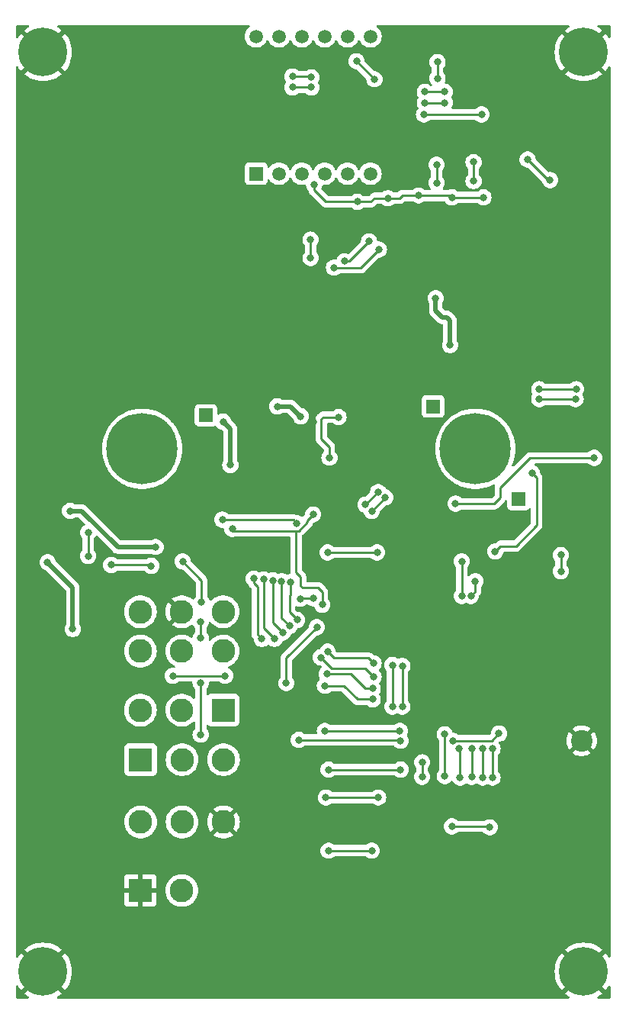
<source format=gbl>
%TF.GenerationSoftware,KiCad,Pcbnew,8.0.0-8.0.0-1~ubuntu22.04.1*%
%TF.CreationDate,2024-03-10T23:44:55-06:00*%
%TF.ProjectId,Multimeter,4d756c74-696d-4657-9465-722e6b696361,rev?*%
%TF.SameCoordinates,Original*%
%TF.FileFunction,Copper,L2,Bot*%
%TF.FilePolarity,Positive*%
%FSLAX46Y46*%
G04 Gerber Fmt 4.6, Leading zero omitted, Abs format (unit mm)*
G04 Created by KiCad (PCBNEW 8.0.0-8.0.0-1~ubuntu22.04.1) date 2024-03-10 23:44:55*
%MOMM*%
%LPD*%
G01*
G04 APERTURE LIST*
%TA.AperFunction,ComponentPad*%
%ADD10C,7.900000*%
%TD*%
%TA.AperFunction,ComponentPad*%
%ADD11C,0.800000*%
%TD*%
%TA.AperFunction,ComponentPad*%
%ADD12C,5.400000*%
%TD*%
%TA.AperFunction,ComponentPad*%
%ADD13R,1.500000X1.500000*%
%TD*%
%TA.AperFunction,ComponentPad*%
%ADD14R,2.628900X2.628900*%
%TD*%
%TA.AperFunction,ComponentPad*%
%ADD15C,2.628900*%
%TD*%
%TA.AperFunction,ComponentPad*%
%ADD16R,2.625000X2.625000*%
%TD*%
%TA.AperFunction,ComponentPad*%
%ADD17C,2.625000*%
%TD*%
%TA.AperFunction,ComponentPad*%
%ADD18C,2.400000*%
%TD*%
%TA.AperFunction,ComponentPad*%
%ADD19C,1.500000*%
%TD*%
%TA.AperFunction,ViaPad*%
%ADD20C,0.800000*%
%TD*%
%TA.AperFunction,Conductor*%
%ADD21C,0.250000*%
%TD*%
%TA.AperFunction,Conductor*%
%ADD22C,0.500000*%
%TD*%
G04 APERTURE END LIST*
D10*
%TO.P,J4,1,Pin_1*%
%TO.N,Net-(J4-Pin_1)*%
X160000000Y-83000000D03*
%TD*%
D11*
%TO.P,H4,1,1*%
%TO.N,GND*%
X169975000Y-141000000D03*
X170568109Y-139568109D03*
X170568109Y-142431891D03*
X172000000Y-138975000D03*
D12*
X172000000Y-141000000D03*
D11*
X172000000Y-143025000D03*
X173431891Y-139568109D03*
X173431891Y-142431891D03*
X174025000Y-141000000D03*
%TD*%
D13*
%TO.P,TP1,1,1*%
%TO.N,Net-(U10-CH0)*%
X155300000Y-78300000D03*
%TD*%
D14*
%TO.P,SW3,1*%
%TO.N,Net-(R39-Pad1)*%
X132000000Y-112000000D03*
D15*
%TO.P,SW3,2*%
%TO.N,Net-(U3D-+)*%
X127402600Y-112000000D03*
%TO.P,SW3,3*%
%TO.N,Net-(R21-Pad2)*%
X122805200Y-112000000D03*
%TO.P,SW3,4*%
%TO.N,unconnected-(SW3-Pad4)*%
X132000000Y-105446800D03*
%TO.P,SW3,5*%
%TO.N,Net-(U3D-+)*%
X127402600Y-105446800D03*
%TO.P,SW3,6*%
%TO.N,Net-(R5-Pad2)*%
X122805200Y-105446800D03*
%TO.P,SW3,7*%
%TO.N,unconnected-(SW3-Pad7)*%
X132000000Y-101078000D03*
%TO.P,SW3,8*%
%TO.N,GND*%
X127402600Y-101078000D03*
%TO.P,SW3,9*%
%TO.N,/Analog Front End/MODE*%
X122805200Y-101078000D03*
%TD*%
D11*
%TO.P,H3,1,1*%
%TO.N,GND*%
X109975000Y-141000000D03*
X110568109Y-139568109D03*
X110568109Y-142431891D03*
X112000000Y-138975000D03*
D12*
X112000000Y-141000000D03*
D11*
X112000000Y-143025000D03*
X113431891Y-139568109D03*
X113431891Y-142431891D03*
X114025000Y-141000000D03*
%TD*%
D13*
%TO.P,TP2,1,1*%
%TO.N,Net-(J4-Pin_1)*%
X164800000Y-88600000D03*
%TD*%
%TO.P,TP3,1,1*%
%TO.N,Net-(SW2A-B)*%
X130100000Y-79300000D03*
%TD*%
D11*
%TO.P,H1,1,1*%
%TO.N,GND*%
X109975000Y-39000000D03*
X110568109Y-37568109D03*
X110568109Y-40431891D03*
X112000000Y-36975000D03*
D12*
X112000000Y-39000000D03*
D11*
X112000000Y-41025000D03*
X113431891Y-37568109D03*
X113431891Y-40431891D03*
X114025000Y-39000000D03*
%TD*%
D16*
%TO.P,SW2,1,A*%
%TO.N,Net-(SW2A-A)*%
X122837500Y-117500000D03*
D17*
%TO.P,SW2,2,B*%
%TO.N,Net-(SW2A-B)*%
X127437500Y-117500000D03*
%TO.P,SW2,3,C*%
%TO.N,Net-(SW2A-C)*%
X132037500Y-117500000D03*
%TO.P,SW2,4,A*%
%TO.N,Net-(SW2B-A)*%
X122837500Y-124410000D03*
%TO.P,SW2,5,B*%
%TO.N,/Analog Front End/RANGE*%
X127437500Y-124410000D03*
%TO.P,SW2,6,C*%
%TO.N,GND*%
X132037500Y-124410000D03*
%TD*%
D16*
%TO.P,SW1,1,A*%
%TO.N,GND*%
X122800000Y-132010000D03*
D17*
%TO.P,SW1,2,B*%
%TO.N,Net-(SW1-B)*%
X127400000Y-132010000D03*
%TD*%
D18*
%TO.P,TP4,1,1*%
%TO.N,GND*%
X171800000Y-115400000D03*
%TD*%
D11*
%TO.P,H2,1,1*%
%TO.N,GND*%
X169975000Y-39000000D03*
X170568109Y-37568109D03*
X170568109Y-40431891D03*
X172000000Y-36975000D03*
D12*
X172000000Y-39000000D03*
D11*
X172000000Y-41025000D03*
X173431891Y-37568109D03*
X173431891Y-40431891D03*
X174025000Y-39000000D03*
%TD*%
D10*
%TO.P,J3,1,Pin_1*%
%TO.N,Net-(J3-Pin_1)*%
X123000000Y-83000000D03*
%TD*%
D13*
%TO.P,U4,1,e*%
%TO.N,Net-(U4-e)*%
X135650000Y-52477500D03*
D19*
%TO.P,U4,2,d*%
%TO.N,Net-(U4-d)*%
X138190000Y-52477500D03*
%TO.P,U4,3,DPX*%
%TO.N,Net-(U4-DPX)*%
X140730000Y-52477500D03*
%TO.P,U4,4,c*%
%TO.N,Net-(U4-c)*%
X143270000Y-52477500D03*
%TO.P,U4,5,g*%
%TO.N,Net-(U4-g)*%
X145810000Y-52477500D03*
%TO.P,U4,6,CC4*%
%TO.N,Net-(Q1-D)*%
X148350000Y-52477500D03*
%TO.P,U4,7,b*%
%TO.N,Net-(U4-b)*%
X148350000Y-37237500D03*
%TO.P,U4,8,CC3*%
%TO.N,Net-(Q2-D)*%
X145810000Y-37237500D03*
%TO.P,U4,9,CC2*%
%TO.N,Net-(Q3-D)*%
X143270000Y-37237500D03*
%TO.P,U4,10,f*%
%TO.N,Net-(U4-f)*%
X140730000Y-37237500D03*
%TO.P,U4,11,a*%
%TO.N,Net-(U4-a)*%
X138190000Y-37237500D03*
%TO.P,U4,12,CC1*%
%TO.N,Net-(Q4-D)*%
X135650000Y-37237500D03*
%TD*%
D20*
%TO.N,+5V*%
X150300000Y-55200000D03*
X142100000Y-53700000D03*
X160900000Y-55100000D03*
X157400000Y-55100000D03*
X155600000Y-66300000D03*
X157200000Y-71500000D03*
X146900000Y-55600000D03*
X153700000Y-54900000D03*
%TO.N,GND*%
X143800000Y-111000000D03*
X174100000Y-71000000D03*
X153500000Y-136800000D03*
X151700000Y-141200000D03*
X125200000Y-64287500D03*
X148700000Y-98300000D03*
X168100000Y-123700000D03*
X117300000Y-64287500D03*
X153500000Y-81982500D03*
X172000000Y-63887500D03*
X133300000Y-89800000D03*
X143900000Y-72300000D03*
X156000000Y-95000000D03*
X163300000Y-98300000D03*
X137800000Y-89000000D03*
X134500000Y-84200000D03*
X152300000Y-89000000D03*
X158400000Y-136800000D03*
X138700000Y-86000000D03*
X167800000Y-64087500D03*
X151600000Y-72400000D03*
X128100000Y-94400000D03*
X143700000Y-136400000D03*
X168100000Y-136400000D03*
X164000000Y-64087500D03*
X139325000Y-80100000D03*
X168100000Y-110900000D03*
X142000000Y-80000000D03*
X160200000Y-141300000D03*
X121200000Y-64287500D03*
X137600000Y-62900000D03*
X143600000Y-123700000D03*
X129200000Y-64287500D03*
%TO.N,+3.3V*%
X132000000Y-80000000D03*
X112500000Y-95600000D03*
X115300000Y-103000000D03*
X140600000Y-79400000D03*
X124500000Y-93900000D03*
X173200000Y-84000000D03*
X157800000Y-89100000D03*
X115000000Y-89900000D03*
X138000000Y-78300000D03*
X132800000Y-84800000D03*
%TO.N,/Analog Front End/MODE*%
X143700000Y-118600000D03*
X132200000Y-108200000D03*
X126400000Y-108200000D03*
X151700000Y-118607500D03*
%TO.N,Net-(J4-Pin_1)*%
X142400000Y-102800000D03*
X143000000Y-100300000D03*
X141987347Y-90287347D03*
X139000000Y-109000000D03*
X133000000Y-91900000D03*
%TO.N,Net-(U3D-+)*%
X148507109Y-89907109D03*
X150000000Y-88400000D03*
%TO.N,/Display/SDA*%
X150800000Y-107000000D03*
X158500000Y-99325000D03*
X158500000Y-95500000D03*
X150800000Y-111600000D03*
%TO.N,/Display/SCL*%
X151900000Y-107100000D03*
X166300000Y-85700000D03*
X159500000Y-99325000D03*
X162200000Y-94400000D03*
X151900000Y-111600000D03*
X160000000Y-97700000D03*
%TO.N,Net-(Q2-D)*%
X154400000Y-43400000D03*
X156600000Y-43400000D03*
X148800000Y-42000000D03*
X146800000Y-40000000D03*
%TO.N,Net-(Q4-D)*%
X160700000Y-45900000D03*
X139700000Y-42900000D03*
X168300000Y-53200000D03*
X165800000Y-50900000D03*
X141800000Y-42900000D03*
X154300000Y-45900000D03*
%TO.N,Net-(U5-GP5)*%
X145500000Y-62200000D03*
X148200000Y-60000000D03*
%TO.N,Net-(U5-GP6)*%
X149300000Y-60900000D03*
X144300000Y-62900000D03*
%TO.N,Net-(U5-GP7)*%
X141700000Y-59800000D03*
X141700000Y-61825000D03*
%TO.N,/Display/digit1*%
X169500000Y-96600000D03*
X169500000Y-94800000D03*
%TO.N,Net-(U4-a)*%
X141800000Y-41800000D03*
X159800000Y-51200000D03*
X139700000Y-41700000D03*
X154400000Y-44600000D03*
X159800000Y-53300000D03*
X156600000Y-44600000D03*
%TO.N,Net-(U4-b)*%
X155700000Y-51500000D03*
X155700000Y-53500000D03*
X155800000Y-41900000D03*
X155800000Y-40100000D03*
%TO.N,/Display/low_ohm*%
X157475000Y-115400000D03*
X140400000Y-115300000D03*
X162625000Y-114600000D03*
X151700000Y-115400000D03*
%TO.N,/Display/pico*%
X117000000Y-92300000D03*
X143600000Y-94500000D03*
X149100000Y-94500000D03*
X140550000Y-99635324D03*
X124000000Y-96000000D03*
X117000000Y-94900000D03*
X119575000Y-95900000D03*
X142000000Y-99600000D03*
%TO.N,/Display/nano*%
X167100000Y-77500000D03*
X171125000Y-77500000D03*
%TO.N,/Display/micro*%
X167100000Y-76400000D03*
X171200000Y-76400000D03*
%TO.N,Net-(U3A-+)*%
X143800000Y-83994500D03*
X144800000Y-79482500D03*
%TO.N,/Analog Front End/CS*%
X135400000Y-97400000D03*
X161600000Y-125000000D03*
X143300000Y-114300000D03*
X136300000Y-104100000D03*
X156600000Y-114675000D03*
X156600000Y-119332500D03*
X151600000Y-114300000D03*
X157400000Y-124900000D03*
%TO.N,Net-(U10-CH0)*%
X147800000Y-89200000D03*
X140187347Y-91287347D03*
X131900000Y-90875000D03*
X149200000Y-87800000D03*
%TO.N,Net-(SW1-B)*%
X143700000Y-127600000D03*
X148500000Y-127600000D03*
%TO.N,/Analog Front End/SCK*%
X158200000Y-116300000D03*
X148600000Y-110800000D03*
X143300000Y-109300000D03*
X158300000Y-119500000D03*
X136506114Y-97489568D03*
X137700000Y-104100000D03*
%TO.N,/Analog Front End/SDI*%
X138612653Y-103412653D03*
X159600000Y-116300000D03*
X148600000Y-109600000D03*
X137500000Y-97600000D03*
X159600000Y-119400000D03*
X143500000Y-108000000D03*
%TO.N,/Analog Front End/SDO*%
X138500000Y-97700000D03*
X139362653Y-102662653D03*
X148700000Y-108300000D03*
X142840742Y-106150793D03*
X160800000Y-119500000D03*
X160800000Y-116300000D03*
%TO.N,/Analog Front End/MDAT*%
X140200000Y-102000000D03*
X143600000Y-105500000D03*
X161900000Y-119500000D03*
X148700000Y-106800000D03*
X139500000Y-97800000D03*
X161900000Y-116300000D03*
%TO.N,/Analog Front End/RANGE*%
X149200000Y-121700000D03*
X154100000Y-117800000D03*
X154100000Y-119400000D03*
X143400000Y-121700000D03*
%TO.N,Net-(SW2A-B)*%
X127500000Y-95500000D03*
X129600000Y-100000000D03*
X129500000Y-109000000D03*
X129500000Y-102200000D03*
X129500000Y-114725000D03*
X129500000Y-104000000D03*
%TD*%
D21*
%TO.N,+5V*%
X151900000Y-54900000D02*
X153700000Y-54900000D01*
X146900000Y-55600000D02*
X148400000Y-55600000D01*
D22*
X156300000Y-68400000D02*
X156800000Y-68400000D01*
D21*
X142100000Y-53700000D02*
X142100000Y-54300000D01*
X150300000Y-55200000D02*
X151600000Y-55200000D01*
X142100000Y-54300000D02*
X143400000Y-55600000D01*
X151600000Y-55200000D02*
X151900000Y-54900000D01*
D22*
X157200000Y-68800000D02*
X157200000Y-71500000D01*
D21*
X143400000Y-55600000D02*
X146900000Y-55600000D01*
X148800000Y-55200000D02*
X150300000Y-55200000D01*
D22*
X155600000Y-67700000D02*
X156300000Y-68400000D01*
D21*
X153700000Y-54900000D02*
X157200000Y-54900000D01*
X148400000Y-55600000D02*
X148800000Y-55200000D01*
D22*
X155600000Y-66300000D02*
X155600000Y-67700000D01*
D21*
X157200000Y-54900000D02*
X157400000Y-55100000D01*
D22*
X156800000Y-68400000D02*
X157200000Y-68800000D01*
D21*
X157400000Y-55100000D02*
X160900000Y-55100000D01*
D22*
%TO.N,+3.3V*%
X112500000Y-95600000D02*
X115300000Y-98400000D01*
X115000000Y-89900000D02*
X116300000Y-89900000D01*
X116300000Y-89900000D02*
X120300000Y-93900000D01*
X120300000Y-93900000D02*
X124500000Y-93900000D01*
D21*
X157800000Y-89100000D02*
X162100000Y-89100000D01*
X162800000Y-87300000D02*
X166100000Y-84000000D01*
D22*
X132800000Y-80800000D02*
X132000000Y-80000000D01*
D21*
X166100000Y-84000000D02*
X173200000Y-84000000D01*
D22*
X138000000Y-78300000D02*
X139500000Y-78300000D01*
X139500000Y-78300000D02*
X140600000Y-79400000D01*
X115300000Y-98400000D02*
X115300000Y-103000000D01*
D21*
X162100000Y-89100000D02*
X162800000Y-88400000D01*
D22*
X132800000Y-84800000D02*
X132800000Y-80800000D01*
D21*
X162800000Y-88400000D02*
X162800000Y-87300000D01*
%TO.N,/Analog Front End/MODE*%
X151692500Y-118600000D02*
X151700000Y-118607500D01*
X143700000Y-118600000D02*
X151692500Y-118600000D01*
X126400000Y-108200000D02*
X132200000Y-108200000D01*
%TO.N,Net-(J4-Pin_1)*%
X142500000Y-98400000D02*
X143000000Y-98900000D01*
X142400000Y-102800000D02*
X139000000Y-106200000D01*
X140800000Y-98400000D02*
X142500000Y-98400000D01*
X140100000Y-96700000D02*
X140600000Y-97200000D01*
X141987347Y-90287347D02*
X141350000Y-90924694D01*
X141350000Y-90924694D02*
X141350000Y-91150000D01*
X133200000Y-92100000D02*
X140100000Y-92100000D01*
X133000000Y-91900000D02*
X133200000Y-92100000D01*
X140600000Y-98200000D02*
X140800000Y-98400000D01*
X139000000Y-106200000D02*
X139000000Y-109000000D01*
X143000000Y-98900000D02*
X143000000Y-100300000D01*
X140600000Y-97200000D02*
X140600000Y-98200000D01*
X140100000Y-92100000D02*
X140100000Y-96700000D01*
X141350000Y-91150000D02*
X140400000Y-92100000D01*
X140400000Y-92100000D02*
X140100000Y-92100000D01*
%TO.N,Net-(U3D-+)*%
X150000000Y-88400000D02*
X150000000Y-88414218D01*
X150000000Y-88414218D02*
X148507109Y-89907109D01*
%TO.N,/Display/SDA*%
X158500000Y-99325000D02*
X158500000Y-95500000D01*
X150800000Y-107000000D02*
X150800000Y-111600000D01*
%TO.N,/Display/SCL*%
X166800000Y-86200000D02*
X166800000Y-91500000D01*
X162800000Y-93800000D02*
X162200000Y-94400000D01*
X160000000Y-97700000D02*
X160000000Y-98825000D01*
X162800000Y-93800000D02*
X164500000Y-93800000D01*
X160000000Y-98825000D02*
X159500000Y-99325000D01*
X151900000Y-107100000D02*
X151900000Y-111600000D01*
X166300000Y-85700000D02*
X166800000Y-86200000D01*
X166800000Y-91500000D02*
X164500000Y-93800000D01*
%TO.N,Net-(Q2-D)*%
X154400000Y-43400000D02*
X156600000Y-43400000D01*
X146800000Y-40000000D02*
X148800000Y-42000000D01*
%TO.N,Net-(Q4-D)*%
X168100000Y-53200000D02*
X168300000Y-53200000D01*
X154300000Y-45900000D02*
X160700000Y-45900000D01*
X139700000Y-42900000D02*
X141800000Y-42900000D01*
X165800000Y-50900000D02*
X168100000Y-53200000D01*
%TO.N,Net-(U5-GP5)*%
X146000000Y-62200000D02*
X145500000Y-62200000D01*
X148200000Y-60000000D02*
X146000000Y-62200000D01*
%TO.N,Net-(U5-GP6)*%
X147275000Y-62925000D02*
X149300000Y-60900000D01*
X144300000Y-62900000D02*
X144325000Y-62925000D01*
X144325000Y-62925000D02*
X147275000Y-62925000D01*
%TO.N,Net-(U5-GP7)*%
X141700000Y-59800000D02*
X141700000Y-61825000D01*
%TO.N,/Display/digit1*%
X169500000Y-96600000D02*
X169500000Y-94800000D01*
%TO.N,Net-(U4-a)*%
X154400000Y-44600000D02*
X156600000Y-44600000D01*
X141700000Y-41700000D02*
X141800000Y-41800000D01*
X159800000Y-51200000D02*
X159800000Y-53300000D01*
X139700000Y-41700000D02*
X141700000Y-41700000D01*
%TO.N,Net-(U4-b)*%
X155800000Y-41900000D02*
X155800000Y-40100000D01*
X155700000Y-53500000D02*
X155700000Y-51500000D01*
%TO.N,/Display/low_ohm*%
X162600000Y-114600000D02*
X162625000Y-114600000D01*
X151700000Y-115400000D02*
X151600000Y-115300000D01*
X151600000Y-115300000D02*
X140400000Y-115300000D01*
X161800000Y-115400000D02*
X162600000Y-114600000D01*
X157475000Y-115400000D02*
X161800000Y-115400000D01*
%TO.N,/Display/pico*%
X142000000Y-99600000D02*
X140585324Y-99600000D01*
X117000000Y-94900000D02*
X117000000Y-92300000D01*
X149100000Y-94500000D02*
X143600000Y-94500000D01*
X140585324Y-99600000D02*
X140550000Y-99635324D01*
X124000000Y-96000000D02*
X123900000Y-95900000D01*
X123900000Y-95900000D02*
X119575000Y-95900000D01*
%TO.N,/Display/nano*%
X171125000Y-77500000D02*
X167100000Y-77500000D01*
%TO.N,/Display/micro*%
X167100000Y-76400000D02*
X171200000Y-76400000D01*
%TO.N,Net-(U3A-+)*%
X143100000Y-79482500D02*
X144800000Y-79482500D01*
X143800000Y-83994500D02*
X143800000Y-82782500D01*
X142900000Y-81882500D02*
X142900000Y-79682500D01*
X143800000Y-82782500D02*
X142900000Y-81882500D01*
X142900000Y-79682500D02*
X143100000Y-79482500D01*
%TO.N,/Analog Front End/CS*%
X135400000Y-97400000D02*
X135400000Y-97900000D01*
X135800000Y-98300000D02*
X135800000Y-103600000D01*
X157400000Y-124900000D02*
X161500000Y-124900000D01*
X143300000Y-114300000D02*
X151600000Y-114300000D01*
X161500000Y-124900000D02*
X161600000Y-125000000D01*
X156600000Y-119332500D02*
X156600000Y-114675000D01*
X135800000Y-103600000D02*
X136300000Y-104100000D01*
X135400000Y-97900000D02*
X135800000Y-98300000D01*
%TO.N,Net-(U10-CH0)*%
X147800000Y-89200000D02*
X149200000Y-87800000D01*
X131925000Y-90900000D02*
X139800000Y-90900000D01*
X131900000Y-90875000D02*
X131925000Y-90900000D01*
X139800000Y-90900000D02*
X140187347Y-91287347D01*
%TO.N,Net-(SW1-B)*%
X143700000Y-127600000D02*
X148500000Y-127600000D01*
%TO.N,/Analog Front End/SCK*%
X136506114Y-97489568D02*
X136506114Y-102906114D01*
X146900000Y-110800000D02*
X148600000Y-110800000D01*
X136506114Y-102906114D02*
X137700000Y-104100000D01*
X145400000Y-109300000D02*
X146900000Y-110800000D01*
X158200000Y-116300000D02*
X158300000Y-116400000D01*
X158300000Y-116400000D02*
X158300000Y-119500000D01*
X143300000Y-109300000D02*
X145400000Y-109300000D01*
%TO.N,/Analog Front End/SDI*%
X137500000Y-97600000D02*
X137500000Y-102300000D01*
X159600000Y-116300000D02*
X159600000Y-119400000D01*
X143500000Y-108000000D02*
X146200000Y-108000000D01*
X146200000Y-108000000D02*
X147800000Y-109600000D01*
X147800000Y-109600000D02*
X148600000Y-109600000D01*
X137500000Y-102300000D02*
X138612653Y-103412653D01*
%TO.N,/Analog Front End/SDO*%
X138500000Y-97700000D02*
X138500000Y-101800000D01*
X147800000Y-107400000D02*
X148700000Y-108300000D01*
X144089949Y-107400000D02*
X147800000Y-107400000D01*
X160800000Y-116300000D02*
X160800000Y-119500000D01*
X142840742Y-106150793D02*
X144089949Y-107400000D01*
X138500000Y-101800000D02*
X139362653Y-102662653D01*
%TO.N,/Analog Front End/MDAT*%
X161900000Y-116300000D02*
X161900000Y-119500000D01*
X139350000Y-99299695D02*
X139350000Y-101150000D01*
X139500000Y-99149695D02*
X139350000Y-99299695D01*
X139500000Y-97800000D02*
X139500000Y-99149695D01*
X144300000Y-106200000D02*
X148100000Y-106200000D01*
X143600000Y-105500000D02*
X144300000Y-106200000D01*
X148100000Y-106200000D02*
X148700000Y-106800000D01*
X139350000Y-101150000D02*
X140200000Y-102000000D01*
%TO.N,/Analog Front End/RANGE*%
X154100000Y-119400000D02*
X154100000Y-117800000D01*
X143400000Y-121700000D02*
X149200000Y-121700000D01*
%TO.N,Net-(SW2A-B)*%
X129600000Y-97600000D02*
X129600000Y-100000000D01*
X129500000Y-114725000D02*
X129500000Y-109000000D01*
X127500000Y-95500000D02*
X129600000Y-97600000D01*
X129500000Y-104000000D02*
X129500000Y-102200000D01*
%TD*%
%TA.AperFunction,Conductor*%
%TO.N,GND*%
G36*
X110970278Y-141879466D02*
G01*
X111120534Y-142029722D01*
X111238281Y-142115270D01*
X110780050Y-142573501D01*
X110818109Y-142481619D01*
X110818109Y-142382163D01*
X110780049Y-142290277D01*
X110709723Y-142219951D01*
X110617837Y-142181891D01*
X110518381Y-142181891D01*
X110426495Y-142219951D01*
X110356169Y-142290277D01*
X110318109Y-142382163D01*
X110318109Y-142481619D01*
X110356169Y-142573505D01*
X110426495Y-142643831D01*
X110518381Y-142681891D01*
X110617837Y-142681891D01*
X110709719Y-142643832D01*
X109920397Y-143433154D01*
X110001693Y-143505806D01*
X110294805Y-143713781D01*
X110294810Y-143713784D01*
X110391951Y-143767472D01*
X110441104Y-143817129D01*
X110455607Y-143885477D01*
X110430857Y-143950816D01*
X110374711Y-143992401D01*
X110331970Y-144000000D01*
X109124000Y-144000000D01*
X109056961Y-143980315D01*
X109011206Y-143927511D01*
X109000000Y-143876000D01*
X109000000Y-142668030D01*
X109019685Y-142600991D01*
X109072489Y-142555236D01*
X109141647Y-142545292D01*
X109205203Y-142574317D01*
X109232528Y-142608049D01*
X109286215Y-142705189D01*
X109286218Y-142705194D01*
X109494193Y-142998306D01*
X109566844Y-143079601D01*
X110884728Y-141761717D01*
X110970278Y-141879466D01*
G37*
%TD.AperFunction*%
%TA.AperFunction,Conductor*%
G36*
X134910913Y-36019685D02*
G01*
X134956668Y-36072489D01*
X134966612Y-36141647D01*
X134937587Y-36205203D01*
X134914997Y-36225575D01*
X134843121Y-36275902D01*
X134688402Y-36430621D01*
X134562900Y-36609857D01*
X134562898Y-36609861D01*
X134470426Y-36808168D01*
X134470422Y-36808177D01*
X134413793Y-37019520D01*
X134413793Y-37019524D01*
X134395817Y-37225000D01*
X134394723Y-37237500D01*
X134412535Y-37441103D01*
X134413793Y-37455475D01*
X134413793Y-37455479D01*
X134470422Y-37666822D01*
X134470424Y-37666826D01*
X134470425Y-37666830D01*
X134492382Y-37713916D01*
X134562897Y-37865138D01*
X134562898Y-37865139D01*
X134688402Y-38044377D01*
X134843123Y-38199098D01*
X135022361Y-38324602D01*
X135220670Y-38417075D01*
X135432023Y-38473707D01*
X135614926Y-38489708D01*
X135649998Y-38492777D01*
X135650000Y-38492777D01*
X135650002Y-38492777D01*
X135678254Y-38490305D01*
X135867977Y-38473707D01*
X136079330Y-38417075D01*
X136277639Y-38324602D01*
X136456877Y-38199098D01*
X136611598Y-38044377D01*
X136737102Y-37865139D01*
X136807618Y-37713914D01*
X136853790Y-37661477D01*
X136920984Y-37642325D01*
X136987865Y-37662541D01*
X137032381Y-37713914D01*
X137102898Y-37865139D01*
X137228402Y-38044377D01*
X137383123Y-38199098D01*
X137562361Y-38324602D01*
X137760670Y-38417075D01*
X137972023Y-38473707D01*
X138154926Y-38489708D01*
X138189998Y-38492777D01*
X138190000Y-38492777D01*
X138190002Y-38492777D01*
X138218254Y-38490305D01*
X138407977Y-38473707D01*
X138619330Y-38417075D01*
X138817639Y-38324602D01*
X138996877Y-38199098D01*
X139151598Y-38044377D01*
X139277102Y-37865139D01*
X139347618Y-37713914D01*
X139393790Y-37661477D01*
X139460984Y-37642325D01*
X139527865Y-37662541D01*
X139572381Y-37713914D01*
X139642898Y-37865139D01*
X139768402Y-38044377D01*
X139923123Y-38199098D01*
X140102361Y-38324602D01*
X140300670Y-38417075D01*
X140512023Y-38473707D01*
X140694926Y-38489708D01*
X140729998Y-38492777D01*
X140730000Y-38492777D01*
X140730002Y-38492777D01*
X140758254Y-38490305D01*
X140947977Y-38473707D01*
X141159330Y-38417075D01*
X141357639Y-38324602D01*
X141536877Y-38199098D01*
X141691598Y-38044377D01*
X141817102Y-37865139D01*
X141887618Y-37713914D01*
X141933790Y-37661477D01*
X142000984Y-37642325D01*
X142067865Y-37662541D01*
X142112381Y-37713914D01*
X142182898Y-37865139D01*
X142308402Y-38044377D01*
X142463123Y-38199098D01*
X142642361Y-38324602D01*
X142840670Y-38417075D01*
X143052023Y-38473707D01*
X143234926Y-38489708D01*
X143269998Y-38492777D01*
X143270000Y-38492777D01*
X143270002Y-38492777D01*
X143298254Y-38490305D01*
X143487977Y-38473707D01*
X143699330Y-38417075D01*
X143897639Y-38324602D01*
X144076877Y-38199098D01*
X144231598Y-38044377D01*
X144357102Y-37865139D01*
X144427618Y-37713914D01*
X144473790Y-37661477D01*
X144540984Y-37642325D01*
X144607865Y-37662541D01*
X144652381Y-37713914D01*
X144722898Y-37865139D01*
X144848402Y-38044377D01*
X145003123Y-38199098D01*
X145182361Y-38324602D01*
X145380670Y-38417075D01*
X145592023Y-38473707D01*
X145774926Y-38489708D01*
X145809998Y-38492777D01*
X145810000Y-38492777D01*
X145810002Y-38492777D01*
X145838254Y-38490305D01*
X146027977Y-38473707D01*
X146239330Y-38417075D01*
X146437639Y-38324602D01*
X146616877Y-38199098D01*
X146771598Y-38044377D01*
X146897102Y-37865139D01*
X146967618Y-37713914D01*
X147013790Y-37661477D01*
X147080984Y-37642325D01*
X147147865Y-37662541D01*
X147192381Y-37713914D01*
X147262898Y-37865139D01*
X147388402Y-38044377D01*
X147543123Y-38199098D01*
X147722361Y-38324602D01*
X147920670Y-38417075D01*
X148132023Y-38473707D01*
X148314926Y-38489708D01*
X148349998Y-38492777D01*
X148350000Y-38492777D01*
X148350002Y-38492777D01*
X148378254Y-38490305D01*
X148567977Y-38473707D01*
X148779330Y-38417075D01*
X148977639Y-38324602D01*
X149156877Y-38199098D01*
X149311598Y-38044377D01*
X149437102Y-37865139D01*
X149529575Y-37666830D01*
X149586207Y-37455477D01*
X149605277Y-37237500D01*
X149604183Y-37225000D01*
X149594701Y-37116614D01*
X149586207Y-37019523D01*
X149529575Y-36808170D01*
X149437102Y-36609862D01*
X149437100Y-36609859D01*
X149437099Y-36609857D01*
X149311599Y-36430624D01*
X149311596Y-36430621D01*
X149156877Y-36275902D01*
X149084998Y-36225572D01*
X149041377Y-36170998D01*
X149034184Y-36101499D01*
X149065706Y-36039145D01*
X149125936Y-36003731D01*
X149156125Y-36000000D01*
X170331970Y-36000000D01*
X170399009Y-36019685D01*
X170444764Y-36072489D01*
X170454708Y-36141647D01*
X170425683Y-36205203D01*
X170391951Y-36232528D01*
X170294810Y-36286215D01*
X170294805Y-36286218D01*
X170001693Y-36494193D01*
X169920397Y-36566844D01*
X170709721Y-37356168D01*
X170617837Y-37318109D01*
X170518381Y-37318109D01*
X170426495Y-37356169D01*
X170356169Y-37426495D01*
X170318109Y-37518381D01*
X170318109Y-37617837D01*
X170356168Y-37709721D01*
X169566844Y-36920397D01*
X169494193Y-37001693D01*
X169286218Y-37294805D01*
X169286215Y-37294810D01*
X169112355Y-37609386D01*
X169112353Y-37609390D01*
X168974812Y-37941447D01*
X168875316Y-38286805D01*
X168875314Y-38286814D01*
X168815112Y-38641141D01*
X168815110Y-38641153D01*
X168794958Y-39000000D01*
X168815110Y-39358846D01*
X168815112Y-39358858D01*
X168875314Y-39713185D01*
X168875316Y-39713194D01*
X168974812Y-40058552D01*
X169112353Y-40390609D01*
X169112355Y-40390613D01*
X169286215Y-40705189D01*
X169286218Y-40705194D01*
X169494193Y-40998306D01*
X169566844Y-41079601D01*
X170884728Y-39761717D01*
X170970278Y-39879466D01*
X171120534Y-40029722D01*
X171238281Y-40115270D01*
X170780050Y-40573501D01*
X170818109Y-40481619D01*
X170818109Y-40382163D01*
X170780049Y-40290277D01*
X170709723Y-40219951D01*
X170617837Y-40181891D01*
X170518381Y-40181891D01*
X170426495Y-40219951D01*
X170356169Y-40290277D01*
X170318109Y-40382163D01*
X170318109Y-40481619D01*
X170356169Y-40573505D01*
X170426495Y-40643831D01*
X170518381Y-40681891D01*
X170617837Y-40681891D01*
X170709719Y-40643832D01*
X169920397Y-41433154D01*
X170001693Y-41505806D01*
X170294805Y-41713781D01*
X170294810Y-41713784D01*
X170609386Y-41887644D01*
X170609390Y-41887646D01*
X170941447Y-42025187D01*
X171286805Y-42124683D01*
X171286814Y-42124685D01*
X171641141Y-42184887D01*
X171641153Y-42184889D01*
X172000000Y-42205041D01*
X172358846Y-42184889D01*
X172358858Y-42184887D01*
X172713185Y-42124685D01*
X172713194Y-42124683D01*
X173058552Y-42025187D01*
X173390609Y-41887646D01*
X173390613Y-41887644D01*
X173705189Y-41713784D01*
X173705194Y-41713781D01*
X173998299Y-41505811D01*
X173998322Y-41505793D01*
X174079602Y-41433155D01*
X174079602Y-41433154D01*
X173290279Y-40643832D01*
X173382163Y-40681891D01*
X173481619Y-40681891D01*
X173573505Y-40643831D01*
X173643831Y-40573505D01*
X173681891Y-40481619D01*
X173681891Y-40382163D01*
X173643832Y-40290280D01*
X174433154Y-41079602D01*
X174433155Y-41079602D01*
X174505793Y-40998322D01*
X174505811Y-40998299D01*
X174713781Y-40705194D01*
X174713784Y-40705189D01*
X174767472Y-40608049D01*
X174817129Y-40558896D01*
X174885477Y-40544393D01*
X174950816Y-40569143D01*
X174992401Y-40625289D01*
X175000000Y-40668030D01*
X175000000Y-139331969D01*
X174980315Y-139399008D01*
X174927511Y-139444763D01*
X174858353Y-139454707D01*
X174794797Y-139425682D01*
X174767473Y-139391951D01*
X174713788Y-139294816D01*
X174713781Y-139294805D01*
X174505806Y-139001693D01*
X174433154Y-138920397D01*
X173643832Y-139709718D01*
X173681891Y-139617837D01*
X173681891Y-139518381D01*
X173643831Y-139426495D01*
X173573505Y-139356169D01*
X173481619Y-139318109D01*
X173382163Y-139318109D01*
X173290277Y-139356169D01*
X173219951Y-139426495D01*
X173181891Y-139518381D01*
X173181891Y-139617837D01*
X173219951Y-139709723D01*
X173290277Y-139780049D01*
X173382163Y-139818109D01*
X173481619Y-139818109D01*
X173573500Y-139780050D01*
X173115270Y-140238281D01*
X173029722Y-140120534D01*
X172879466Y-139970278D01*
X172761717Y-139884729D01*
X174079601Y-138566844D01*
X174079602Y-138566844D01*
X173998306Y-138494193D01*
X173705194Y-138286218D01*
X173705189Y-138286215D01*
X173390613Y-138112355D01*
X173390609Y-138112353D01*
X173058552Y-137974812D01*
X172713194Y-137875316D01*
X172713185Y-137875314D01*
X172358858Y-137815112D01*
X172358846Y-137815110D01*
X172000000Y-137794958D01*
X171641153Y-137815110D01*
X171641141Y-137815112D01*
X171286814Y-137875314D01*
X171286805Y-137875316D01*
X170941447Y-137974812D01*
X170609390Y-138112353D01*
X170609386Y-138112355D01*
X170294810Y-138286215D01*
X170294805Y-138286218D01*
X170001693Y-138494193D01*
X169920397Y-138566844D01*
X170709721Y-139356168D01*
X170617837Y-139318109D01*
X170518381Y-139318109D01*
X170426495Y-139356169D01*
X170356169Y-139426495D01*
X170318109Y-139518381D01*
X170318109Y-139617837D01*
X170356168Y-139709721D01*
X169566844Y-138920397D01*
X169494193Y-139001693D01*
X169286218Y-139294805D01*
X169286215Y-139294810D01*
X169112355Y-139609386D01*
X169112353Y-139609390D01*
X168974812Y-139941447D01*
X168875316Y-140286805D01*
X168875314Y-140286814D01*
X168815112Y-140641141D01*
X168815110Y-140641153D01*
X168794958Y-141000000D01*
X168815110Y-141358846D01*
X168815112Y-141358858D01*
X168875314Y-141713185D01*
X168875316Y-141713194D01*
X168974812Y-142058552D01*
X169112353Y-142390609D01*
X169112355Y-142390613D01*
X169286215Y-142705189D01*
X169286218Y-142705194D01*
X169494193Y-142998306D01*
X169566844Y-143079601D01*
X170884728Y-141761717D01*
X170970278Y-141879466D01*
X171120534Y-142029722D01*
X171238281Y-142115270D01*
X170780050Y-142573501D01*
X170818109Y-142481619D01*
X170818109Y-142382163D01*
X170780049Y-142290277D01*
X170709723Y-142219951D01*
X170617837Y-142181891D01*
X170518381Y-142181891D01*
X170426495Y-142219951D01*
X170356169Y-142290277D01*
X170318109Y-142382163D01*
X170318109Y-142481619D01*
X170356169Y-142573505D01*
X170426495Y-142643831D01*
X170518381Y-142681891D01*
X170617837Y-142681891D01*
X170709719Y-142643832D01*
X169920397Y-143433154D01*
X170001693Y-143505806D01*
X170294805Y-143713781D01*
X170294810Y-143713784D01*
X170391951Y-143767472D01*
X170441104Y-143817129D01*
X170455607Y-143885477D01*
X170430857Y-143950816D01*
X170374711Y-143992401D01*
X170331970Y-144000000D01*
X113668030Y-144000000D01*
X113600991Y-143980315D01*
X113555236Y-143927511D01*
X113545292Y-143858353D01*
X113574317Y-143794797D01*
X113608049Y-143767472D01*
X113705189Y-143713784D01*
X113705194Y-143713781D01*
X113998299Y-143505811D01*
X113998322Y-143505793D01*
X114079602Y-143433155D01*
X114079602Y-143433154D01*
X113290279Y-142643832D01*
X113382163Y-142681891D01*
X113481619Y-142681891D01*
X113573505Y-142643831D01*
X113643831Y-142573505D01*
X113681891Y-142481619D01*
X113681891Y-142382163D01*
X113643832Y-142290279D01*
X114433154Y-143079602D01*
X114433155Y-143079602D01*
X114505793Y-142998322D01*
X114505811Y-142998299D01*
X114713781Y-142705194D01*
X114713784Y-142705189D01*
X114887644Y-142390613D01*
X114887646Y-142390609D01*
X115025187Y-142058552D01*
X115124683Y-141713194D01*
X115124685Y-141713185D01*
X115184887Y-141358858D01*
X115184889Y-141358846D01*
X115205041Y-141000000D01*
X115184889Y-140641153D01*
X115184887Y-140641141D01*
X115124685Y-140286814D01*
X115124683Y-140286805D01*
X115025187Y-139941447D01*
X114887646Y-139609390D01*
X114887644Y-139609386D01*
X114713784Y-139294810D01*
X114713781Y-139294805D01*
X114505806Y-139001693D01*
X114433154Y-138920397D01*
X113643832Y-139709718D01*
X113681891Y-139617837D01*
X113681891Y-139518381D01*
X113643831Y-139426495D01*
X113573505Y-139356169D01*
X113481619Y-139318109D01*
X113382163Y-139318109D01*
X113290277Y-139356169D01*
X113219951Y-139426495D01*
X113181891Y-139518381D01*
X113181891Y-139617837D01*
X113219951Y-139709723D01*
X113290277Y-139780049D01*
X113382163Y-139818109D01*
X113481619Y-139818109D01*
X113573500Y-139780050D01*
X113115270Y-140238281D01*
X113029722Y-140120534D01*
X112879466Y-139970278D01*
X112761717Y-139884729D01*
X114079601Y-138566844D01*
X114079602Y-138566844D01*
X113998306Y-138494193D01*
X113705194Y-138286218D01*
X113705189Y-138286215D01*
X113390613Y-138112355D01*
X113390609Y-138112353D01*
X113058552Y-137974812D01*
X112713194Y-137875316D01*
X112713185Y-137875314D01*
X112358858Y-137815112D01*
X112358846Y-137815110D01*
X112000000Y-137794958D01*
X111641153Y-137815110D01*
X111641141Y-137815112D01*
X111286814Y-137875314D01*
X111286805Y-137875316D01*
X110941447Y-137974812D01*
X110609390Y-138112353D01*
X110609386Y-138112355D01*
X110294810Y-138286215D01*
X110294805Y-138286218D01*
X110001693Y-138494193D01*
X109920397Y-138566844D01*
X110709721Y-139356168D01*
X110617837Y-139318109D01*
X110518381Y-139318109D01*
X110426495Y-139356169D01*
X110356169Y-139426495D01*
X110318109Y-139518381D01*
X110318109Y-139617837D01*
X110356168Y-139709721D01*
X109566844Y-138920397D01*
X109494193Y-139001693D01*
X109286218Y-139294805D01*
X109286211Y-139294816D01*
X109232527Y-139391951D01*
X109182871Y-139441103D01*
X109114523Y-139455606D01*
X109049184Y-139430856D01*
X109007599Y-139374709D01*
X109000000Y-139331969D01*
X109000000Y-133370344D01*
X120987500Y-133370344D01*
X120993901Y-133429872D01*
X120993903Y-133429879D01*
X121044145Y-133564586D01*
X121044149Y-133564593D01*
X121130309Y-133679687D01*
X121130312Y-133679690D01*
X121245406Y-133765850D01*
X121245413Y-133765854D01*
X121380120Y-133816096D01*
X121380127Y-133816098D01*
X121439655Y-133822499D01*
X121439672Y-133822500D01*
X122550000Y-133822500D01*
X122550000Y-132852413D01*
X122713820Y-132885000D01*
X122886180Y-132885000D01*
X123050000Y-132852413D01*
X123050000Y-133822500D01*
X124160328Y-133822500D01*
X124160344Y-133822499D01*
X124219872Y-133816098D01*
X124219879Y-133816096D01*
X124354586Y-133765854D01*
X124354593Y-133765850D01*
X124469687Y-133679690D01*
X124469690Y-133679687D01*
X124555850Y-133564593D01*
X124555854Y-133564586D01*
X124606096Y-133429879D01*
X124606098Y-133429872D01*
X124612499Y-133370344D01*
X124612500Y-133370327D01*
X124612500Y-132260000D01*
X123642414Y-132260000D01*
X123675000Y-132096180D01*
X123675000Y-132010004D01*
X125581916Y-132010004D01*
X125602221Y-132280969D01*
X125634974Y-132424468D01*
X125662688Y-132545890D01*
X125662690Y-132545895D01*
X125761960Y-132798831D01*
X125761963Y-132798839D01*
X125792295Y-132851374D01*
X125897829Y-133034163D01*
X126034670Y-133205757D01*
X126067253Y-133246615D01*
X126255290Y-133421087D01*
X126266443Y-133431435D01*
X126490958Y-133584507D01*
X126735779Y-133702407D01*
X126995438Y-133782501D01*
X126995439Y-133782501D01*
X126995442Y-133782502D01*
X127264126Y-133822999D01*
X127264131Y-133822999D01*
X127264134Y-133823000D01*
X127264135Y-133823000D01*
X127535865Y-133823000D01*
X127535866Y-133823000D01*
X127535873Y-133822999D01*
X127804557Y-133782502D01*
X127804558Y-133782501D01*
X127804562Y-133782501D01*
X128064221Y-133702407D01*
X128309042Y-133584507D01*
X128533557Y-133431435D01*
X128732750Y-133246611D01*
X128902171Y-133034163D01*
X129038037Y-132798837D01*
X129137312Y-132545890D01*
X129197778Y-132280971D01*
X129218084Y-132010000D01*
X129197778Y-131739029D01*
X129137312Y-131474110D01*
X129038037Y-131221163D01*
X129038036Y-131221160D01*
X128980612Y-131121700D01*
X128902171Y-130985837D01*
X128732750Y-130773389D01*
X128732749Y-130773388D01*
X128732746Y-130773384D01*
X128533557Y-130588565D01*
X128338259Y-130455413D01*
X128309042Y-130435493D01*
X128309039Y-130435492D01*
X128309037Y-130435490D01*
X128064221Y-130317593D01*
X127804563Y-130237499D01*
X127804557Y-130237497D01*
X127535873Y-130197000D01*
X127535866Y-130197000D01*
X127264134Y-130197000D01*
X127264126Y-130197000D01*
X126995442Y-130237497D01*
X126995436Y-130237499D01*
X126735778Y-130317593D01*
X126490962Y-130435490D01*
X126266442Y-130588565D01*
X126067253Y-130773384D01*
X125897829Y-130985837D01*
X125761963Y-131221160D01*
X125761960Y-131221168D01*
X125662690Y-131474104D01*
X125662685Y-131474121D01*
X125602221Y-131739030D01*
X125581916Y-132009995D01*
X125581916Y-132010004D01*
X123675000Y-132010004D01*
X123675000Y-131923820D01*
X123642414Y-131760000D01*
X124612500Y-131760000D01*
X124612500Y-130649672D01*
X124612499Y-130649655D01*
X124606098Y-130590127D01*
X124606096Y-130590120D01*
X124555854Y-130455413D01*
X124555850Y-130455406D01*
X124469690Y-130340312D01*
X124469687Y-130340309D01*
X124354593Y-130254149D01*
X124354586Y-130254145D01*
X124219879Y-130203903D01*
X124219872Y-130203901D01*
X124160344Y-130197500D01*
X123050000Y-130197500D01*
X123050000Y-131167586D01*
X122886180Y-131135000D01*
X122713820Y-131135000D01*
X122550000Y-131167586D01*
X122550000Y-130197500D01*
X121439655Y-130197500D01*
X121380127Y-130203901D01*
X121380120Y-130203903D01*
X121245413Y-130254145D01*
X121245406Y-130254149D01*
X121130312Y-130340309D01*
X121130309Y-130340312D01*
X121044149Y-130455406D01*
X121044145Y-130455413D01*
X120993903Y-130590120D01*
X120993901Y-130590127D01*
X120987500Y-130649655D01*
X120987500Y-131760000D01*
X121957586Y-131760000D01*
X121925000Y-131923820D01*
X121925000Y-132096180D01*
X121957586Y-132260000D01*
X120987500Y-132260000D01*
X120987500Y-133370344D01*
X109000000Y-133370344D01*
X109000000Y-127600000D01*
X142794540Y-127600000D01*
X142814326Y-127788256D01*
X142814327Y-127788259D01*
X142872818Y-127968277D01*
X142872821Y-127968284D01*
X142967467Y-128132216D01*
X143069185Y-128245185D01*
X143094129Y-128272888D01*
X143247265Y-128384148D01*
X143247270Y-128384151D01*
X143420192Y-128461142D01*
X143420197Y-128461144D01*
X143605354Y-128500500D01*
X143605355Y-128500500D01*
X143794644Y-128500500D01*
X143794646Y-128500500D01*
X143979803Y-128461144D01*
X144152730Y-128384151D01*
X144305871Y-128272888D01*
X144308788Y-128269647D01*
X144311600Y-128266526D01*
X144371087Y-128229879D01*
X144403748Y-128225500D01*
X147796252Y-128225500D01*
X147863291Y-128245185D01*
X147888400Y-128266526D01*
X147894126Y-128272885D01*
X147894130Y-128272889D01*
X148047265Y-128384148D01*
X148047270Y-128384151D01*
X148220192Y-128461142D01*
X148220197Y-128461144D01*
X148405354Y-128500500D01*
X148405355Y-128500500D01*
X148594644Y-128500500D01*
X148594646Y-128500500D01*
X148779803Y-128461144D01*
X148952730Y-128384151D01*
X149105871Y-128272888D01*
X149232533Y-128132216D01*
X149327179Y-127968284D01*
X149385674Y-127788256D01*
X149405460Y-127600000D01*
X149385674Y-127411744D01*
X149327179Y-127231716D01*
X149232533Y-127067784D01*
X149105871Y-126927112D01*
X149105870Y-126927111D01*
X148952734Y-126815851D01*
X148952729Y-126815848D01*
X148779807Y-126738857D01*
X148779802Y-126738855D01*
X148634001Y-126707865D01*
X148594646Y-126699500D01*
X148405354Y-126699500D01*
X148372897Y-126706398D01*
X148220197Y-126738855D01*
X148220192Y-126738857D01*
X148047270Y-126815848D01*
X148047265Y-126815851D01*
X147894130Y-126927110D01*
X147894126Y-126927114D01*
X147888400Y-126933474D01*
X147828913Y-126970121D01*
X147796252Y-126974500D01*
X144403748Y-126974500D01*
X144336709Y-126954815D01*
X144311600Y-126933474D01*
X144305873Y-126927114D01*
X144305869Y-126927110D01*
X144152734Y-126815851D01*
X144152729Y-126815848D01*
X143979807Y-126738857D01*
X143979802Y-126738855D01*
X143834001Y-126707865D01*
X143794646Y-126699500D01*
X143605354Y-126699500D01*
X143572897Y-126706398D01*
X143420197Y-126738855D01*
X143420192Y-126738857D01*
X143247270Y-126815848D01*
X143247265Y-126815851D01*
X143094129Y-126927111D01*
X142967466Y-127067785D01*
X142872821Y-127231715D01*
X142872818Y-127231722D01*
X142814327Y-127411740D01*
X142814326Y-127411744D01*
X142794540Y-127600000D01*
X109000000Y-127600000D01*
X109000000Y-124410004D01*
X121019416Y-124410004D01*
X121039721Y-124680969D01*
X121069569Y-124811740D01*
X121100188Y-124945890D01*
X121100190Y-124945895D01*
X121199460Y-125198831D01*
X121199463Y-125198839D01*
X121229795Y-125251374D01*
X121335329Y-125434163D01*
X121423866Y-125545185D01*
X121504753Y-125646615D01*
X121652983Y-125784151D01*
X121703943Y-125831435D01*
X121928458Y-125984507D01*
X122173279Y-126102407D01*
X122432938Y-126182501D01*
X122432939Y-126182501D01*
X122432942Y-126182502D01*
X122701626Y-126222999D01*
X122701631Y-126222999D01*
X122701634Y-126223000D01*
X122701635Y-126223000D01*
X122973365Y-126223000D01*
X122973366Y-126223000D01*
X122973373Y-126222999D01*
X123242057Y-126182502D01*
X123242058Y-126182501D01*
X123242062Y-126182501D01*
X123501721Y-126102407D01*
X123746542Y-125984507D01*
X123971057Y-125831435D01*
X124125641Y-125688001D01*
X124170246Y-125646615D01*
X124170246Y-125646613D01*
X124170250Y-125646611D01*
X124339671Y-125434163D01*
X124475537Y-125198837D01*
X124574812Y-124945890D01*
X124635278Y-124680971D01*
X124642046Y-124590647D01*
X124655584Y-124410004D01*
X125619416Y-124410004D01*
X125639721Y-124680969D01*
X125669569Y-124811740D01*
X125700188Y-124945890D01*
X125700190Y-124945895D01*
X125799460Y-125198831D01*
X125799463Y-125198839D01*
X125829795Y-125251374D01*
X125935329Y-125434163D01*
X126023866Y-125545185D01*
X126104753Y-125646615D01*
X126252983Y-125784151D01*
X126303943Y-125831435D01*
X126528458Y-125984507D01*
X126773279Y-126102407D01*
X127032938Y-126182501D01*
X127032939Y-126182501D01*
X127032942Y-126182502D01*
X127301626Y-126222999D01*
X127301631Y-126222999D01*
X127301634Y-126223000D01*
X127301635Y-126223000D01*
X127573365Y-126223000D01*
X127573366Y-126223000D01*
X127573373Y-126222999D01*
X127842057Y-126182502D01*
X127842058Y-126182501D01*
X127842062Y-126182501D01*
X128101721Y-126102407D01*
X128346542Y-125984507D01*
X128571057Y-125831435D01*
X128725641Y-125688001D01*
X128770246Y-125646615D01*
X128770246Y-125646613D01*
X128770250Y-125646611D01*
X128939671Y-125434163D01*
X129075537Y-125198837D01*
X129174812Y-124945890D01*
X129235278Y-124680971D01*
X129242046Y-124590647D01*
X129255584Y-124410004D01*
X130219918Y-124410004D01*
X130240218Y-124680894D01*
X130300665Y-124945730D01*
X130300670Y-124945747D01*
X130399915Y-125198619D01*
X130399914Y-125198619D01*
X130535742Y-125433879D01*
X130590900Y-125503045D01*
X131265046Y-124828899D01*
X131357843Y-124967780D01*
X131479720Y-125089657D01*
X131618598Y-125182452D01*
X130943352Y-125857698D01*
X131128708Y-125984071D01*
X131128716Y-125984076D01*
X131373460Y-126101937D01*
X131373458Y-126101937D01*
X131633041Y-126182008D01*
X131633047Y-126182009D01*
X131901666Y-126222499D01*
X131901672Y-126222500D01*
X132173328Y-126222500D01*
X132173333Y-126222499D01*
X132441952Y-126182009D01*
X132441958Y-126182008D01*
X132701540Y-126101937D01*
X132946283Y-125984076D01*
X132946284Y-125984075D01*
X133131646Y-125857698D01*
X132456400Y-125182453D01*
X132595280Y-125089657D01*
X132717157Y-124967780D01*
X132809953Y-124828900D01*
X133484099Y-125503046D01*
X133539254Y-125433883D01*
X133675084Y-125198619D01*
X133774329Y-124945747D01*
X133774334Y-124945730D01*
X133784772Y-124900000D01*
X156494540Y-124900000D01*
X156514326Y-125088256D01*
X156514327Y-125088259D01*
X156572818Y-125268277D01*
X156572821Y-125268284D01*
X156667467Y-125432216D01*
X156757506Y-125532214D01*
X156794129Y-125572888D01*
X156947265Y-125684148D01*
X156947270Y-125684151D01*
X157120192Y-125761142D01*
X157120197Y-125761144D01*
X157305354Y-125800500D01*
X157305355Y-125800500D01*
X157494644Y-125800500D01*
X157494646Y-125800500D01*
X157679803Y-125761144D01*
X157852730Y-125684151D01*
X158005871Y-125572888D01*
X158011598Y-125566528D01*
X158011600Y-125566526D01*
X158071087Y-125529879D01*
X158103748Y-125525500D01*
X160806212Y-125525500D01*
X160873251Y-125545185D01*
X160898360Y-125566526D01*
X160904089Y-125572889D01*
X160994129Y-125672888D01*
X161147265Y-125784148D01*
X161147270Y-125784151D01*
X161320192Y-125861142D01*
X161320197Y-125861144D01*
X161505354Y-125900500D01*
X161505355Y-125900500D01*
X161694644Y-125900500D01*
X161694646Y-125900500D01*
X161879803Y-125861144D01*
X162052730Y-125784151D01*
X162205871Y-125672888D01*
X162332533Y-125532216D01*
X162427179Y-125368284D01*
X162485674Y-125188256D01*
X162505460Y-125000000D01*
X162485674Y-124811744D01*
X162427179Y-124631716D01*
X162332533Y-124467784D01*
X162205871Y-124327112D01*
X162133457Y-124274500D01*
X162052734Y-124215851D01*
X162052729Y-124215848D01*
X161879807Y-124138857D01*
X161879802Y-124138855D01*
X161734001Y-124107865D01*
X161694646Y-124099500D01*
X161505354Y-124099500D01*
X161472897Y-124106398D01*
X161320197Y-124138855D01*
X161320192Y-124138857D01*
X161147270Y-124215848D01*
X161147265Y-124215851D01*
X161099138Y-124250818D01*
X161033331Y-124274298D01*
X161026253Y-124274500D01*
X158103748Y-124274500D01*
X158036709Y-124254815D01*
X158011600Y-124233474D01*
X158005873Y-124227114D01*
X158005869Y-124227110D01*
X157852734Y-124115851D01*
X157852729Y-124115848D01*
X157679807Y-124038857D01*
X157679802Y-124038855D01*
X157534001Y-124007865D01*
X157494646Y-123999500D01*
X157305354Y-123999500D01*
X157272897Y-124006398D01*
X157120197Y-124038855D01*
X157120192Y-124038857D01*
X156947270Y-124115848D01*
X156947265Y-124115851D01*
X156794129Y-124227111D01*
X156667466Y-124367785D01*
X156572821Y-124531715D01*
X156572818Y-124531722D01*
X156514327Y-124711740D01*
X156514326Y-124711744D01*
X156494540Y-124900000D01*
X133784772Y-124900000D01*
X133834781Y-124680894D01*
X133855082Y-124410004D01*
X133855082Y-124409995D01*
X133834781Y-124139105D01*
X133774334Y-123874269D01*
X133774329Y-123874252D01*
X133675084Y-123621380D01*
X133675085Y-123621380D01*
X133539257Y-123386120D01*
X133484099Y-123316952D01*
X132809952Y-123991098D01*
X132717157Y-123852220D01*
X132595280Y-123730343D01*
X132456400Y-123637546D01*
X133131646Y-122962300D01*
X132946291Y-122835928D01*
X132946283Y-122835923D01*
X132701539Y-122718062D01*
X132701541Y-122718062D01*
X132441958Y-122637991D01*
X132441952Y-122637990D01*
X132173333Y-122597500D01*
X131901666Y-122597500D01*
X131633047Y-122637990D01*
X131633041Y-122637991D01*
X131373459Y-122718062D01*
X131128714Y-122835925D01*
X131128701Y-122835932D01*
X130943352Y-122962299D01*
X131618599Y-123637546D01*
X131479720Y-123730343D01*
X131357843Y-123852220D01*
X131265046Y-123991099D01*
X130590900Y-123316953D01*
X130535739Y-123386124D01*
X130399915Y-123621380D01*
X130300670Y-123874252D01*
X130300665Y-123874269D01*
X130240218Y-124139105D01*
X130219918Y-124409995D01*
X130219918Y-124410004D01*
X129255584Y-124410004D01*
X129255584Y-124409995D01*
X129235278Y-124139030D01*
X129235239Y-124138857D01*
X129174812Y-123874110D01*
X129075537Y-123621163D01*
X129075536Y-123621160D01*
X129018112Y-123521700D01*
X128939671Y-123385837D01*
X128770250Y-123173389D01*
X128770249Y-123173388D01*
X128770246Y-123173384D01*
X128571057Y-122988565D01*
X128532532Y-122962299D01*
X128346542Y-122835493D01*
X128346539Y-122835492D01*
X128346537Y-122835490D01*
X128101721Y-122717593D01*
X127842063Y-122637499D01*
X127842057Y-122637497D01*
X127573373Y-122597000D01*
X127573366Y-122597000D01*
X127301634Y-122597000D01*
X127301626Y-122597000D01*
X127032942Y-122637497D01*
X127032936Y-122637499D01*
X126773278Y-122717593D01*
X126528462Y-122835490D01*
X126303942Y-122988565D01*
X126104753Y-123173384D01*
X125935329Y-123385837D01*
X125799463Y-123621160D01*
X125799460Y-123621168D01*
X125700190Y-123874104D01*
X125700185Y-123874121D01*
X125639721Y-124139030D01*
X125619416Y-124409995D01*
X125619416Y-124410004D01*
X124655584Y-124410004D01*
X124655584Y-124409995D01*
X124635278Y-124139030D01*
X124635239Y-124138857D01*
X124574812Y-123874110D01*
X124475537Y-123621163D01*
X124475536Y-123621160D01*
X124418112Y-123521700D01*
X124339671Y-123385837D01*
X124170250Y-123173389D01*
X124170249Y-123173388D01*
X124170246Y-123173384D01*
X123971057Y-122988565D01*
X123932532Y-122962299D01*
X123746542Y-122835493D01*
X123746539Y-122835492D01*
X123746537Y-122835490D01*
X123501721Y-122717593D01*
X123242063Y-122637499D01*
X123242057Y-122637497D01*
X122973373Y-122597000D01*
X122973366Y-122597000D01*
X122701634Y-122597000D01*
X122701626Y-122597000D01*
X122432942Y-122637497D01*
X122432936Y-122637499D01*
X122173278Y-122717593D01*
X121928462Y-122835490D01*
X121703942Y-122988565D01*
X121504753Y-123173384D01*
X121335329Y-123385837D01*
X121199463Y-123621160D01*
X121199460Y-123621168D01*
X121100190Y-123874104D01*
X121100185Y-123874121D01*
X121039721Y-124139030D01*
X121019416Y-124409995D01*
X121019416Y-124410004D01*
X109000000Y-124410004D01*
X109000000Y-121700000D01*
X142494540Y-121700000D01*
X142514326Y-121888256D01*
X142514327Y-121888259D01*
X142572818Y-122068277D01*
X142572821Y-122068284D01*
X142667467Y-122232216D01*
X142769185Y-122345185D01*
X142794129Y-122372888D01*
X142947265Y-122484148D01*
X142947270Y-122484151D01*
X143120192Y-122561142D01*
X143120197Y-122561144D01*
X143305354Y-122600500D01*
X143305355Y-122600500D01*
X143494644Y-122600500D01*
X143494646Y-122600500D01*
X143679803Y-122561144D01*
X143852730Y-122484151D01*
X144005871Y-122372888D01*
X144008788Y-122369647D01*
X144011600Y-122366526D01*
X144071087Y-122329879D01*
X144103748Y-122325500D01*
X148496252Y-122325500D01*
X148563291Y-122345185D01*
X148588400Y-122366526D01*
X148594126Y-122372885D01*
X148594130Y-122372889D01*
X148747265Y-122484148D01*
X148747270Y-122484151D01*
X148920192Y-122561142D01*
X148920197Y-122561144D01*
X149105354Y-122600500D01*
X149105355Y-122600500D01*
X149294644Y-122600500D01*
X149294646Y-122600500D01*
X149479803Y-122561144D01*
X149652730Y-122484151D01*
X149805871Y-122372888D01*
X149932533Y-122232216D01*
X150027179Y-122068284D01*
X150085674Y-121888256D01*
X150105460Y-121700000D01*
X150085674Y-121511744D01*
X150027179Y-121331716D01*
X149932533Y-121167784D01*
X149805871Y-121027112D01*
X149805870Y-121027111D01*
X149652734Y-120915851D01*
X149652729Y-120915848D01*
X149479807Y-120838857D01*
X149479802Y-120838855D01*
X149334001Y-120807865D01*
X149294646Y-120799500D01*
X149105354Y-120799500D01*
X149072897Y-120806398D01*
X148920197Y-120838855D01*
X148920192Y-120838857D01*
X148747270Y-120915848D01*
X148747265Y-120915851D01*
X148594130Y-121027110D01*
X148594126Y-121027114D01*
X148588400Y-121033474D01*
X148528913Y-121070121D01*
X148496252Y-121074500D01*
X144103748Y-121074500D01*
X144036709Y-121054815D01*
X144011600Y-121033474D01*
X144005873Y-121027114D01*
X144005869Y-121027110D01*
X143852734Y-120915851D01*
X143852729Y-120915848D01*
X143679807Y-120838857D01*
X143679802Y-120838855D01*
X143534001Y-120807865D01*
X143494646Y-120799500D01*
X143305354Y-120799500D01*
X143272897Y-120806398D01*
X143120197Y-120838855D01*
X143120192Y-120838857D01*
X142947270Y-120915848D01*
X142947265Y-120915851D01*
X142794129Y-121027111D01*
X142667466Y-121167785D01*
X142572821Y-121331715D01*
X142572818Y-121331722D01*
X142514327Y-121511740D01*
X142514326Y-121511744D01*
X142494540Y-121700000D01*
X109000000Y-121700000D01*
X109000000Y-118860370D01*
X121024500Y-118860370D01*
X121024501Y-118860376D01*
X121030908Y-118919983D01*
X121081202Y-119054828D01*
X121081206Y-119054835D01*
X121167452Y-119170044D01*
X121167455Y-119170047D01*
X121282664Y-119256293D01*
X121282671Y-119256297D01*
X121417517Y-119306591D01*
X121417516Y-119306591D01*
X121424444Y-119307335D01*
X121477127Y-119313000D01*
X124197872Y-119312999D01*
X124257483Y-119306591D01*
X124392331Y-119256296D01*
X124507546Y-119170046D01*
X124593796Y-119054831D01*
X124644091Y-118919983D01*
X124650500Y-118860373D01*
X124650500Y-117500004D01*
X125619416Y-117500004D01*
X125639721Y-117770969D01*
X125700185Y-118035878D01*
X125700188Y-118035890D01*
X125700190Y-118035895D01*
X125799460Y-118288831D01*
X125799463Y-118288839D01*
X125872716Y-118415715D01*
X125935329Y-118524163D01*
X125995807Y-118600000D01*
X126104753Y-118736615D01*
X126246121Y-118867784D01*
X126303943Y-118921435D01*
X126528458Y-119074507D01*
X126773279Y-119192407D01*
X127032938Y-119272501D01*
X127032939Y-119272501D01*
X127032942Y-119272502D01*
X127301626Y-119312999D01*
X127301631Y-119312999D01*
X127301634Y-119313000D01*
X127301635Y-119313000D01*
X127573365Y-119313000D01*
X127573366Y-119313000D01*
X127573373Y-119312999D01*
X127842057Y-119272502D01*
X127842058Y-119272501D01*
X127842062Y-119272501D01*
X128101721Y-119192407D01*
X128346542Y-119074507D01*
X128571057Y-118921435D01*
X128770250Y-118736611D01*
X128939671Y-118524163D01*
X129075537Y-118288837D01*
X129174812Y-118035890D01*
X129235278Y-117770971D01*
X129247210Y-117611744D01*
X129255584Y-117500004D01*
X130219416Y-117500004D01*
X130239721Y-117770969D01*
X130300185Y-118035878D01*
X130300188Y-118035890D01*
X130300190Y-118035895D01*
X130399460Y-118288831D01*
X130399463Y-118288839D01*
X130472716Y-118415715D01*
X130535329Y-118524163D01*
X130595807Y-118600000D01*
X130704753Y-118736615D01*
X130846121Y-118867784D01*
X130903943Y-118921435D01*
X131128458Y-119074507D01*
X131373279Y-119192407D01*
X131632938Y-119272501D01*
X131632939Y-119272501D01*
X131632942Y-119272502D01*
X131901626Y-119312999D01*
X131901631Y-119312999D01*
X131901634Y-119313000D01*
X131901635Y-119313000D01*
X132173365Y-119313000D01*
X132173366Y-119313000D01*
X132173373Y-119312999D01*
X132442057Y-119272502D01*
X132442058Y-119272501D01*
X132442062Y-119272501D01*
X132701721Y-119192407D01*
X132946542Y-119074507D01*
X133171057Y-118921435D01*
X133370250Y-118736611D01*
X133479193Y-118600000D01*
X142794540Y-118600000D01*
X142814326Y-118788256D01*
X142814327Y-118788259D01*
X142872818Y-118968277D01*
X142872821Y-118968284D01*
X142967467Y-119132216D01*
X143079190Y-119256297D01*
X143094129Y-119272888D01*
X143247265Y-119384148D01*
X143247270Y-119384151D01*
X143420192Y-119461142D01*
X143420197Y-119461144D01*
X143605354Y-119500500D01*
X143605355Y-119500500D01*
X143794644Y-119500500D01*
X143794646Y-119500500D01*
X143979803Y-119461144D01*
X144152730Y-119384151D01*
X144305871Y-119272888D01*
X144308788Y-119269647D01*
X144311600Y-119266526D01*
X144371087Y-119229879D01*
X144403748Y-119225500D01*
X150989499Y-119225500D01*
X151056538Y-119245185D01*
X151081648Y-119266527D01*
X151094128Y-119280387D01*
X151094135Y-119280393D01*
X151247265Y-119391648D01*
X151247270Y-119391651D01*
X151420192Y-119468642D01*
X151420197Y-119468644D01*
X151605354Y-119508000D01*
X151605355Y-119508000D01*
X151794644Y-119508000D01*
X151794646Y-119508000D01*
X151979803Y-119468644D01*
X152133978Y-119400000D01*
X153194540Y-119400000D01*
X153214326Y-119588256D01*
X153214327Y-119588259D01*
X153272818Y-119768277D01*
X153272821Y-119768284D01*
X153367467Y-119932216D01*
X153433352Y-120005388D01*
X153494129Y-120072888D01*
X153647265Y-120184148D01*
X153647270Y-120184151D01*
X153820192Y-120261142D01*
X153820197Y-120261144D01*
X154005354Y-120300500D01*
X154005355Y-120300500D01*
X154194644Y-120300500D01*
X154194646Y-120300500D01*
X154379803Y-120261144D01*
X154552730Y-120184151D01*
X154705871Y-120072888D01*
X154832533Y-119932216D01*
X154927179Y-119768284D01*
X154985674Y-119588256D01*
X155005460Y-119400000D01*
X154998366Y-119332500D01*
X155694540Y-119332500D01*
X155714326Y-119520756D01*
X155714327Y-119520759D01*
X155772818Y-119700777D01*
X155772821Y-119700784D01*
X155867467Y-119864716D01*
X155994129Y-120005388D01*
X156147265Y-120116648D01*
X156147270Y-120116651D01*
X156320192Y-120193642D01*
X156320197Y-120193644D01*
X156505354Y-120233000D01*
X156505355Y-120233000D01*
X156694644Y-120233000D01*
X156694646Y-120233000D01*
X156879803Y-120193644D01*
X157052730Y-120116651D01*
X157205871Y-120005388D01*
X157302555Y-119898008D01*
X157362040Y-119861361D01*
X157431897Y-119862691D01*
X157489946Y-119901578D01*
X157502091Y-119918982D01*
X157567465Y-120032214D01*
X157694129Y-120172888D01*
X157847265Y-120284148D01*
X157847270Y-120284151D01*
X158020192Y-120361142D01*
X158020197Y-120361144D01*
X158205354Y-120400500D01*
X158205355Y-120400500D01*
X158394644Y-120400500D01*
X158394646Y-120400500D01*
X158579803Y-120361144D01*
X158752730Y-120284151D01*
X158905871Y-120172888D01*
X158920498Y-120156642D01*
X158979981Y-120119994D01*
X159049839Y-120121323D01*
X159085534Y-120139297D01*
X159147264Y-120184147D01*
X159147270Y-120184151D01*
X159320192Y-120261142D01*
X159320197Y-120261144D01*
X159505354Y-120300500D01*
X159505355Y-120300500D01*
X159694644Y-120300500D01*
X159694646Y-120300500D01*
X159879803Y-120261144D01*
X160052730Y-120184151D01*
X160058294Y-120180108D01*
X160124098Y-120156628D01*
X160192153Y-120172452D01*
X160204065Y-120180108D01*
X160347265Y-120284148D01*
X160347270Y-120284151D01*
X160520192Y-120361142D01*
X160520197Y-120361144D01*
X160705354Y-120400500D01*
X160705355Y-120400500D01*
X160894644Y-120400500D01*
X160894646Y-120400500D01*
X161079803Y-120361144D01*
X161252730Y-120284151D01*
X161277114Y-120266434D01*
X161342919Y-120242954D01*
X161410973Y-120258778D01*
X161422879Y-120266429D01*
X161447266Y-120284148D01*
X161447269Y-120284150D01*
X161447270Y-120284151D01*
X161620192Y-120361142D01*
X161620197Y-120361144D01*
X161805354Y-120400500D01*
X161805355Y-120400500D01*
X161994644Y-120400500D01*
X161994646Y-120400500D01*
X162179803Y-120361144D01*
X162352730Y-120284151D01*
X162505871Y-120172888D01*
X162632533Y-120032216D01*
X162727179Y-119868284D01*
X162785674Y-119688256D01*
X162805460Y-119500000D01*
X162785674Y-119311744D01*
X162729778Y-119139714D01*
X162727181Y-119131722D01*
X162727180Y-119131721D01*
X162727179Y-119131716D01*
X162632533Y-118967784D01*
X162602554Y-118934489D01*
X162557350Y-118884284D01*
X162527120Y-118821292D01*
X162525500Y-118801312D01*
X162525500Y-116998687D01*
X162545185Y-116931648D01*
X162557350Y-116915715D01*
X162575891Y-116895122D01*
X162632533Y-116832216D01*
X162727179Y-116668284D01*
X162785674Y-116488256D01*
X162805460Y-116300000D01*
X162785674Y-116111744D01*
X162731112Y-115943823D01*
X162727181Y-115931722D01*
X162727180Y-115931721D01*
X162727179Y-115931716D01*
X162632533Y-115767784D01*
X162578228Y-115707472D01*
X162547998Y-115644480D01*
X162556623Y-115575145D01*
X162601365Y-115521480D01*
X162668017Y-115500522D01*
X162670378Y-115500500D01*
X162719644Y-115500500D01*
X162719646Y-115500500D01*
X162904803Y-115461144D01*
X163042124Y-115400004D01*
X170095233Y-115400004D01*
X170114273Y-115654079D01*
X170170968Y-115902477D01*
X170170973Y-115902494D01*
X170264058Y-116139671D01*
X170264057Y-116139671D01*
X170391454Y-116360327D01*
X170391461Y-116360338D01*
X170433452Y-116412991D01*
X170433453Y-116412992D01*
X171235387Y-115611058D01*
X171240889Y-115631591D01*
X171319881Y-115768408D01*
X171431592Y-115880119D01*
X171568409Y-115959111D01*
X171588940Y-115964612D01*
X170786813Y-116766738D01*
X170947616Y-116876371D01*
X170947624Y-116876376D01*
X171177176Y-116986921D01*
X171177174Y-116986921D01*
X171420652Y-117062024D01*
X171420658Y-117062026D01*
X171672595Y-117099999D01*
X171672604Y-117100000D01*
X171927396Y-117100000D01*
X171927404Y-117099999D01*
X172179341Y-117062026D01*
X172179347Y-117062024D01*
X172422824Y-116986921D01*
X172652376Y-116876376D01*
X172652377Y-116876375D01*
X172813185Y-116766738D01*
X172011060Y-115964612D01*
X172031591Y-115959111D01*
X172168408Y-115880119D01*
X172280119Y-115768408D01*
X172359111Y-115631591D01*
X172364612Y-115611059D01*
X173166544Y-116412992D01*
X173166546Y-116412991D01*
X173208544Y-116360330D01*
X173335941Y-116139671D01*
X173429026Y-115902494D01*
X173429031Y-115902477D01*
X173485726Y-115654079D01*
X173504767Y-115400004D01*
X173504767Y-115399995D01*
X173485726Y-115145920D01*
X173429031Y-114897522D01*
X173429026Y-114897505D01*
X173335941Y-114660328D01*
X173335942Y-114660328D01*
X173208545Y-114439672D01*
X173166545Y-114387006D01*
X172364612Y-115188939D01*
X172359111Y-115168409D01*
X172280119Y-115031592D01*
X172168408Y-114919881D01*
X172031591Y-114840889D01*
X172011059Y-114835387D01*
X172813185Y-114033260D01*
X172652384Y-113923628D01*
X172652376Y-113923623D01*
X172422823Y-113813078D01*
X172422825Y-113813078D01*
X172179347Y-113737975D01*
X172179341Y-113737973D01*
X171927404Y-113700000D01*
X171672595Y-113700000D01*
X171420658Y-113737973D01*
X171420652Y-113737975D01*
X171177175Y-113813078D01*
X170947622Y-113923625D01*
X170947609Y-113923632D01*
X170786813Y-114033259D01*
X171588941Y-114835387D01*
X171568409Y-114840889D01*
X171431592Y-114919881D01*
X171319881Y-115031592D01*
X171240889Y-115168409D01*
X171235387Y-115188941D01*
X170433452Y-114387006D01*
X170391457Y-114439667D01*
X170264058Y-114660328D01*
X170170973Y-114897505D01*
X170170968Y-114897522D01*
X170114273Y-115145920D01*
X170095233Y-115399995D01*
X170095233Y-115400004D01*
X163042124Y-115400004D01*
X163077730Y-115384151D01*
X163230871Y-115272888D01*
X163357533Y-115132216D01*
X163452179Y-114968284D01*
X163510674Y-114788256D01*
X163530460Y-114600000D01*
X163510674Y-114411744D01*
X163452179Y-114231716D01*
X163357533Y-114067784D01*
X163230871Y-113927112D01*
X163230870Y-113927111D01*
X163077734Y-113815851D01*
X163077729Y-113815848D01*
X162904807Y-113738857D01*
X162904802Y-113738855D01*
X162759001Y-113707865D01*
X162719646Y-113699500D01*
X162530354Y-113699500D01*
X162497897Y-113706398D01*
X162345197Y-113738855D01*
X162345192Y-113738857D01*
X162172270Y-113815848D01*
X162172265Y-113815851D01*
X162019129Y-113927111D01*
X161892466Y-114067785D01*
X161797821Y-114231715D01*
X161797818Y-114231722D01*
X161747364Y-114387006D01*
X161739326Y-114411744D01*
X161736391Y-114439672D01*
X161724614Y-114551716D01*
X161698029Y-114616330D01*
X161688975Y-114626433D01*
X161577230Y-114738180D01*
X161515907Y-114771666D01*
X161489548Y-114774500D01*
X158178748Y-114774500D01*
X158111709Y-114754815D01*
X158086600Y-114733474D01*
X158080873Y-114727114D01*
X158080869Y-114727110D01*
X157927734Y-114615851D01*
X157927729Y-114615848D01*
X157754807Y-114538857D01*
X157754802Y-114538855D01*
X157617609Y-114509694D01*
X157569646Y-114499500D01*
X157569645Y-114499500D01*
X157569640Y-114499499D01*
X157567065Y-114499228D01*
X157565676Y-114498656D01*
X157563289Y-114498149D01*
X157563381Y-114497712D01*
X157502454Y-114472635D01*
X157462477Y-114415332D01*
X157462112Y-114414227D01*
X157427181Y-114306722D01*
X157427180Y-114306721D01*
X157427179Y-114306716D01*
X157332533Y-114142784D01*
X157205871Y-114002112D01*
X157205870Y-114002111D01*
X157052734Y-113890851D01*
X157052729Y-113890848D01*
X156879807Y-113813857D01*
X156879802Y-113813855D01*
X156734001Y-113782865D01*
X156694646Y-113774500D01*
X156505354Y-113774500D01*
X156472897Y-113781398D01*
X156320197Y-113813855D01*
X156320192Y-113813857D01*
X156147270Y-113890848D01*
X156147265Y-113890851D01*
X155994129Y-114002111D01*
X155867466Y-114142785D01*
X155772821Y-114306715D01*
X155772818Y-114306722D01*
X155718910Y-114472635D01*
X155714326Y-114486744D01*
X155694540Y-114675000D01*
X155714326Y-114863256D01*
X155714327Y-114863259D01*
X155772818Y-115043277D01*
X155772821Y-115043284D01*
X155867467Y-115207216D01*
X155910772Y-115255310D01*
X155942650Y-115290715D01*
X155972880Y-115353706D01*
X155974500Y-115373687D01*
X155974500Y-118633812D01*
X155954815Y-118700851D01*
X155942650Y-118716784D01*
X155867466Y-118800284D01*
X155772821Y-118964215D01*
X155772818Y-118964222D01*
X155718234Y-119132216D01*
X155714326Y-119144244D01*
X155694540Y-119332500D01*
X154998366Y-119332500D01*
X154985674Y-119211744D01*
X154927179Y-119031716D01*
X154832533Y-118867784D01*
X154815541Y-118848912D01*
X154757350Y-118784284D01*
X154727120Y-118721292D01*
X154725500Y-118701312D01*
X154725500Y-118498687D01*
X154745185Y-118431648D01*
X154757350Y-118415715D01*
X154775891Y-118395122D01*
X154832533Y-118332216D01*
X154927179Y-118168284D01*
X154985674Y-117988256D01*
X155005460Y-117800000D01*
X154985674Y-117611744D01*
X154927179Y-117431716D01*
X154832533Y-117267784D01*
X154705871Y-117127112D01*
X154705870Y-117127111D01*
X154552734Y-117015851D01*
X154552729Y-117015848D01*
X154379807Y-116938857D01*
X154379802Y-116938855D01*
X154234001Y-116907865D01*
X154194646Y-116899500D01*
X154005354Y-116899500D01*
X153972897Y-116906398D01*
X153820197Y-116938855D01*
X153820192Y-116938857D01*
X153647270Y-117015848D01*
X153647265Y-117015851D01*
X153494129Y-117127111D01*
X153367466Y-117267785D01*
X153272821Y-117431715D01*
X153272818Y-117431722D01*
X153214327Y-117611740D01*
X153214326Y-117611744D01*
X153194540Y-117800000D01*
X153214326Y-117988256D01*
X153214327Y-117988259D01*
X153272818Y-118168277D01*
X153272821Y-118168284D01*
X153367467Y-118332216D01*
X153410772Y-118380310D01*
X153442650Y-118415715D01*
X153472880Y-118478706D01*
X153474500Y-118498687D01*
X153474500Y-118701312D01*
X153454815Y-118768351D01*
X153442650Y-118784284D01*
X153367466Y-118867784D01*
X153272821Y-119031715D01*
X153272818Y-119031722D01*
X153227874Y-119170047D01*
X153214326Y-119211744D01*
X153194540Y-119400000D01*
X152133978Y-119400000D01*
X152152730Y-119391651D01*
X152305871Y-119280388D01*
X152432533Y-119139716D01*
X152527179Y-118975784D01*
X152585674Y-118795756D01*
X152605460Y-118607500D01*
X152585674Y-118419244D01*
X152527179Y-118239216D01*
X152432533Y-118075284D01*
X152305871Y-117934612D01*
X152305870Y-117934611D01*
X152152734Y-117823351D01*
X152152729Y-117823348D01*
X151979807Y-117746357D01*
X151979802Y-117746355D01*
X151834001Y-117715365D01*
X151794646Y-117707000D01*
X151605354Y-117707000D01*
X151572897Y-117713898D01*
X151420197Y-117746355D01*
X151420192Y-117746357D01*
X151247270Y-117823348D01*
X151247265Y-117823351D01*
X151094130Y-117934610D01*
X151089299Y-117938961D01*
X151088210Y-117937752D01*
X151035661Y-117970123D01*
X151003005Y-117974500D01*
X144403748Y-117974500D01*
X144336709Y-117954815D01*
X144311600Y-117933474D01*
X144305873Y-117927114D01*
X144305869Y-117927110D01*
X144152734Y-117815851D01*
X144152729Y-117815848D01*
X143979807Y-117738857D01*
X143979802Y-117738855D01*
X143829931Y-117707000D01*
X143794646Y-117699500D01*
X143605354Y-117699500D01*
X143572897Y-117706398D01*
X143420197Y-117738855D01*
X143420192Y-117738857D01*
X143247270Y-117815848D01*
X143247265Y-117815851D01*
X143094129Y-117927111D01*
X142967466Y-118067785D01*
X142872821Y-118231715D01*
X142872818Y-118231722D01*
X142840166Y-118332216D01*
X142814326Y-118411744D01*
X142794540Y-118600000D01*
X133479193Y-118600000D01*
X133539671Y-118524163D01*
X133675537Y-118288837D01*
X133774812Y-118035890D01*
X133835278Y-117770971D01*
X133847210Y-117611744D01*
X133855584Y-117500004D01*
X133855584Y-117499995D01*
X133835278Y-117229030D01*
X133805828Y-117100000D01*
X133774812Y-116964110D01*
X133675537Y-116711163D01*
X133675536Y-116711160D01*
X133618112Y-116611700D01*
X133539671Y-116475837D01*
X133370250Y-116263389D01*
X133370249Y-116263388D01*
X133370246Y-116263384D01*
X133171057Y-116078565D01*
X133162730Y-116072888D01*
X132946542Y-115925493D01*
X132946539Y-115925492D01*
X132946537Y-115925490D01*
X132701721Y-115807593D01*
X132442063Y-115727499D01*
X132442057Y-115727497D01*
X132173373Y-115687000D01*
X132173366Y-115687000D01*
X131901634Y-115687000D01*
X131901626Y-115687000D01*
X131632942Y-115727497D01*
X131632936Y-115727499D01*
X131373278Y-115807593D01*
X131128462Y-115925490D01*
X130903942Y-116078565D01*
X130704753Y-116263384D01*
X130535329Y-116475837D01*
X130399463Y-116711160D01*
X130399460Y-116711168D01*
X130300190Y-116964104D01*
X130300185Y-116964121D01*
X130239721Y-117229030D01*
X130219416Y-117499995D01*
X130219416Y-117500004D01*
X129255584Y-117500004D01*
X129255584Y-117499995D01*
X129235278Y-117229030D01*
X129205828Y-117100000D01*
X129174812Y-116964110D01*
X129075537Y-116711163D01*
X129075536Y-116711160D01*
X129018112Y-116611700D01*
X128939671Y-116475837D01*
X128770250Y-116263389D01*
X128770249Y-116263388D01*
X128770246Y-116263384D01*
X128571057Y-116078565D01*
X128562730Y-116072888D01*
X128346542Y-115925493D01*
X128346539Y-115925492D01*
X128346537Y-115925490D01*
X128101721Y-115807593D01*
X127842063Y-115727499D01*
X127842057Y-115727497D01*
X127573373Y-115687000D01*
X127573366Y-115687000D01*
X127301634Y-115687000D01*
X127301626Y-115687000D01*
X127032942Y-115727497D01*
X127032936Y-115727499D01*
X126773278Y-115807593D01*
X126528462Y-115925490D01*
X126303942Y-116078565D01*
X126104753Y-116263384D01*
X125935329Y-116475837D01*
X125799463Y-116711160D01*
X125799460Y-116711168D01*
X125700190Y-116964104D01*
X125700185Y-116964121D01*
X125639721Y-117229030D01*
X125619416Y-117499995D01*
X125619416Y-117500004D01*
X124650500Y-117500004D01*
X124650499Y-116139628D01*
X124644091Y-116080017D01*
X124643549Y-116078565D01*
X124593797Y-115945171D01*
X124593793Y-115945164D01*
X124507547Y-115829955D01*
X124507544Y-115829952D01*
X124392335Y-115743706D01*
X124392328Y-115743702D01*
X124257482Y-115693408D01*
X124257483Y-115693408D01*
X124197883Y-115687001D01*
X124197881Y-115687000D01*
X124197873Y-115687000D01*
X124197864Y-115687000D01*
X121477129Y-115687000D01*
X121477123Y-115687001D01*
X121417516Y-115693408D01*
X121282671Y-115743702D01*
X121282664Y-115743706D01*
X121167455Y-115829952D01*
X121167452Y-115829955D01*
X121081206Y-115945164D01*
X121081202Y-115945171D01*
X121030908Y-116080017D01*
X121024501Y-116139616D01*
X121024501Y-116139623D01*
X121024500Y-116139635D01*
X121024500Y-118860370D01*
X109000000Y-118860370D01*
X109000000Y-112000004D01*
X120985161Y-112000004D01*
X121005488Y-112271260D01*
X121048827Y-112461142D01*
X121066020Y-112536466D01*
X121165402Y-112789685D01*
X121301413Y-113025264D01*
X121438401Y-113197042D01*
X121471020Y-113237945D01*
X121588077Y-113346557D01*
X121670424Y-113422964D01*
X121895181Y-113576200D01*
X122140265Y-113694227D01*
X122400203Y-113774407D01*
X122400204Y-113774407D01*
X122400207Y-113774408D01*
X122669180Y-113814949D01*
X122669185Y-113814949D01*
X122669188Y-113814950D01*
X122669189Y-113814950D01*
X122941211Y-113814950D01*
X122941212Y-113814950D01*
X122941219Y-113814949D01*
X123210192Y-113774408D01*
X123210193Y-113774407D01*
X123210197Y-113774407D01*
X123470135Y-113694227D01*
X123715220Y-113576200D01*
X123939976Y-113422964D01*
X124139383Y-113237941D01*
X124308987Y-113025264D01*
X124444998Y-112789685D01*
X124544380Y-112536466D01*
X124604911Y-112271263D01*
X124625239Y-112000000D01*
X124622862Y-111968284D01*
X124604911Y-111728739D01*
X124589482Y-111661142D01*
X124544380Y-111463534D01*
X124444998Y-111210315D01*
X124308987Y-110974736D01*
X124139383Y-110762059D01*
X124139382Y-110762058D01*
X124139379Y-110762054D01*
X123939976Y-110577036D01*
X123726839Y-110431722D01*
X123715220Y-110423800D01*
X123715216Y-110423798D01*
X123715215Y-110423797D01*
X123470135Y-110305773D01*
X123210198Y-110225593D01*
X123210192Y-110225591D01*
X122941219Y-110185050D01*
X122941212Y-110185050D01*
X122669188Y-110185050D01*
X122669180Y-110185050D01*
X122400207Y-110225591D01*
X122400201Y-110225593D01*
X122239841Y-110275057D01*
X122140265Y-110305773D01*
X122140263Y-110305774D01*
X122140259Y-110305775D01*
X121895184Y-110423798D01*
X121895180Y-110423800D01*
X121670426Y-110577034D01*
X121471020Y-110762054D01*
X121301413Y-110974736D01*
X121165403Y-111210312D01*
X121165401Y-111210316D01*
X121066020Y-111463533D01*
X121066018Y-111463540D01*
X121005488Y-111728739D01*
X120985161Y-111999995D01*
X120985161Y-112000004D01*
X109000000Y-112000004D01*
X109000000Y-108200000D01*
X125494540Y-108200000D01*
X125514326Y-108388256D01*
X125514327Y-108388259D01*
X125572818Y-108568277D01*
X125572821Y-108568284D01*
X125667467Y-108732216D01*
X125757503Y-108832211D01*
X125794129Y-108872888D01*
X125947265Y-108984148D01*
X125947270Y-108984151D01*
X126120192Y-109061142D01*
X126120197Y-109061144D01*
X126305354Y-109100500D01*
X126305355Y-109100500D01*
X126494644Y-109100500D01*
X126494646Y-109100500D01*
X126679803Y-109061144D01*
X126852730Y-108984151D01*
X127005871Y-108872888D01*
X127008788Y-108869647D01*
X127011600Y-108866526D01*
X127071087Y-108829879D01*
X127103748Y-108825500D01*
X128475165Y-108825500D01*
X128542204Y-108845185D01*
X128587959Y-108897989D01*
X128598485Y-108962459D01*
X128594540Y-109000000D01*
X128614326Y-109188256D01*
X128614327Y-109188259D01*
X128672818Y-109368277D01*
X128672821Y-109368284D01*
X128767467Y-109532216D01*
X128810772Y-109580310D01*
X128842650Y-109615715D01*
X128872880Y-109678706D01*
X128874500Y-109698687D01*
X128874500Y-110605630D01*
X128854815Y-110672669D01*
X128802011Y-110718424D01*
X128732853Y-110728368D01*
X128669297Y-110699343D01*
X128666159Y-110696529D01*
X128537376Y-110577036D01*
X128324239Y-110431722D01*
X128312620Y-110423800D01*
X128312616Y-110423798D01*
X128312615Y-110423797D01*
X128067535Y-110305773D01*
X127807598Y-110225593D01*
X127807592Y-110225591D01*
X127538619Y-110185050D01*
X127538612Y-110185050D01*
X127266588Y-110185050D01*
X127266580Y-110185050D01*
X126997607Y-110225591D01*
X126997601Y-110225593D01*
X126837241Y-110275057D01*
X126737665Y-110305773D01*
X126737663Y-110305774D01*
X126737659Y-110305775D01*
X126492584Y-110423798D01*
X126492580Y-110423800D01*
X126267826Y-110577034D01*
X126068420Y-110762054D01*
X125898813Y-110974736D01*
X125762803Y-111210312D01*
X125762801Y-111210316D01*
X125663420Y-111463533D01*
X125663418Y-111463540D01*
X125602888Y-111728739D01*
X125582561Y-111999995D01*
X125582561Y-112000004D01*
X125602888Y-112271260D01*
X125646227Y-112461142D01*
X125663420Y-112536466D01*
X125762802Y-112789685D01*
X125898813Y-113025264D01*
X126035801Y-113197042D01*
X126068420Y-113237945D01*
X126185477Y-113346557D01*
X126267824Y-113422964D01*
X126492581Y-113576200D01*
X126737665Y-113694227D01*
X126997603Y-113774407D01*
X126997604Y-113774407D01*
X126997607Y-113774408D01*
X127266580Y-113814949D01*
X127266585Y-113814949D01*
X127266588Y-113814950D01*
X127266589Y-113814950D01*
X127538611Y-113814950D01*
X127538612Y-113814950D01*
X127538619Y-113814949D01*
X127807592Y-113774408D01*
X127807593Y-113774407D01*
X127807597Y-113774407D01*
X128067535Y-113694227D01*
X128312620Y-113576200D01*
X128537376Y-113422964D01*
X128602741Y-113362314D01*
X128666159Y-113303471D01*
X128728691Y-113272302D01*
X128798147Y-113279889D01*
X128852476Y-113323822D01*
X128874428Y-113390154D01*
X128874500Y-113394369D01*
X128874500Y-114026312D01*
X128854815Y-114093351D01*
X128842650Y-114109284D01*
X128767466Y-114192784D01*
X128672821Y-114356715D01*
X128672818Y-114356722D01*
X128614327Y-114536740D01*
X128614326Y-114536744D01*
X128594540Y-114725000D01*
X128614326Y-114913256D01*
X128614327Y-114913259D01*
X128672818Y-115093277D01*
X128672821Y-115093284D01*
X128767467Y-115257216D01*
X128824907Y-115321009D01*
X128894129Y-115397888D01*
X129047265Y-115509148D01*
X129047270Y-115509151D01*
X129220192Y-115586142D01*
X129220197Y-115586144D01*
X129405354Y-115625500D01*
X129405355Y-115625500D01*
X129594644Y-115625500D01*
X129594646Y-115625500D01*
X129779803Y-115586144D01*
X129952730Y-115509151D01*
X130105871Y-115397888D01*
X130194010Y-115300000D01*
X139494540Y-115300000D01*
X139514326Y-115488256D01*
X139514327Y-115488259D01*
X139572818Y-115668277D01*
X139572821Y-115668284D01*
X139667467Y-115832216D01*
X139769185Y-115945185D01*
X139794129Y-115972888D01*
X139947265Y-116084148D01*
X139947270Y-116084151D01*
X140120192Y-116161142D01*
X140120197Y-116161144D01*
X140305354Y-116200500D01*
X140305355Y-116200500D01*
X140494644Y-116200500D01*
X140494646Y-116200500D01*
X140679803Y-116161144D01*
X140852730Y-116084151D01*
X141005871Y-115972888D01*
X141011598Y-115966528D01*
X141011600Y-115966526D01*
X141071087Y-115929879D01*
X141103748Y-115925500D01*
X150906212Y-115925500D01*
X150973251Y-115945185D01*
X150998360Y-115966526D01*
X151004089Y-115972889D01*
X151094129Y-116072888D01*
X151247265Y-116184148D01*
X151247270Y-116184151D01*
X151420192Y-116261142D01*
X151420197Y-116261144D01*
X151605354Y-116300500D01*
X151605355Y-116300500D01*
X151794644Y-116300500D01*
X151794646Y-116300500D01*
X151979803Y-116261144D01*
X152152730Y-116184151D01*
X152305871Y-116072888D01*
X152432533Y-115932216D01*
X152527179Y-115768284D01*
X152585674Y-115588256D01*
X152605460Y-115400000D01*
X152585674Y-115211744D01*
X152527179Y-115031716D01*
X152449702Y-114897522D01*
X152432535Y-114867787D01*
X152432534Y-114867786D01*
X152432533Y-114867784D01*
X152419370Y-114853165D01*
X152389142Y-114790175D01*
X152397768Y-114720840D01*
X152404126Y-114708212D01*
X152427179Y-114668284D01*
X152485674Y-114488256D01*
X152505460Y-114300000D01*
X152485674Y-114111744D01*
X152427179Y-113931716D01*
X152332533Y-113767784D01*
X152205871Y-113627112D01*
X152205870Y-113627111D01*
X152052734Y-113515851D01*
X152052729Y-113515848D01*
X151879807Y-113438857D01*
X151879802Y-113438855D01*
X151734001Y-113407865D01*
X151694646Y-113399500D01*
X151505354Y-113399500D01*
X151472897Y-113406398D01*
X151320197Y-113438855D01*
X151320192Y-113438857D01*
X151147270Y-113515848D01*
X151147265Y-113515851D01*
X150994130Y-113627110D01*
X150994126Y-113627114D01*
X150988400Y-113633474D01*
X150928913Y-113670121D01*
X150896252Y-113674500D01*
X144003748Y-113674500D01*
X143936709Y-113654815D01*
X143911600Y-113633474D01*
X143905873Y-113627114D01*
X143905869Y-113627110D01*
X143752734Y-113515851D01*
X143752729Y-113515848D01*
X143579807Y-113438857D01*
X143579802Y-113438855D01*
X143434001Y-113407865D01*
X143394646Y-113399500D01*
X143205354Y-113399500D01*
X143172897Y-113406398D01*
X143020197Y-113438855D01*
X143020192Y-113438857D01*
X142847270Y-113515848D01*
X142847265Y-113515851D01*
X142694129Y-113627111D01*
X142567466Y-113767785D01*
X142472821Y-113931715D01*
X142472818Y-113931722D01*
X142428609Y-114067785D01*
X142414326Y-114111744D01*
X142394540Y-114300000D01*
X142414326Y-114488256D01*
X142414327Y-114488259D01*
X142422100Y-114512182D01*
X142424095Y-114582023D01*
X142388015Y-114641856D01*
X142325314Y-114672684D01*
X142304169Y-114674500D01*
X141103748Y-114674500D01*
X141036709Y-114654815D01*
X141011600Y-114633474D01*
X141005873Y-114627114D01*
X141005869Y-114627110D01*
X140852734Y-114515851D01*
X140852729Y-114515848D01*
X140679807Y-114438857D01*
X140679802Y-114438855D01*
X140534001Y-114407865D01*
X140494646Y-114399500D01*
X140305354Y-114399500D01*
X140272897Y-114406398D01*
X140120197Y-114438855D01*
X140120192Y-114438857D01*
X139947270Y-114515848D01*
X139947265Y-114515851D01*
X139794129Y-114627111D01*
X139667466Y-114767785D01*
X139572821Y-114931715D01*
X139572818Y-114931722D01*
X139520326Y-115093277D01*
X139514326Y-115111744D01*
X139494540Y-115300000D01*
X130194010Y-115300000D01*
X130232533Y-115257216D01*
X130327179Y-115093284D01*
X130385674Y-114913256D01*
X130405460Y-114725000D01*
X130385674Y-114536744D01*
X130327179Y-114356716D01*
X130232533Y-114192784D01*
X130187513Y-114142784D01*
X130157350Y-114109284D01*
X130127120Y-114046292D01*
X130125500Y-114026312D01*
X130125500Y-113768123D01*
X130145185Y-113701084D01*
X130197989Y-113655329D01*
X130267147Y-113645385D01*
X130323812Y-113668857D01*
X130328002Y-113671994D01*
X130328004Y-113671996D01*
X130417319Y-113738857D01*
X130443218Y-113758245D01*
X130443221Y-113758247D01*
X130578067Y-113808541D01*
X130578066Y-113808541D01*
X130584994Y-113809285D01*
X130637677Y-113814950D01*
X133362322Y-113814949D01*
X133421933Y-113808541D01*
X133556781Y-113758246D01*
X133671996Y-113671996D01*
X133758246Y-113556781D01*
X133808541Y-113421933D01*
X133814950Y-113362323D01*
X133814949Y-110637678D01*
X133808541Y-110578067D01*
X133808156Y-110577036D01*
X133758247Y-110443221D01*
X133758243Y-110443214D01*
X133671997Y-110328005D01*
X133671994Y-110328002D01*
X133556785Y-110241756D01*
X133556778Y-110241752D01*
X133421932Y-110191458D01*
X133421933Y-110191458D01*
X133362333Y-110185051D01*
X133362331Y-110185050D01*
X133362323Y-110185050D01*
X133362314Y-110185050D01*
X130637679Y-110185050D01*
X130637673Y-110185051D01*
X130578066Y-110191458D01*
X130443221Y-110241752D01*
X130443219Y-110241753D01*
X130323811Y-110331143D01*
X130258347Y-110355560D01*
X130190074Y-110340709D01*
X130140668Y-110291304D01*
X130125500Y-110231876D01*
X130125500Y-109698687D01*
X130145185Y-109631648D01*
X130157350Y-109615715D01*
X130175891Y-109595122D01*
X130232533Y-109532216D01*
X130327179Y-109368284D01*
X130385674Y-109188256D01*
X130405460Y-109000000D01*
X130401514Y-108962459D01*
X130414083Y-108893732D01*
X130461815Y-108842708D01*
X130524835Y-108825500D01*
X131496252Y-108825500D01*
X131563291Y-108845185D01*
X131588400Y-108866526D01*
X131594126Y-108872885D01*
X131594130Y-108872889D01*
X131747265Y-108984148D01*
X131747270Y-108984151D01*
X131920192Y-109061142D01*
X131920197Y-109061144D01*
X132105354Y-109100500D01*
X132105355Y-109100500D01*
X132294644Y-109100500D01*
X132294646Y-109100500D01*
X132479803Y-109061144D01*
X132617133Y-109000000D01*
X138094540Y-109000000D01*
X138114326Y-109188256D01*
X138114327Y-109188259D01*
X138172818Y-109368277D01*
X138172821Y-109368284D01*
X138267467Y-109532216D01*
X138342650Y-109615715D01*
X138394129Y-109672888D01*
X138547265Y-109784148D01*
X138547270Y-109784151D01*
X138720192Y-109861142D01*
X138720197Y-109861144D01*
X138905354Y-109900500D01*
X138905355Y-109900500D01*
X139094644Y-109900500D01*
X139094646Y-109900500D01*
X139279803Y-109861144D01*
X139452730Y-109784151D01*
X139605871Y-109672888D01*
X139732533Y-109532216D01*
X139827179Y-109368284D01*
X139885674Y-109188256D01*
X139905460Y-109000000D01*
X139885674Y-108811744D01*
X139827179Y-108631716D01*
X139732533Y-108467784D01*
X139729881Y-108464839D01*
X139657350Y-108384284D01*
X139627120Y-108321292D01*
X139625500Y-108301312D01*
X139625500Y-106510452D01*
X139645185Y-106443413D01*
X139661819Y-106422771D01*
X139933797Y-106150793D01*
X141935282Y-106150793D01*
X141955068Y-106339049D01*
X141955069Y-106339052D01*
X142013560Y-106519070D01*
X142013563Y-106519077D01*
X142108209Y-106683009D01*
X142224119Y-106811740D01*
X142234871Y-106823681D01*
X142388007Y-106934941D01*
X142388012Y-106934944D01*
X142560934Y-107011935D01*
X142560939Y-107011937D01*
X142746096Y-107051293D01*
X142805290Y-107051293D01*
X142872329Y-107070978D01*
X142892971Y-107087612D01*
X142929513Y-107124154D01*
X142962998Y-107185477D01*
X142958014Y-107255169D01*
X142916142Y-107311102D01*
X142914719Y-107312152D01*
X142894128Y-107327112D01*
X142894123Y-107327116D01*
X142767466Y-107467785D01*
X142672821Y-107631715D01*
X142672818Y-107631722D01*
X142614327Y-107811740D01*
X142614326Y-107811744D01*
X142594540Y-108000000D01*
X142614326Y-108188256D01*
X142614327Y-108188259D01*
X142672818Y-108368277D01*
X142672821Y-108368284D01*
X142728567Y-108464839D01*
X142745040Y-108532740D01*
X142722187Y-108598766D01*
X142698697Y-108622484D01*
X142698953Y-108622769D01*
X142694123Y-108627116D01*
X142567466Y-108767785D01*
X142472821Y-108931715D01*
X142472818Y-108931722D01*
X142427908Y-109069942D01*
X142414326Y-109111744D01*
X142394540Y-109300000D01*
X142414326Y-109488256D01*
X142414327Y-109488259D01*
X142472818Y-109668277D01*
X142472821Y-109668284D01*
X142567467Y-109832216D01*
X142669185Y-109945185D01*
X142694129Y-109972888D01*
X142847265Y-110084148D01*
X142847270Y-110084151D01*
X143020192Y-110161142D01*
X143020197Y-110161144D01*
X143205354Y-110200500D01*
X143205355Y-110200500D01*
X143394644Y-110200500D01*
X143394646Y-110200500D01*
X143579803Y-110161144D01*
X143752730Y-110084151D01*
X143905871Y-109972888D01*
X143908788Y-109969647D01*
X143911600Y-109966526D01*
X143971087Y-109929879D01*
X144003748Y-109925500D01*
X145089548Y-109925500D01*
X145156587Y-109945185D01*
X145177228Y-109961818D01*
X146414141Y-111198732D01*
X146414142Y-111198733D01*
X146501267Y-111285858D01*
X146501268Y-111285859D01*
X146603707Y-111354307D01*
X146603713Y-111354310D01*
X146603714Y-111354311D01*
X146717548Y-111401463D01*
X146744700Y-111406863D01*
X146769194Y-111411736D01*
X146769214Y-111411739D01*
X146769236Y-111411744D01*
X146838391Y-111425499D01*
X146838392Y-111425500D01*
X146838393Y-111425500D01*
X146838394Y-111425500D01*
X147896252Y-111425500D01*
X147963291Y-111445185D01*
X147988400Y-111466526D01*
X147994126Y-111472885D01*
X147994130Y-111472889D01*
X148147265Y-111584148D01*
X148147270Y-111584151D01*
X148320192Y-111661142D01*
X148320197Y-111661144D01*
X148505354Y-111700500D01*
X148505355Y-111700500D01*
X148694644Y-111700500D01*
X148694646Y-111700500D01*
X148879803Y-111661144D01*
X149017133Y-111600000D01*
X149894540Y-111600000D01*
X149914326Y-111788256D01*
X149914327Y-111788259D01*
X149972818Y-111968277D01*
X149972821Y-111968284D01*
X150067467Y-112132216D01*
X150192663Y-112271260D01*
X150194129Y-112272888D01*
X150347265Y-112384148D01*
X150347270Y-112384151D01*
X150520192Y-112461142D01*
X150520197Y-112461144D01*
X150705354Y-112500500D01*
X150705355Y-112500500D01*
X150894644Y-112500500D01*
X150894646Y-112500500D01*
X151079803Y-112461144D01*
X151252730Y-112384151D01*
X151277114Y-112366434D01*
X151342919Y-112342954D01*
X151410973Y-112358778D01*
X151422879Y-112366429D01*
X151447266Y-112384148D01*
X151447269Y-112384150D01*
X151447270Y-112384151D01*
X151620192Y-112461142D01*
X151620197Y-112461144D01*
X151805354Y-112500500D01*
X151805355Y-112500500D01*
X151994644Y-112500500D01*
X151994646Y-112500500D01*
X152179803Y-112461144D01*
X152352730Y-112384151D01*
X152505871Y-112272888D01*
X152632533Y-112132216D01*
X152727179Y-111968284D01*
X152785674Y-111788256D01*
X152805460Y-111600000D01*
X152785674Y-111411744D01*
X152727179Y-111231716D01*
X152632533Y-111067784D01*
X152557350Y-110984284D01*
X152527120Y-110921292D01*
X152525500Y-110901312D01*
X152525500Y-107798687D01*
X152545185Y-107731648D01*
X152557350Y-107715715D01*
X152575891Y-107695122D01*
X152632533Y-107632216D01*
X152727179Y-107468284D01*
X152785674Y-107288256D01*
X152805460Y-107100000D01*
X152785674Y-106911744D01*
X152727179Y-106731716D01*
X152632533Y-106567784D01*
X152505871Y-106427112D01*
X152505870Y-106427111D01*
X152352734Y-106315851D01*
X152352729Y-106315848D01*
X152179807Y-106238857D01*
X152179802Y-106238855D01*
X152034001Y-106207865D01*
X151994646Y-106199500D01*
X151805354Y-106199500D01*
X151755375Y-106210123D01*
X151620199Y-106238855D01*
X151477391Y-106302438D01*
X151408141Y-106311722D01*
X151354070Y-106289476D01*
X151252734Y-106215851D01*
X151252729Y-106215848D01*
X151079807Y-106138857D01*
X151079802Y-106138855D01*
X150934001Y-106107865D01*
X150894646Y-106099500D01*
X150705354Y-106099500D01*
X150672897Y-106106398D01*
X150520197Y-106138855D01*
X150520192Y-106138857D01*
X150347270Y-106215848D01*
X150347265Y-106215851D01*
X150194129Y-106327111D01*
X150067466Y-106467785D01*
X149972821Y-106631715D01*
X149972818Y-106631722D01*
X149918142Y-106800000D01*
X149914326Y-106811744D01*
X149894540Y-107000000D01*
X149914326Y-107188256D01*
X149914327Y-107188259D01*
X149972818Y-107368277D01*
X149972821Y-107368284D01*
X150067467Y-107532216D01*
X150101471Y-107569981D01*
X150142650Y-107615715D01*
X150172880Y-107678706D01*
X150174500Y-107698687D01*
X150174500Y-110901312D01*
X150154815Y-110968351D01*
X150142650Y-110984284D01*
X150067466Y-111067784D01*
X149972821Y-111231715D01*
X149972818Y-111231722D01*
X149914327Y-111411740D01*
X149914326Y-111411744D01*
X149894540Y-111600000D01*
X149017133Y-111600000D01*
X149052730Y-111584151D01*
X149205871Y-111472888D01*
X149332533Y-111332216D01*
X149427179Y-111168284D01*
X149485674Y-110988256D01*
X149505460Y-110800000D01*
X149485674Y-110611744D01*
X149427179Y-110431716D01*
X149354467Y-110305775D01*
X149329284Y-110262156D01*
X149331929Y-110260628D01*
X149312779Y-110207421D01*
X149328417Y-110139323D01*
X149329344Y-110137879D01*
X149329284Y-110137844D01*
X149360285Y-110084148D01*
X149427179Y-109968284D01*
X149485674Y-109788256D01*
X149505460Y-109600000D01*
X149485674Y-109411744D01*
X149427179Y-109231716D01*
X149333779Y-109069942D01*
X149317306Y-109002042D01*
X149340159Y-108936015D01*
X149349003Y-108924985D01*
X149432533Y-108832216D01*
X149527179Y-108668284D01*
X149585674Y-108488256D01*
X149605460Y-108300000D01*
X149585674Y-108111744D01*
X149527179Y-107931716D01*
X149432533Y-107767784D01*
X149311146Y-107632971D01*
X149280917Y-107569981D01*
X149289542Y-107500646D01*
X149311147Y-107467028D01*
X149330586Y-107445439D01*
X149432533Y-107332216D01*
X149527179Y-107168284D01*
X149585674Y-106988256D01*
X149605460Y-106800000D01*
X149585674Y-106611744D01*
X149527179Y-106431716D01*
X149432533Y-106267784D01*
X149305871Y-106127112D01*
X149305870Y-106127111D01*
X149152734Y-106015851D01*
X149152729Y-106015848D01*
X148979807Y-105938857D01*
X148979802Y-105938855D01*
X148814471Y-105903714D01*
X148794646Y-105899500D01*
X148794645Y-105899500D01*
X148735452Y-105899500D01*
X148668413Y-105879815D01*
X148647771Y-105863181D01*
X148590198Y-105805608D01*
X148590178Y-105805586D01*
X148498735Y-105714143D01*
X148475946Y-105698916D01*
X148430982Y-105668872D01*
X148430983Y-105668872D01*
X148430981Y-105668870D01*
X148396290Y-105645690D01*
X148396286Y-105645688D01*
X148315792Y-105612347D01*
X148282453Y-105598537D01*
X148272427Y-105596543D01*
X148222029Y-105586518D01*
X148161610Y-105574500D01*
X148161607Y-105574500D01*
X148161606Y-105574500D01*
X144624940Y-105574500D01*
X144557901Y-105554815D01*
X144512146Y-105502011D01*
X144501620Y-105463465D01*
X144485674Y-105311744D01*
X144427179Y-105131716D01*
X144332533Y-104967784D01*
X144205871Y-104827112D01*
X144180145Y-104808421D01*
X144052734Y-104715851D01*
X144052729Y-104715848D01*
X143879807Y-104638857D01*
X143879802Y-104638855D01*
X143734001Y-104607865D01*
X143694646Y-104599500D01*
X143505354Y-104599500D01*
X143472897Y-104606398D01*
X143320197Y-104638855D01*
X143320192Y-104638857D01*
X143147270Y-104715848D01*
X143147265Y-104715851D01*
X142994129Y-104827111D01*
X142867466Y-104967785D01*
X142772821Y-105131715D01*
X142772818Y-105131723D01*
X142755538Y-105184902D01*
X142716099Y-105242576D01*
X142663390Y-105267871D01*
X142560938Y-105289649D01*
X142560934Y-105289650D01*
X142388012Y-105366641D01*
X142388007Y-105366644D01*
X142234871Y-105477904D01*
X142108208Y-105618578D01*
X142013563Y-105782508D01*
X142013560Y-105782515D01*
X141962762Y-105938856D01*
X141955068Y-105962537D01*
X141935282Y-106150793D01*
X139933797Y-106150793D01*
X142347771Y-103736819D01*
X142409094Y-103703334D01*
X142435452Y-103700500D01*
X142494644Y-103700500D01*
X142494646Y-103700500D01*
X142679803Y-103661144D01*
X142852730Y-103584151D01*
X143005871Y-103472888D01*
X143132533Y-103332216D01*
X143227179Y-103168284D01*
X143285674Y-102988256D01*
X143305460Y-102800000D01*
X143285674Y-102611744D01*
X143227179Y-102431716D01*
X143132533Y-102267784D01*
X143005871Y-102127112D01*
X142973046Y-102103263D01*
X142852734Y-102015851D01*
X142852729Y-102015848D01*
X142679807Y-101938857D01*
X142679802Y-101938855D01*
X142534001Y-101907865D01*
X142494646Y-101899500D01*
X142305354Y-101899500D01*
X142272897Y-101906398D01*
X142120197Y-101938855D01*
X142120192Y-101938857D01*
X141947270Y-102015848D01*
X141947265Y-102015851D01*
X141794129Y-102127111D01*
X141667466Y-102267785D01*
X141572821Y-102431715D01*
X141572818Y-102431722D01*
X141514327Y-102611740D01*
X141514326Y-102611744D01*
X141512227Y-102631716D01*
X141496678Y-102779651D01*
X141470093Y-102844266D01*
X141461038Y-102854370D01*
X138601270Y-105714139D01*
X138514144Y-105801264D01*
X138514138Y-105801272D01*
X138445690Y-105903708D01*
X138445688Y-105903713D01*
X138413294Y-105981921D01*
X138398538Y-106017544D01*
X138398535Y-106017556D01*
X138374500Y-106138389D01*
X138374500Y-108301312D01*
X138354815Y-108368351D01*
X138342650Y-108384284D01*
X138267466Y-108467784D01*
X138172821Y-108631715D01*
X138172818Y-108631722D01*
X138114327Y-108811740D01*
X138114326Y-108811744D01*
X138094540Y-109000000D01*
X132617133Y-109000000D01*
X132652730Y-108984151D01*
X132805871Y-108872888D01*
X132932533Y-108732216D01*
X133027179Y-108568284D01*
X133085674Y-108388256D01*
X133105460Y-108200000D01*
X133085674Y-108011744D01*
X133027179Y-107831716D01*
X132932533Y-107667784D01*
X132805871Y-107527112D01*
X132769444Y-107500646D01*
X132652734Y-107415851D01*
X132652732Y-107415850D01*
X132594919Y-107390109D01*
X132541682Y-107344858D01*
X132521362Y-107278008D01*
X132540408Y-107210785D01*
X132592775Y-107164530D01*
X132608784Y-107158347D01*
X132664935Y-107141027D01*
X132910020Y-107023000D01*
X133134776Y-106869764D01*
X133334183Y-106684741D01*
X133503787Y-106472064D01*
X133639798Y-106236485D01*
X133739180Y-105983266D01*
X133799711Y-105718063D01*
X133817708Y-105477904D01*
X133820039Y-105446804D01*
X133820039Y-105446795D01*
X133799711Y-105175539D01*
X133789710Y-105131723D01*
X133739180Y-104910334D01*
X133639798Y-104657115D01*
X133503787Y-104421536D01*
X133334183Y-104208859D01*
X133334182Y-104208858D01*
X133334179Y-104208854D01*
X133134776Y-104023836D01*
X133099815Y-104000000D01*
X132910020Y-103870600D01*
X132910016Y-103870598D01*
X132910015Y-103870597D01*
X132664935Y-103752573D01*
X132404998Y-103672393D01*
X132404992Y-103672391D01*
X132136019Y-103631850D01*
X132136012Y-103631850D01*
X131863988Y-103631850D01*
X131863980Y-103631850D01*
X131595007Y-103672391D01*
X131595001Y-103672393D01*
X131494694Y-103703334D01*
X131335065Y-103752573D01*
X131335063Y-103752574D01*
X131335059Y-103752575D01*
X131089984Y-103870598D01*
X131089980Y-103870600D01*
X130865226Y-104023834D01*
X130665820Y-104208854D01*
X130605286Y-104284762D01*
X130548097Y-104324902D01*
X130478285Y-104327752D01*
X130418016Y-104292406D01*
X130386423Y-104230087D01*
X130385018Y-104194487D01*
X130385672Y-104188261D01*
X130385674Y-104188256D01*
X130405460Y-104000000D01*
X130385674Y-103811744D01*
X130327179Y-103631716D01*
X130232533Y-103467784D01*
X130157350Y-103384284D01*
X130127120Y-103321292D01*
X130125500Y-103301312D01*
X130125500Y-102898687D01*
X130145185Y-102831648D01*
X130157350Y-102815715D01*
X130185770Y-102784151D01*
X130232533Y-102732216D01*
X130327179Y-102568284D01*
X130385674Y-102388256D01*
X130393386Y-102314878D01*
X130419969Y-102250266D01*
X130477266Y-102210281D01*
X130547086Y-102207621D01*
X130607259Y-102243130D01*
X130613653Y-102250529D01*
X130665820Y-102315945D01*
X130743757Y-102388259D01*
X130865224Y-102500964D01*
X131089981Y-102654200D01*
X131335065Y-102772227D01*
X131595003Y-102852407D01*
X131595004Y-102852407D01*
X131595007Y-102852408D01*
X131863980Y-102892949D01*
X131863985Y-102892949D01*
X131863988Y-102892950D01*
X131863989Y-102892950D01*
X132136011Y-102892950D01*
X132136012Y-102892950D01*
X132136019Y-102892949D01*
X132404992Y-102852408D01*
X132404993Y-102852407D01*
X132404997Y-102852407D01*
X132664935Y-102772227D01*
X132910020Y-102654200D01*
X133134776Y-102500964D01*
X133334183Y-102315941D01*
X133503787Y-102103264D01*
X133639798Y-101867685D01*
X133739180Y-101614466D01*
X133799711Y-101349263D01*
X133812567Y-101177711D01*
X133820039Y-101078004D01*
X133820039Y-101077995D01*
X133799711Y-100806739D01*
X133794555Y-100784151D01*
X133739180Y-100541534D01*
X133639798Y-100288315D01*
X133503787Y-100052736D01*
X133334183Y-99840059D01*
X133334182Y-99840058D01*
X133334179Y-99840054D01*
X133134776Y-99655036D01*
X133096437Y-99628897D01*
X132910020Y-99501800D01*
X132910016Y-99501798D01*
X132910015Y-99501797D01*
X132664935Y-99383773D01*
X132404998Y-99303593D01*
X132404992Y-99303591D01*
X132136019Y-99263050D01*
X132136012Y-99263050D01*
X131863988Y-99263050D01*
X131863980Y-99263050D01*
X131595007Y-99303591D01*
X131595001Y-99303593D01*
X131448082Y-99348912D01*
X131335065Y-99383773D01*
X131335063Y-99383774D01*
X131335059Y-99383775D01*
X131089984Y-99501798D01*
X131089980Y-99501800D01*
X130865226Y-99655034D01*
X130676761Y-99829903D01*
X130614229Y-99861071D01*
X130544772Y-99853484D01*
X130490443Y-99809550D01*
X130474490Y-99777325D01*
X130444813Y-99685988D01*
X130427181Y-99631721D01*
X130427178Y-99631715D01*
X130421160Y-99621292D01*
X130332533Y-99467784D01*
X130257350Y-99384284D01*
X130227120Y-99321292D01*
X130225500Y-99301312D01*
X130225500Y-97538394D01*
X130217124Y-97496286D01*
X130201463Y-97417548D01*
X130154311Y-97303714D01*
X130115540Y-97245689D01*
X130115540Y-97245688D01*
X130085861Y-97201271D01*
X130085860Y-97201269D01*
X130052375Y-97167784D01*
X129998733Y-97114142D01*
X129998732Y-97114141D01*
X128438960Y-95554369D01*
X128405475Y-95493046D01*
X128403323Y-95479668D01*
X128385674Y-95311744D01*
X128327179Y-95131716D01*
X128232533Y-94967784D01*
X128105871Y-94827112D01*
X128090369Y-94815849D01*
X127952734Y-94715851D01*
X127952729Y-94715848D01*
X127779807Y-94638857D01*
X127779802Y-94638855D01*
X127634001Y-94607865D01*
X127594646Y-94599500D01*
X127405354Y-94599500D01*
X127372897Y-94606398D01*
X127220197Y-94638855D01*
X127220192Y-94638857D01*
X127047270Y-94715848D01*
X127047265Y-94715851D01*
X126894129Y-94827111D01*
X126767466Y-94967785D01*
X126672821Y-95131715D01*
X126672818Y-95131722D01*
X126617979Y-95300500D01*
X126614326Y-95311744D01*
X126594540Y-95500000D01*
X126614326Y-95688256D01*
X126614327Y-95688259D01*
X126672818Y-95868277D01*
X126672821Y-95868284D01*
X126767467Y-96032216D01*
X126842650Y-96115715D01*
X126894129Y-96172888D01*
X127047265Y-96284148D01*
X127047270Y-96284151D01*
X127220192Y-96361142D01*
X127220197Y-96361144D01*
X127405354Y-96400500D01*
X127464548Y-96400500D01*
X127531587Y-96420185D01*
X127552229Y-96436819D01*
X128938181Y-97822771D01*
X128971666Y-97884094D01*
X128974500Y-97910452D01*
X128974500Y-99301312D01*
X128954815Y-99368351D01*
X128942650Y-99384284D01*
X128867466Y-99467784D01*
X128772821Y-99631715D01*
X128772817Y-99631723D01*
X128772270Y-99633410D01*
X128771688Y-99634260D01*
X128770175Y-99637659D01*
X128769553Y-99637382D01*
X128732831Y-99691085D01*
X128668472Y-99718281D01*
X128599626Y-99706365D01*
X128570000Y-99685988D01*
X128537067Y-99655431D01*
X128312362Y-99502230D01*
X128312361Y-99502229D01*
X128067354Y-99384241D01*
X128067356Y-99384241D01*
X127807493Y-99304084D01*
X127807487Y-99304083D01*
X127538579Y-99263550D01*
X127266620Y-99263550D01*
X126997712Y-99304083D01*
X126997706Y-99304084D01*
X126737844Y-99384241D01*
X126492838Y-99502229D01*
X126492830Y-99502234D01*
X126307049Y-99628897D01*
X126982762Y-100304609D01*
X126843991Y-100397333D01*
X126721933Y-100519391D01*
X126629209Y-100658162D01*
X125954612Y-99983565D01*
X125899229Y-100053014D01*
X125763253Y-100288531D01*
X125663901Y-100541676D01*
X125663896Y-100541693D01*
X125603384Y-100806814D01*
X125583062Y-101077995D01*
X125583062Y-101078004D01*
X125603384Y-101349185D01*
X125663896Y-101614306D01*
X125663901Y-101614323D01*
X125763253Y-101867468D01*
X125899226Y-102102980D01*
X125899233Y-102102991D01*
X125954612Y-102172432D01*
X125954613Y-102172433D01*
X126629209Y-101497837D01*
X126721933Y-101636609D01*
X126843991Y-101758667D01*
X126982760Y-101851389D01*
X126307049Y-102527101D01*
X126492837Y-102653769D01*
X126492838Y-102653770D01*
X126737845Y-102771758D01*
X126737843Y-102771758D01*
X126997706Y-102851915D01*
X126997712Y-102851916D01*
X127266620Y-102892449D01*
X127266627Y-102892450D01*
X127538573Y-102892450D01*
X127538579Y-102892449D01*
X127807487Y-102851916D01*
X127807493Y-102851915D01*
X128067355Y-102771758D01*
X128312361Y-102653770D01*
X128312371Y-102653763D01*
X128496005Y-102528564D01*
X128562484Y-102507063D01*
X128630034Y-102524917D01*
X128673244Y-102569017D01*
X128709442Y-102631714D01*
X128767467Y-102732216D01*
X128810178Y-102779651D01*
X128842650Y-102815715D01*
X128872880Y-102878706D01*
X128874500Y-102898687D01*
X128874500Y-103301312D01*
X128854815Y-103368351D01*
X128842650Y-103384284D01*
X128767466Y-103467784D01*
X128672821Y-103631715D01*
X128672818Y-103631722D01*
X128614327Y-103811740D01*
X128614326Y-103811744D01*
X128610073Y-103852208D01*
X128583489Y-103916820D01*
X128526192Y-103956805D01*
X128456373Y-103959465D01*
X128416902Y-103941698D01*
X128312620Y-103870600D01*
X128312616Y-103870598D01*
X128067535Y-103752573D01*
X127807598Y-103672393D01*
X127807592Y-103672391D01*
X127538619Y-103631850D01*
X127538612Y-103631850D01*
X127266588Y-103631850D01*
X127266580Y-103631850D01*
X126997607Y-103672391D01*
X126997601Y-103672393D01*
X126897294Y-103703334D01*
X126737665Y-103752573D01*
X126737663Y-103752574D01*
X126737659Y-103752575D01*
X126492584Y-103870598D01*
X126492580Y-103870600D01*
X126267826Y-104023834D01*
X126068420Y-104208854D01*
X125898813Y-104421536D01*
X125762803Y-104657112D01*
X125762801Y-104657116D01*
X125663420Y-104910333D01*
X125663418Y-104910340D01*
X125602888Y-105175539D01*
X125582561Y-105446795D01*
X125582561Y-105446804D01*
X125602888Y-105718060D01*
X125663418Y-105983259D01*
X125663420Y-105983266D01*
X125754703Y-106215851D01*
X125762802Y-106236485D01*
X125898813Y-106472064D01*
X125936305Y-106519077D01*
X126068420Y-106684745D01*
X126119050Y-106731722D01*
X126267824Y-106869764D01*
X126492581Y-107023000D01*
X126551332Y-107051293D01*
X126589730Y-107069785D01*
X126641590Y-107116608D01*
X126659902Y-107184035D01*
X126638854Y-107250659D01*
X126585127Y-107295327D01*
X126515780Y-107303857D01*
X126510154Y-107302796D01*
X126494646Y-107299500D01*
X126305354Y-107299500D01*
X126284856Y-107303857D01*
X126120197Y-107338855D01*
X126120192Y-107338857D01*
X125947270Y-107415848D01*
X125947265Y-107415851D01*
X125794129Y-107527111D01*
X125667466Y-107667785D01*
X125572821Y-107831715D01*
X125572818Y-107831722D01*
X125518142Y-108000000D01*
X125514326Y-108011744D01*
X125494540Y-108200000D01*
X109000000Y-108200000D01*
X109000000Y-105446804D01*
X120985161Y-105446804D01*
X121005488Y-105718060D01*
X121066018Y-105983259D01*
X121066020Y-105983266D01*
X121157303Y-106215851D01*
X121165402Y-106236485D01*
X121301413Y-106472064D01*
X121338905Y-106519077D01*
X121471020Y-106684745D01*
X121521650Y-106731722D01*
X121670424Y-106869764D01*
X121895181Y-107023000D01*
X122140265Y-107141027D01*
X122400203Y-107221207D01*
X122400204Y-107221207D01*
X122400207Y-107221208D01*
X122669180Y-107261749D01*
X122669185Y-107261749D01*
X122669188Y-107261750D01*
X122669189Y-107261750D01*
X122941211Y-107261750D01*
X122941212Y-107261750D01*
X122965979Y-107258017D01*
X123210192Y-107221208D01*
X123210193Y-107221207D01*
X123210197Y-107221207D01*
X123470135Y-107141027D01*
X123715220Y-107023000D01*
X123939976Y-106869764D01*
X124139383Y-106684741D01*
X124308987Y-106472064D01*
X124444998Y-106236485D01*
X124544380Y-105983266D01*
X124604911Y-105718063D01*
X124622908Y-105477904D01*
X124625239Y-105446804D01*
X124625239Y-105446795D01*
X124604911Y-105175539D01*
X124594910Y-105131723D01*
X124544380Y-104910334D01*
X124444998Y-104657115D01*
X124308987Y-104421536D01*
X124139383Y-104208859D01*
X124139382Y-104208858D01*
X124139379Y-104208854D01*
X123939976Y-104023836D01*
X123905015Y-104000000D01*
X123715220Y-103870600D01*
X123715216Y-103870598D01*
X123715215Y-103870597D01*
X123470135Y-103752573D01*
X123210198Y-103672393D01*
X123210192Y-103672391D01*
X122941219Y-103631850D01*
X122941212Y-103631850D01*
X122669188Y-103631850D01*
X122669180Y-103631850D01*
X122400207Y-103672391D01*
X122400201Y-103672393D01*
X122299894Y-103703334D01*
X122140265Y-103752573D01*
X122140263Y-103752574D01*
X122140259Y-103752575D01*
X121895184Y-103870598D01*
X121895180Y-103870600D01*
X121670426Y-104023834D01*
X121471020Y-104208854D01*
X121301413Y-104421536D01*
X121165403Y-104657112D01*
X121165401Y-104657116D01*
X121066020Y-104910333D01*
X121066018Y-104910340D01*
X121005488Y-105175539D01*
X120985161Y-105446795D01*
X120985161Y-105446804D01*
X109000000Y-105446804D01*
X109000000Y-95600000D01*
X111594540Y-95600000D01*
X111614326Y-95788256D01*
X111614327Y-95788259D01*
X111672818Y-95968277D01*
X111672821Y-95968284D01*
X111767467Y-96132216D01*
X111857063Y-96231722D01*
X111894129Y-96272888D01*
X112047265Y-96384148D01*
X112047270Y-96384151D01*
X112220191Y-96461142D01*
X112220193Y-96461142D01*
X112220197Y-96461144D01*
X112285329Y-96474987D01*
X112346809Y-96508178D01*
X112347228Y-96508596D01*
X114513181Y-98674549D01*
X114546666Y-98735872D01*
X114549500Y-98762230D01*
X114549500Y-102465677D01*
X114532887Y-102527677D01*
X114472821Y-102631714D01*
X114418142Y-102800000D01*
X114414326Y-102811744D01*
X114394540Y-103000000D01*
X114414326Y-103188256D01*
X114414327Y-103188259D01*
X114472818Y-103368277D01*
X114472821Y-103368284D01*
X114567467Y-103532216D01*
X114693683Y-103672393D01*
X114694129Y-103672888D01*
X114847265Y-103784148D01*
X114847270Y-103784151D01*
X115020192Y-103861142D01*
X115020197Y-103861144D01*
X115205354Y-103900500D01*
X115205355Y-103900500D01*
X115394644Y-103900500D01*
X115394646Y-103900500D01*
X115579803Y-103861144D01*
X115752730Y-103784151D01*
X115905871Y-103672888D01*
X116032533Y-103532216D01*
X116127179Y-103368284D01*
X116185674Y-103188256D01*
X116205460Y-103000000D01*
X116185674Y-102811744D01*
X116127179Y-102631716D01*
X116090553Y-102568277D01*
X116067113Y-102527677D01*
X116050500Y-102465677D01*
X116050500Y-101078004D01*
X120985161Y-101078004D01*
X121005488Y-101349260D01*
X121066018Y-101614459D01*
X121066020Y-101614466D01*
X121160253Y-101854567D01*
X121165402Y-101867685D01*
X121301413Y-102103264D01*
X121384635Y-102207621D01*
X121471020Y-102315945D01*
X121548957Y-102388259D01*
X121670424Y-102500964D01*
X121895181Y-102654200D01*
X122140265Y-102772227D01*
X122400203Y-102852407D01*
X122400204Y-102852407D01*
X122400207Y-102852408D01*
X122669180Y-102892949D01*
X122669185Y-102892949D01*
X122669188Y-102892950D01*
X122669189Y-102892950D01*
X122941211Y-102892950D01*
X122941212Y-102892950D01*
X122941219Y-102892949D01*
X123210192Y-102852408D01*
X123210193Y-102852407D01*
X123210197Y-102852407D01*
X123470135Y-102772227D01*
X123715220Y-102654200D01*
X123939976Y-102500964D01*
X124139383Y-102315941D01*
X124308987Y-102103264D01*
X124444998Y-101867685D01*
X124544380Y-101614466D01*
X124604911Y-101349263D01*
X124617767Y-101177711D01*
X124625239Y-101078004D01*
X124625239Y-101077995D01*
X124604911Y-100806739D01*
X124599755Y-100784151D01*
X124544380Y-100541534D01*
X124444998Y-100288315D01*
X124308987Y-100052736D01*
X124139383Y-99840059D01*
X124139382Y-99840058D01*
X124139379Y-99840054D01*
X123939976Y-99655036D01*
X123901637Y-99628897D01*
X123715220Y-99501800D01*
X123715216Y-99501798D01*
X123715215Y-99501797D01*
X123470135Y-99383773D01*
X123210198Y-99303593D01*
X123210192Y-99303591D01*
X122941219Y-99263050D01*
X122941212Y-99263050D01*
X122669188Y-99263050D01*
X122669180Y-99263050D01*
X122400207Y-99303591D01*
X122400201Y-99303593D01*
X122253282Y-99348912D01*
X122140265Y-99383773D01*
X122140263Y-99383774D01*
X122140259Y-99383775D01*
X121895184Y-99501798D01*
X121895180Y-99501800D01*
X121670426Y-99655034D01*
X121471020Y-99840054D01*
X121301413Y-100052736D01*
X121165403Y-100288312D01*
X121165401Y-100288316D01*
X121066020Y-100541533D01*
X121066018Y-100541540D01*
X121005488Y-100806739D01*
X120985161Y-101077995D01*
X120985161Y-101078004D01*
X116050500Y-101078004D01*
X116050500Y-98326079D01*
X116021659Y-98181092D01*
X116021658Y-98181091D01*
X116021658Y-98181087D01*
X115965084Y-98044505D01*
X115914155Y-97968284D01*
X115890055Y-97932214D01*
X115882954Y-97921586D01*
X113861368Y-95900000D01*
X118669540Y-95900000D01*
X118689326Y-96088256D01*
X118689327Y-96088259D01*
X118747818Y-96268277D01*
X118747821Y-96268284D01*
X118842467Y-96432216D01*
X118938487Y-96538857D01*
X118969129Y-96572888D01*
X119122265Y-96684148D01*
X119122270Y-96684151D01*
X119295192Y-96761142D01*
X119295197Y-96761144D01*
X119480354Y-96800500D01*
X119480355Y-96800500D01*
X119669644Y-96800500D01*
X119669646Y-96800500D01*
X119854803Y-96761144D01*
X120027730Y-96684151D01*
X120180871Y-96572888D01*
X120186598Y-96566528D01*
X120186600Y-96566526D01*
X120246087Y-96529879D01*
X120278748Y-96525500D01*
X123206212Y-96525500D01*
X123273251Y-96545185D01*
X123298360Y-96566526D01*
X123354093Y-96628424D01*
X123394129Y-96672888D01*
X123547265Y-96784148D01*
X123547270Y-96784151D01*
X123720192Y-96861142D01*
X123720197Y-96861144D01*
X123905354Y-96900500D01*
X123905355Y-96900500D01*
X124094644Y-96900500D01*
X124094646Y-96900500D01*
X124279803Y-96861144D01*
X124452730Y-96784151D01*
X124605871Y-96672888D01*
X124732533Y-96532216D01*
X124827179Y-96368284D01*
X124885674Y-96188256D01*
X124905460Y-96000000D01*
X124885674Y-95811744D01*
X124827179Y-95631716D01*
X124732533Y-95467784D01*
X124605871Y-95327112D01*
X124584719Y-95311744D01*
X124452734Y-95215851D01*
X124452729Y-95215848D01*
X124279807Y-95138857D01*
X124279802Y-95138855D01*
X124134001Y-95107865D01*
X124094646Y-95099500D01*
X123905354Y-95099500D01*
X123872897Y-95106398D01*
X123720197Y-95138855D01*
X123720192Y-95138857D01*
X123547270Y-95215848D01*
X123547265Y-95215851D01*
X123499138Y-95250818D01*
X123433331Y-95274298D01*
X123426253Y-95274500D01*
X120278748Y-95274500D01*
X120211709Y-95254815D01*
X120186600Y-95233474D01*
X120180873Y-95227114D01*
X120180869Y-95227110D01*
X120027734Y-95115851D01*
X120027729Y-95115848D01*
X119854807Y-95038857D01*
X119854802Y-95038855D01*
X119709001Y-95007865D01*
X119669646Y-94999500D01*
X119480354Y-94999500D01*
X119447897Y-95006398D01*
X119295197Y-95038855D01*
X119295192Y-95038857D01*
X119122270Y-95115848D01*
X119122265Y-95115851D01*
X118969129Y-95227111D01*
X118842466Y-95367785D01*
X118747821Y-95531715D01*
X118747818Y-95531722D01*
X118689327Y-95711740D01*
X118689326Y-95711744D01*
X118669540Y-95900000D01*
X113861368Y-95900000D01*
X113412770Y-95451402D01*
X113382521Y-95402041D01*
X113344215Y-95284148D01*
X113327181Y-95231721D01*
X113327178Y-95231715D01*
X113324522Y-95227114D01*
X113232533Y-95067784D01*
X113105871Y-94927112D01*
X113105870Y-94927111D01*
X112952734Y-94815851D01*
X112952729Y-94815848D01*
X112779807Y-94738857D01*
X112779802Y-94738855D01*
X112634001Y-94707865D01*
X112594646Y-94699500D01*
X112405354Y-94699500D01*
X112372897Y-94706398D01*
X112220197Y-94738855D01*
X112220192Y-94738857D01*
X112047270Y-94815848D01*
X112047265Y-94815851D01*
X111894129Y-94927111D01*
X111767466Y-95067785D01*
X111672821Y-95231715D01*
X111672818Y-95231722D01*
X111628609Y-95367785D01*
X111614326Y-95411744D01*
X111594540Y-95600000D01*
X109000000Y-95600000D01*
X109000000Y-89900000D01*
X114094540Y-89900000D01*
X114114326Y-90088256D01*
X114114327Y-90088259D01*
X114172818Y-90268277D01*
X114172821Y-90268284D01*
X114267467Y-90432216D01*
X114384922Y-90562663D01*
X114394129Y-90572888D01*
X114547265Y-90684148D01*
X114547270Y-90684151D01*
X114720192Y-90761142D01*
X114720197Y-90761144D01*
X114905354Y-90800500D01*
X114905355Y-90800500D01*
X115094644Y-90800500D01*
X115094646Y-90800500D01*
X115279803Y-90761144D01*
X115452730Y-90684151D01*
X115454776Y-90682664D01*
X115466452Y-90674182D01*
X115532258Y-90650702D01*
X115539337Y-90650500D01*
X115937770Y-90650500D01*
X116004809Y-90670185D01*
X116025451Y-90686819D01*
X116632262Y-91293630D01*
X116665747Y-91354953D01*
X116660763Y-91424645D01*
X116618891Y-91480578D01*
X116595018Y-91494590D01*
X116547267Y-91515850D01*
X116547265Y-91515851D01*
X116394129Y-91627111D01*
X116267466Y-91767785D01*
X116172821Y-91931715D01*
X116172818Y-91931722D01*
X116114327Y-92111740D01*
X116114326Y-92111744D01*
X116094540Y-92300000D01*
X116114326Y-92488256D01*
X116114327Y-92488259D01*
X116172818Y-92668277D01*
X116172821Y-92668284D01*
X116267467Y-92832216D01*
X116283030Y-92849500D01*
X116342650Y-92915715D01*
X116372880Y-92978706D01*
X116374500Y-92998687D01*
X116374500Y-94201312D01*
X116354815Y-94268351D01*
X116342650Y-94284284D01*
X116267466Y-94367784D01*
X116172821Y-94531715D01*
X116172818Y-94531722D01*
X116118304Y-94699500D01*
X116114326Y-94711744D01*
X116094540Y-94900000D01*
X116114326Y-95088256D01*
X116114327Y-95088259D01*
X116172818Y-95268277D01*
X116172821Y-95268284D01*
X116267467Y-95432216D01*
X116357063Y-95531722D01*
X116394129Y-95572888D01*
X116547265Y-95684148D01*
X116547270Y-95684151D01*
X116720192Y-95761142D01*
X116720197Y-95761144D01*
X116905354Y-95800500D01*
X116905355Y-95800500D01*
X117094644Y-95800500D01*
X117094646Y-95800500D01*
X117279803Y-95761144D01*
X117452730Y-95684151D01*
X117605871Y-95572888D01*
X117732533Y-95432216D01*
X117827179Y-95268284D01*
X117885674Y-95088256D01*
X117905460Y-94900000D01*
X117885674Y-94711744D01*
X117827179Y-94531716D01*
X117732533Y-94367784D01*
X117720401Y-94354310D01*
X117657350Y-94284284D01*
X117627120Y-94221292D01*
X117625500Y-94201312D01*
X117625500Y-92998687D01*
X117645185Y-92931648D01*
X117657350Y-92915715D01*
X117716970Y-92849500D01*
X117732533Y-92832216D01*
X117812168Y-92694282D01*
X117862733Y-92646069D01*
X117931340Y-92632845D01*
X117996205Y-92658813D01*
X118007235Y-92668603D01*
X118870348Y-93531715D01*
X119717049Y-94378416D01*
X119770348Y-94431715D01*
X119821585Y-94482952D01*
X119944498Y-94565080D01*
X119944511Y-94565087D01*
X120057152Y-94611744D01*
X120081087Y-94621658D01*
X120081091Y-94621658D01*
X120081092Y-94621659D01*
X120226079Y-94650500D01*
X120226082Y-94650500D01*
X123960663Y-94650500D01*
X124027702Y-94670185D01*
X124033548Y-94674182D01*
X124047265Y-94684148D01*
X124047270Y-94684151D01*
X124220192Y-94761142D01*
X124220197Y-94761144D01*
X124405354Y-94800500D01*
X124405355Y-94800500D01*
X124594644Y-94800500D01*
X124594646Y-94800500D01*
X124779803Y-94761144D01*
X124952730Y-94684151D01*
X125105871Y-94572888D01*
X125232533Y-94432216D01*
X125327179Y-94268284D01*
X125385674Y-94088256D01*
X125405460Y-93900000D01*
X125385674Y-93711744D01*
X125327179Y-93531716D01*
X125232533Y-93367784D01*
X125105871Y-93227112D01*
X125066541Y-93198537D01*
X124952734Y-93115851D01*
X124952729Y-93115848D01*
X124779807Y-93038857D01*
X124779802Y-93038855D01*
X124634001Y-93007865D01*
X124594646Y-92999500D01*
X124405354Y-92999500D01*
X124372897Y-93006398D01*
X124220197Y-93038855D01*
X124220192Y-93038857D01*
X124047270Y-93115848D01*
X124047265Y-93115851D01*
X124033548Y-93125818D01*
X123967742Y-93149298D01*
X123960663Y-93149500D01*
X120662229Y-93149500D01*
X120595190Y-93129815D01*
X120574548Y-93113181D01*
X118336368Y-90875000D01*
X130994540Y-90875000D01*
X131014326Y-91063256D01*
X131014327Y-91063259D01*
X131072818Y-91243277D01*
X131072821Y-91243284D01*
X131167467Y-91407216D01*
X131202646Y-91446286D01*
X131294129Y-91547888D01*
X131447265Y-91659148D01*
X131447270Y-91659151D01*
X131620192Y-91736142D01*
X131620197Y-91736144D01*
X131805354Y-91775500D01*
X131805355Y-91775500D01*
X131970540Y-91775500D01*
X132037579Y-91795185D01*
X132083334Y-91847989D01*
X132093256Y-91893600D01*
X132093861Y-91893537D01*
X132094438Y-91899035D01*
X132094540Y-91899500D01*
X132094540Y-91899997D01*
X132094540Y-91900000D01*
X132114326Y-92088256D01*
X132114327Y-92088259D01*
X132172818Y-92268277D01*
X132172821Y-92268284D01*
X132267467Y-92432216D01*
X132357876Y-92532625D01*
X132394129Y-92572888D01*
X132547265Y-92684148D01*
X132547270Y-92684151D01*
X132720192Y-92761142D01*
X132720197Y-92761144D01*
X132905354Y-92800500D01*
X132905355Y-92800500D01*
X133094644Y-92800500D01*
X133094646Y-92800500D01*
X133279803Y-92761144D01*
X133320921Y-92742836D01*
X133335781Y-92736221D01*
X133386217Y-92725500D01*
X139350500Y-92725500D01*
X139417539Y-92745185D01*
X139463294Y-92797989D01*
X139474500Y-92849500D01*
X139474500Y-96761607D01*
X139475097Y-96767669D01*
X139473413Y-96767834D01*
X139467906Y-96829363D01*
X139425041Y-96884539D01*
X139378298Y-96905250D01*
X139220197Y-96938855D01*
X139139393Y-96974832D01*
X139070143Y-96984116D01*
X139016072Y-96961870D01*
X139009852Y-96957351D01*
X138952730Y-96915849D01*
X138952729Y-96915848D01*
X138779807Y-96838857D01*
X138779802Y-96838855D01*
X138634001Y-96807865D01*
X138594646Y-96799500D01*
X138405354Y-96799500D01*
X138372897Y-96806398D01*
X138220197Y-96838855D01*
X138139393Y-96874832D01*
X138070143Y-96884116D01*
X138016072Y-96861870D01*
X137952729Y-96815848D01*
X137779807Y-96738857D01*
X137779802Y-96738855D01*
X137622493Y-96705419D01*
X137594646Y-96699500D01*
X137405354Y-96699500D01*
X137377507Y-96705419D01*
X137220197Y-96738855D01*
X137220195Y-96738856D01*
X137152087Y-96769180D01*
X137082837Y-96778464D01*
X137028767Y-96756218D01*
X136958848Y-96705419D01*
X136958843Y-96705416D01*
X136785921Y-96628425D01*
X136785916Y-96628423D01*
X136640115Y-96597433D01*
X136600760Y-96589068D01*
X136411468Y-96589068D01*
X136379011Y-96595966D01*
X136226311Y-96628423D01*
X136226306Y-96628425D01*
X136070811Y-96697657D01*
X136001561Y-96706942D01*
X135947491Y-96684697D01*
X135876115Y-96632839D01*
X135852729Y-96615848D01*
X135679807Y-96538857D01*
X135679802Y-96538855D01*
X135534001Y-96507865D01*
X135494646Y-96499500D01*
X135305354Y-96499500D01*
X135272897Y-96506398D01*
X135120197Y-96538855D01*
X135120192Y-96538857D01*
X134947270Y-96615848D01*
X134947265Y-96615851D01*
X134794129Y-96727111D01*
X134667466Y-96867785D01*
X134572821Y-97031715D01*
X134572818Y-97031722D01*
X134517729Y-97201271D01*
X134514326Y-97211744D01*
X134494540Y-97400000D01*
X134514326Y-97588256D01*
X134514327Y-97588259D01*
X134572818Y-97768277D01*
X134572821Y-97768284D01*
X134667467Y-97932216D01*
X134729644Y-98001270D01*
X134780699Y-98057972D01*
X134803105Y-98093480D01*
X134806010Y-98100494D01*
X134806012Y-98100501D01*
X134806013Y-98100501D01*
X134845688Y-98196286D01*
X134873823Y-98238391D01*
X134873824Y-98238394D01*
X134914138Y-98298728D01*
X134914139Y-98298729D01*
X134914142Y-98298733D01*
X135001267Y-98385858D01*
X135001269Y-98385859D01*
X135008335Y-98392925D01*
X135008334Y-98392925D01*
X135008338Y-98392928D01*
X135138181Y-98522771D01*
X135171666Y-98584094D01*
X135174500Y-98610452D01*
X135174500Y-103661611D01*
X135198535Y-103782444D01*
X135198540Y-103782461D01*
X135245685Y-103896281D01*
X135245687Y-103896284D01*
X135278150Y-103944867D01*
X135278151Y-103944869D01*
X135314141Y-103998733D01*
X135314144Y-103998736D01*
X135361038Y-104045629D01*
X135394524Y-104106952D01*
X135396678Y-104120343D01*
X135414326Y-104288256D01*
X135414327Y-104288259D01*
X135472818Y-104468277D01*
X135472821Y-104468284D01*
X135567467Y-104632216D01*
X135690210Y-104768535D01*
X135694129Y-104772888D01*
X135847265Y-104884148D01*
X135847270Y-104884151D01*
X136020192Y-104961142D01*
X136020197Y-104961144D01*
X136205354Y-105000500D01*
X136205355Y-105000500D01*
X136394644Y-105000500D01*
X136394646Y-105000500D01*
X136579803Y-104961144D01*
X136752730Y-104884151D01*
X136905871Y-104772888D01*
X136905875Y-104772884D01*
X136907849Y-104770692D01*
X136909309Y-104769792D01*
X136910706Y-104768535D01*
X136910935Y-104768790D01*
X136967335Y-104734043D01*
X137037192Y-104735372D01*
X137089110Y-104768738D01*
X137089294Y-104768535D01*
X137090539Y-104769656D01*
X137092151Y-104770692D01*
X137094124Y-104772884D01*
X137094130Y-104772889D01*
X137247265Y-104884148D01*
X137247270Y-104884151D01*
X137420192Y-104961142D01*
X137420197Y-104961144D01*
X137605354Y-105000500D01*
X137605355Y-105000500D01*
X137794644Y-105000500D01*
X137794646Y-105000500D01*
X137979803Y-104961144D01*
X138152730Y-104884151D01*
X138305871Y-104772888D01*
X138432533Y-104632216D01*
X138527179Y-104468284D01*
X138549744Y-104398836D01*
X138589181Y-104341160D01*
X138653539Y-104313961D01*
X138667675Y-104313153D01*
X138707297Y-104313153D01*
X138707299Y-104313153D01*
X138892456Y-104273797D01*
X139065383Y-104196804D01*
X139218524Y-104085541D01*
X139345186Y-103944869D01*
X139439832Y-103780937D01*
X139492426Y-103619068D01*
X139531862Y-103561396D01*
X139584572Y-103536100D01*
X139642456Y-103523797D01*
X139642460Y-103523795D01*
X139642461Y-103523795D01*
X139756798Y-103472888D01*
X139815383Y-103446804D01*
X139968524Y-103335541D01*
X140095186Y-103194869D01*
X140189832Y-103030937D01*
X140205459Y-102982841D01*
X140244895Y-102925166D01*
X140297602Y-102899871D01*
X140479803Y-102861144D01*
X140479807Y-102861142D01*
X140479808Y-102861142D01*
X140581837Y-102815715D01*
X140652730Y-102784151D01*
X140805871Y-102672888D01*
X140932533Y-102532216D01*
X141027179Y-102368284D01*
X141085674Y-102188256D01*
X141105460Y-102000000D01*
X141085674Y-101811744D01*
X141027179Y-101631716D01*
X140932533Y-101467784D01*
X140805871Y-101327112D01*
X140772619Y-101302953D01*
X140652734Y-101215851D01*
X140652729Y-101215848D01*
X140479807Y-101138857D01*
X140479802Y-101138855D01*
X140334001Y-101107865D01*
X140294646Y-101099500D01*
X140294645Y-101099500D01*
X140235452Y-101099500D01*
X140168413Y-101079815D01*
X140147776Y-101063185D01*
X140011817Y-100927226D01*
X139978334Y-100865905D01*
X139975500Y-100839547D01*
X139975500Y-100556202D01*
X139995185Y-100489163D01*
X140047989Y-100443408D01*
X140117147Y-100433464D01*
X140149929Y-100442920D01*
X140270197Y-100496468D01*
X140455354Y-100535824D01*
X140455355Y-100535824D01*
X140644644Y-100535824D01*
X140644646Y-100535824D01*
X140829803Y-100496468D01*
X141002730Y-100419475D01*
X141155871Y-100308212D01*
X141161975Y-100301433D01*
X141193404Y-100266528D01*
X141252890Y-100229879D01*
X141285554Y-100225500D01*
X141296252Y-100225500D01*
X141363291Y-100245185D01*
X141388400Y-100266526D01*
X141394126Y-100272885D01*
X141394130Y-100272889D01*
X141547265Y-100384148D01*
X141547270Y-100384151D01*
X141720192Y-100461142D01*
X141720197Y-100461144D01*
X141905354Y-100500500D01*
X141905355Y-100500500D01*
X142028212Y-100500500D01*
X142095251Y-100520185D01*
X142141006Y-100572989D01*
X142146143Y-100586181D01*
X142172819Y-100668280D01*
X142172821Y-100668284D01*
X142267467Y-100832216D01*
X142358284Y-100933078D01*
X142394129Y-100972888D01*
X142547265Y-101084148D01*
X142547270Y-101084151D01*
X142720192Y-101161142D01*
X142720197Y-101161144D01*
X142905354Y-101200500D01*
X142905355Y-101200500D01*
X143094644Y-101200500D01*
X143094646Y-101200500D01*
X143279803Y-101161144D01*
X143452730Y-101084151D01*
X143605871Y-100972888D01*
X143732533Y-100832216D01*
X143827179Y-100668284D01*
X143885674Y-100488256D01*
X143905460Y-100300000D01*
X143885674Y-100111744D01*
X143827179Y-99931716D01*
X143732533Y-99767784D01*
X143657350Y-99684284D01*
X143627120Y-99621292D01*
X143625500Y-99601312D01*
X143625500Y-99325000D01*
X157594540Y-99325000D01*
X157614326Y-99513256D01*
X157614327Y-99513259D01*
X157672818Y-99693277D01*
X157672821Y-99693284D01*
X157767467Y-99857216D01*
X157894129Y-99997888D01*
X158047265Y-100109148D01*
X158047270Y-100109151D01*
X158220192Y-100186142D01*
X158220197Y-100186144D01*
X158405354Y-100225500D01*
X158405355Y-100225500D01*
X158594644Y-100225500D01*
X158594646Y-100225500D01*
X158779803Y-100186144D01*
X158949566Y-100110559D01*
X159018813Y-100101275D01*
X159050430Y-100110557D01*
X159220197Y-100186144D01*
X159405354Y-100225500D01*
X159405355Y-100225500D01*
X159594644Y-100225500D01*
X159594646Y-100225500D01*
X159779803Y-100186144D01*
X159952730Y-100109151D01*
X160105871Y-99997888D01*
X160232533Y-99857216D01*
X160327179Y-99693284D01*
X160385674Y-99513256D01*
X160403321Y-99345346D01*
X160429904Y-99280735D01*
X160438948Y-99270641D01*
X160485858Y-99223733D01*
X160516584Y-99177746D01*
X160537254Y-99146813D01*
X160537256Y-99146810D01*
X160544106Y-99136557D01*
X160554312Y-99121285D01*
X160581938Y-99054590D01*
X160601463Y-99007452D01*
X160625500Y-98886606D01*
X160625500Y-98398687D01*
X160645185Y-98331648D01*
X160657350Y-98315715D01*
X160675891Y-98295122D01*
X160732533Y-98232216D01*
X160827179Y-98068284D01*
X160885674Y-97888256D01*
X160905460Y-97700000D01*
X160885674Y-97511744D01*
X160827179Y-97331716D01*
X160732533Y-97167784D01*
X160605871Y-97027112D01*
X160605870Y-97027111D01*
X160452734Y-96915851D01*
X160452729Y-96915848D01*
X160279807Y-96838857D01*
X160279802Y-96838855D01*
X160134001Y-96807865D01*
X160094646Y-96799500D01*
X159905354Y-96799500D01*
X159872897Y-96806398D01*
X159720197Y-96838855D01*
X159720192Y-96838857D01*
X159547270Y-96915848D01*
X159547265Y-96915851D01*
X159394129Y-97027111D01*
X159394128Y-97027112D01*
X159341649Y-97085396D01*
X159282162Y-97122044D01*
X159212305Y-97120713D01*
X159154257Y-97081826D01*
X159126448Y-97017729D01*
X159125500Y-97002423D01*
X159125500Y-96600000D01*
X168594540Y-96600000D01*
X168614326Y-96788256D01*
X168614327Y-96788259D01*
X168672818Y-96968277D01*
X168672821Y-96968284D01*
X168767467Y-97132216D01*
X168773030Y-97138394D01*
X168894129Y-97272888D01*
X169047265Y-97384148D01*
X169047270Y-97384151D01*
X169220192Y-97461142D01*
X169220197Y-97461144D01*
X169405354Y-97500500D01*
X169405355Y-97500500D01*
X169594644Y-97500500D01*
X169594646Y-97500500D01*
X169779803Y-97461144D01*
X169952730Y-97384151D01*
X170105871Y-97272888D01*
X170232533Y-97132216D01*
X170327179Y-96968284D01*
X170385674Y-96788256D01*
X170405460Y-96600000D01*
X170385674Y-96411744D01*
X170327179Y-96231716D01*
X170232533Y-96067784D01*
X170157350Y-95984284D01*
X170127120Y-95921292D01*
X170125500Y-95901312D01*
X170125500Y-95498687D01*
X170145185Y-95431648D01*
X170157350Y-95415715D01*
X170175891Y-95395122D01*
X170232533Y-95332216D01*
X170327179Y-95168284D01*
X170385674Y-94988256D01*
X170405460Y-94800000D01*
X170385674Y-94611744D01*
X170331112Y-94443823D01*
X170327181Y-94431722D01*
X170327180Y-94431721D01*
X170327179Y-94431716D01*
X170232533Y-94267784D01*
X170105871Y-94127112D01*
X170105870Y-94127111D01*
X169952734Y-94015851D01*
X169952729Y-94015848D01*
X169779807Y-93938857D01*
X169779802Y-93938855D01*
X169634001Y-93907865D01*
X169594646Y-93899500D01*
X169405354Y-93899500D01*
X169372897Y-93906398D01*
X169220197Y-93938855D01*
X169220192Y-93938857D01*
X169047270Y-94015848D01*
X169047265Y-94015851D01*
X168894129Y-94127111D01*
X168767466Y-94267785D01*
X168672821Y-94431715D01*
X168672818Y-94431722D01*
X168618304Y-94599500D01*
X168614326Y-94611744D01*
X168594540Y-94800000D01*
X168614326Y-94988256D01*
X168614327Y-94988259D01*
X168672818Y-95168277D01*
X168672821Y-95168284D01*
X168767467Y-95332216D01*
X168793514Y-95361144D01*
X168842650Y-95415715D01*
X168872880Y-95478706D01*
X168874500Y-95498687D01*
X168874500Y-95901312D01*
X168854815Y-95968351D01*
X168842650Y-95984284D01*
X168767466Y-96067784D01*
X168672821Y-96231715D01*
X168672818Y-96231722D01*
X168621538Y-96389548D01*
X168614326Y-96411744D01*
X168594540Y-96600000D01*
X159125500Y-96600000D01*
X159125500Y-96198687D01*
X159145185Y-96131648D01*
X159157350Y-96115715D01*
X159182074Y-96088256D01*
X159232533Y-96032216D01*
X159327179Y-95868284D01*
X159385674Y-95688256D01*
X159405460Y-95500000D01*
X159385674Y-95311744D01*
X159327179Y-95131716D01*
X159232533Y-94967784D01*
X159105871Y-94827112D01*
X159090369Y-94815849D01*
X158952734Y-94715851D01*
X158952729Y-94715848D01*
X158779807Y-94638857D01*
X158779802Y-94638855D01*
X158634001Y-94607865D01*
X158594646Y-94599500D01*
X158405354Y-94599500D01*
X158372897Y-94606398D01*
X158220197Y-94638855D01*
X158220192Y-94638857D01*
X158047270Y-94715848D01*
X158047265Y-94715851D01*
X157894129Y-94827111D01*
X157767466Y-94967785D01*
X157672821Y-95131715D01*
X157672818Y-95131722D01*
X157617979Y-95300500D01*
X157614326Y-95311744D01*
X157594540Y-95500000D01*
X157614326Y-95688256D01*
X157614327Y-95688259D01*
X157672818Y-95868277D01*
X157672821Y-95868284D01*
X157767467Y-96032216D01*
X157799493Y-96067784D01*
X157842650Y-96115715D01*
X157872880Y-96178706D01*
X157874500Y-96198687D01*
X157874500Y-98626312D01*
X157854815Y-98693351D01*
X157842650Y-98709284D01*
X157767466Y-98792784D01*
X157672821Y-98956715D01*
X157672818Y-98956722D01*
X157619349Y-99121285D01*
X157614326Y-99136744D01*
X157594540Y-99325000D01*
X143625500Y-99325000D01*
X143625500Y-98838393D01*
X143620615Y-98813838D01*
X143620614Y-98813834D01*
X143612727Y-98774180D01*
X143601463Y-98717549D01*
X143593669Y-98698733D01*
X143593668Y-98698730D01*
X143593668Y-98698729D01*
X143579216Y-98663841D01*
X143579216Y-98663839D01*
X143557102Y-98610452D01*
X143554312Y-98603715D01*
X143554310Y-98603712D01*
X143554309Y-98603709D01*
X143537257Y-98578191D01*
X143537256Y-98578190D01*
X143485858Y-98501267D01*
X143485856Y-98501264D01*
X143395637Y-98411045D01*
X143395606Y-98411016D01*
X142990198Y-98005608D01*
X142990178Y-98005586D01*
X142898735Y-97914143D01*
X142875946Y-97898916D01*
X142830982Y-97868872D01*
X142830983Y-97868872D01*
X142830981Y-97868870D01*
X142796290Y-97845690D01*
X142796286Y-97845688D01*
X142715792Y-97812347D01*
X142682452Y-97798537D01*
X142682444Y-97798535D01*
X142601589Y-97782451D01*
X142601580Y-97782451D01*
X142561607Y-97774500D01*
X142561606Y-97774500D01*
X141349500Y-97774500D01*
X141282461Y-97754815D01*
X141236706Y-97702011D01*
X141225500Y-97650500D01*
X141225500Y-97138393D01*
X141225499Y-97138389D01*
X141201464Y-97017555D01*
X141201463Y-97017548D01*
X141187615Y-96984116D01*
X141176529Y-96957351D01*
X141154314Y-96903719D01*
X141154312Y-96903716D01*
X141154312Y-96903715D01*
X141127820Y-96864068D01*
X141085858Y-96801267D01*
X141085856Y-96801264D01*
X140995637Y-96711045D01*
X140995606Y-96711016D01*
X140761819Y-96477229D01*
X140728334Y-96415906D01*
X140725500Y-96389548D01*
X140725500Y-94500000D01*
X142694540Y-94500000D01*
X142714326Y-94688256D01*
X142714327Y-94688259D01*
X142772818Y-94868277D01*
X142772821Y-94868284D01*
X142867467Y-95032216D01*
X142963487Y-95138857D01*
X142994129Y-95172888D01*
X143147265Y-95284148D01*
X143147270Y-95284151D01*
X143320192Y-95361142D01*
X143320197Y-95361144D01*
X143505354Y-95400500D01*
X143505355Y-95400500D01*
X143694644Y-95400500D01*
X143694646Y-95400500D01*
X143879803Y-95361144D01*
X144052730Y-95284151D01*
X144205871Y-95172888D01*
X144208788Y-95169647D01*
X144211600Y-95166526D01*
X144271087Y-95129879D01*
X144303748Y-95125500D01*
X148396252Y-95125500D01*
X148463291Y-95145185D01*
X148488400Y-95166526D01*
X148494126Y-95172885D01*
X148494130Y-95172889D01*
X148647265Y-95284148D01*
X148647270Y-95284151D01*
X148820192Y-95361142D01*
X148820197Y-95361144D01*
X149005354Y-95400500D01*
X149005355Y-95400500D01*
X149194644Y-95400500D01*
X149194646Y-95400500D01*
X149379803Y-95361144D01*
X149552730Y-95284151D01*
X149705871Y-95172888D01*
X149832533Y-95032216D01*
X149927179Y-94868284D01*
X149985674Y-94688256D01*
X150005460Y-94500000D01*
X149985674Y-94311744D01*
X149927179Y-94131716D01*
X149832533Y-93967784D01*
X149705871Y-93827112D01*
X149705870Y-93827111D01*
X149552734Y-93715851D01*
X149552729Y-93715848D01*
X149379807Y-93638857D01*
X149379802Y-93638855D01*
X149234001Y-93607865D01*
X149194646Y-93599500D01*
X149005354Y-93599500D01*
X148972897Y-93606398D01*
X148820197Y-93638855D01*
X148820192Y-93638857D01*
X148647270Y-93715848D01*
X148647265Y-93715851D01*
X148494130Y-93827110D01*
X148494126Y-93827114D01*
X148488400Y-93833474D01*
X148428913Y-93870121D01*
X148396252Y-93874500D01*
X144303748Y-93874500D01*
X144236709Y-93854815D01*
X144211600Y-93833474D01*
X144205873Y-93827114D01*
X144205869Y-93827110D01*
X144052734Y-93715851D01*
X144052729Y-93715848D01*
X143879807Y-93638857D01*
X143879802Y-93638855D01*
X143734001Y-93607865D01*
X143694646Y-93599500D01*
X143505354Y-93599500D01*
X143472897Y-93606398D01*
X143320197Y-93638855D01*
X143320192Y-93638857D01*
X143147270Y-93715848D01*
X143147265Y-93715851D01*
X142994129Y-93827111D01*
X142867466Y-93967785D01*
X142772821Y-94131715D01*
X142772818Y-94131722D01*
X142722736Y-94285861D01*
X142714326Y-94311744D01*
X142694540Y-94500000D01*
X140725500Y-94500000D01*
X140725500Y-92701069D01*
X140745185Y-92634030D01*
X140780609Y-92597967D01*
X140798733Y-92585858D01*
X140885858Y-92498733D01*
X140885859Y-92498731D01*
X140892925Y-92491665D01*
X140892928Y-92491661D01*
X141748729Y-91635860D01*
X141748733Y-91635858D01*
X141835858Y-91548733D01*
X141904311Y-91446286D01*
X141904312Y-91446285D01*
X141904313Y-91446282D01*
X141904315Y-91446279D01*
X141914672Y-91421272D01*
X141951463Y-91332451D01*
X141959185Y-91293630D01*
X141960374Y-91287655D01*
X141992759Y-91225744D01*
X142053475Y-91191170D01*
X142075532Y-91188599D01*
X142075525Y-91188527D01*
X142081979Y-91187848D01*
X142081991Y-91187847D01*
X142081993Y-91187847D01*
X142267150Y-91148491D01*
X142440077Y-91071498D01*
X142593218Y-90960235D01*
X142719880Y-90819563D01*
X142814526Y-90655631D01*
X142873021Y-90475603D01*
X142892807Y-90287347D01*
X142873021Y-90099091D01*
X142814526Y-89919063D01*
X142719880Y-89755131D01*
X142593218Y-89614459D01*
X142593217Y-89614458D01*
X142440081Y-89503198D01*
X142440076Y-89503195D01*
X142267154Y-89426204D01*
X142267149Y-89426202D01*
X142121348Y-89395212D01*
X142081993Y-89386847D01*
X141892701Y-89386847D01*
X141860244Y-89393745D01*
X141707544Y-89426202D01*
X141707539Y-89426204D01*
X141534617Y-89503195D01*
X141534612Y-89503198D01*
X141381476Y-89614458D01*
X141254813Y-89755132D01*
X141160168Y-89919062D01*
X141160165Y-89919069D01*
X141101674Y-90099087D01*
X141101673Y-90099091D01*
X141101575Y-90100026D01*
X141084025Y-90266998D01*
X141057440Y-90331613D01*
X141048386Y-90341717D01*
X140951270Y-90438833D01*
X140951267Y-90438836D01*
X140886908Y-90503195D01*
X140859834Y-90530269D01*
X140858328Y-90528763D01*
X140808527Y-90562663D01*
X140738682Y-90564510D01*
X140697574Y-90544970D01*
X140640077Y-90503196D01*
X140640076Y-90503195D01*
X140467154Y-90426204D01*
X140467149Y-90426202D01*
X140321348Y-90395212D01*
X140281993Y-90386847D01*
X140281992Y-90386847D01*
X140195499Y-90386847D01*
X140128460Y-90367162D01*
X140126607Y-90365948D01*
X140096290Y-90345690D01*
X140096286Y-90345688D01*
X140062305Y-90331613D01*
X140015792Y-90312347D01*
X139982452Y-90298537D01*
X139982448Y-90298536D01*
X139982444Y-90298535D01*
X139866098Y-90275392D01*
X139866093Y-90275392D01*
X139861609Y-90274500D01*
X139861607Y-90274500D01*
X139861606Y-90274500D01*
X132626258Y-90274500D01*
X132559219Y-90254815D01*
X132534109Y-90233473D01*
X132505871Y-90202112D01*
X132505864Y-90202106D01*
X132352734Y-90090851D01*
X132352729Y-90090848D01*
X132179807Y-90013857D01*
X132179802Y-90013855D01*
X132034001Y-89982865D01*
X131994646Y-89974500D01*
X131805354Y-89974500D01*
X131772897Y-89981398D01*
X131620197Y-90013855D01*
X131620192Y-90013857D01*
X131447270Y-90090848D01*
X131447265Y-90090851D01*
X131294129Y-90202111D01*
X131167466Y-90342785D01*
X131072821Y-90506715D01*
X131072818Y-90506722D01*
X131014327Y-90686740D01*
X131014326Y-90686744D01*
X130994540Y-90875000D01*
X118336368Y-90875000D01*
X116778421Y-89317052D01*
X116778420Y-89317051D01*
X116757891Y-89303334D01*
X116674057Y-89247319D01*
X116655495Y-89234916D01*
X116655491Y-89234914D01*
X116655489Y-89234913D01*
X116571202Y-89200000D01*
X146894540Y-89200000D01*
X146914326Y-89388256D01*
X146914327Y-89388259D01*
X146972818Y-89568277D01*
X146972821Y-89568284D01*
X147067467Y-89732216D01*
X147122914Y-89793796D01*
X147194129Y-89872888D01*
X147347265Y-89984148D01*
X147347270Y-89984151D01*
X147520191Y-90061142D01*
X147520193Y-90061142D01*
X147520197Y-90061144D01*
X147546975Y-90066835D01*
X147608454Y-90100026D01*
X147639124Y-90149807D01*
X147679927Y-90275386D01*
X147679929Y-90275390D01*
X147679930Y-90275393D01*
X147774576Y-90439325D01*
X147885630Y-90562663D01*
X147901238Y-90579997D01*
X148054374Y-90691257D01*
X148054379Y-90691260D01*
X148227301Y-90768251D01*
X148227306Y-90768253D01*
X148412463Y-90807609D01*
X148412464Y-90807609D01*
X148601753Y-90807609D01*
X148601755Y-90807609D01*
X148786912Y-90768253D01*
X148959839Y-90691260D01*
X149112980Y-90579997D01*
X149239642Y-90439325D01*
X149334288Y-90275393D01*
X149392783Y-90095365D01*
X149410430Y-89927453D01*
X149437013Y-89862843D01*
X149446059Y-89852748D01*
X149961990Y-89336819D01*
X150023313Y-89303334D01*
X150049671Y-89300500D01*
X150094644Y-89300500D01*
X150094646Y-89300500D01*
X150279803Y-89261144D01*
X150452730Y-89184151D01*
X150605871Y-89072888D01*
X150732533Y-88932216D01*
X150827179Y-88768284D01*
X150885674Y-88588256D01*
X150905460Y-88400000D01*
X150885674Y-88211744D01*
X150827179Y-88031716D01*
X150732533Y-87867784D01*
X150605871Y-87727112D01*
X150605870Y-87727111D01*
X150452734Y-87615851D01*
X150452729Y-87615848D01*
X150279807Y-87538857D01*
X150279802Y-87538855D01*
X150146400Y-87510500D01*
X150115260Y-87503881D01*
X150053779Y-87470690D01*
X150030656Y-87437212D01*
X150030429Y-87437344D01*
X150028810Y-87434540D01*
X150027756Y-87433014D01*
X150027181Y-87431722D01*
X150027179Y-87431716D01*
X150027173Y-87431705D01*
X149932534Y-87267785D01*
X149869202Y-87197448D01*
X149805871Y-87127112D01*
X149805870Y-87127111D01*
X149652734Y-87015851D01*
X149652729Y-87015848D01*
X149479807Y-86938857D01*
X149479802Y-86938855D01*
X149334001Y-86907865D01*
X149294646Y-86899500D01*
X149105354Y-86899500D01*
X149072897Y-86906398D01*
X148920197Y-86938855D01*
X148920192Y-86938857D01*
X148747270Y-87015848D01*
X148747265Y-87015851D01*
X148594129Y-87127111D01*
X148467466Y-87267785D01*
X148372821Y-87431715D01*
X148372818Y-87431722D01*
X148331434Y-87559090D01*
X148314326Y-87611744D01*
X148306405Y-87687105D01*
X148296678Y-87779651D01*
X148270093Y-87844266D01*
X148261038Y-87854370D01*
X147852229Y-88263181D01*
X147790906Y-88296666D01*
X147764548Y-88299500D01*
X147705354Y-88299500D01*
X147672897Y-88306398D01*
X147520197Y-88338855D01*
X147520192Y-88338857D01*
X147347270Y-88415848D01*
X147347265Y-88415851D01*
X147194129Y-88527111D01*
X147067466Y-88667785D01*
X146972821Y-88831715D01*
X146972818Y-88831722D01*
X146940166Y-88932216D01*
X146914326Y-89011744D01*
X146894540Y-89200000D01*
X116571202Y-89200000D01*
X116518917Y-89178343D01*
X116518907Y-89178340D01*
X116373920Y-89149500D01*
X116373918Y-89149500D01*
X115539337Y-89149500D01*
X115472298Y-89129815D01*
X115466452Y-89125818D01*
X115452734Y-89115851D01*
X115452729Y-89115848D01*
X115279807Y-89038857D01*
X115279802Y-89038855D01*
X115134001Y-89007865D01*
X115094646Y-88999500D01*
X114905354Y-88999500D01*
X114872897Y-89006398D01*
X114720197Y-89038855D01*
X114720192Y-89038857D01*
X114547270Y-89115848D01*
X114547265Y-89115851D01*
X114394129Y-89227111D01*
X114267466Y-89367785D01*
X114172821Y-89531715D01*
X114172818Y-89531722D01*
X114114327Y-89711740D01*
X114114326Y-89711744D01*
X114094540Y-89900000D01*
X109000000Y-89900000D01*
X109000000Y-83000000D01*
X118544453Y-83000000D01*
X118564628Y-83423531D01*
X118624971Y-83843219D01*
X118724934Y-84255274D01*
X118724937Y-84255285D01*
X118863607Y-84655944D01*
X118863613Y-84655960D01*
X118982301Y-84915851D01*
X119039754Y-85041654D01*
X119251758Y-85408857D01*
X119251764Y-85408865D01*
X119497693Y-85754224D01*
X119497704Y-85754237D01*
X119769827Y-86068284D01*
X119775369Y-86074679D01*
X120082237Y-86367278D01*
X120082246Y-86367285D01*
X120415534Y-86629385D01*
X120579186Y-86734557D01*
X120772227Y-86858617D01*
X121149099Y-87052908D01*
X121149104Y-87052910D01*
X121149106Y-87052911D01*
X121310561Y-87117548D01*
X121542733Y-87210496D01*
X121949565Y-87329952D01*
X122194834Y-87377223D01*
X122345197Y-87406204D01*
X122365910Y-87410196D01*
X122787997Y-87450500D01*
X122788004Y-87450500D01*
X123211996Y-87450500D01*
X123212003Y-87450500D01*
X123634090Y-87410196D01*
X124050435Y-87329952D01*
X124457267Y-87210496D01*
X124850901Y-87052908D01*
X125227774Y-86858617D01*
X125435372Y-86725200D01*
X125584456Y-86629391D01*
X125584459Y-86629389D01*
X125584461Y-86629387D01*
X125584471Y-86629381D01*
X125917763Y-86367278D01*
X126224631Y-86074679D01*
X126502297Y-85754236D01*
X126540563Y-85700500D01*
X126748235Y-85408865D01*
X126748241Y-85408857D01*
X126748242Y-85408854D01*
X126748245Y-85408851D01*
X126960248Y-85041650D01*
X127136387Y-84655960D01*
X127275066Y-84255273D01*
X127375029Y-83843218D01*
X127435372Y-83423527D01*
X127455547Y-83000000D01*
X127435372Y-82576473D01*
X127375029Y-82156782D01*
X127275066Y-81744727D01*
X127136387Y-81344040D01*
X126960248Y-80958350D01*
X126748245Y-80591149D01*
X126748241Y-80591142D01*
X126748235Y-80591134D01*
X126502306Y-80245775D01*
X126502295Y-80245762D01*
X126423985Y-80155388D01*
X126374145Y-80097870D01*
X128849500Y-80097870D01*
X128849501Y-80097876D01*
X128855908Y-80157483D01*
X128906202Y-80292328D01*
X128906206Y-80292335D01*
X128992452Y-80407544D01*
X128992455Y-80407547D01*
X129107664Y-80493793D01*
X129107671Y-80493797D01*
X129242517Y-80544091D01*
X129242516Y-80544091D01*
X129249444Y-80544835D01*
X129302127Y-80550500D01*
X130897872Y-80550499D01*
X130957483Y-80544091D01*
X131092331Y-80493796D01*
X131092334Y-80493793D01*
X131100114Y-80489546D01*
X131101587Y-80492245D01*
X131152705Y-80473159D01*
X131220983Y-80487987D01*
X131262072Y-80528098D01*
X131263645Y-80526956D01*
X131267465Y-80532214D01*
X131394129Y-80672888D01*
X131547265Y-80784148D01*
X131547270Y-80784151D01*
X131720191Y-80861142D01*
X131720193Y-80861142D01*
X131720197Y-80861144D01*
X131785329Y-80874987D01*
X131846809Y-80908178D01*
X131847228Y-80908596D01*
X132013181Y-81074549D01*
X132046666Y-81135872D01*
X132049500Y-81162230D01*
X132049500Y-84265677D01*
X132032887Y-84327677D01*
X131972821Y-84431714D01*
X131941954Y-84526714D01*
X131914326Y-84611744D01*
X131894540Y-84800000D01*
X131914326Y-84988256D01*
X131914327Y-84988259D01*
X131972818Y-85168277D01*
X131972821Y-85168284D01*
X132067467Y-85332216D01*
X132194129Y-85472888D01*
X132347265Y-85584148D01*
X132347270Y-85584151D01*
X132520192Y-85661142D01*
X132520197Y-85661144D01*
X132705354Y-85700500D01*
X132705355Y-85700500D01*
X132894644Y-85700500D01*
X132894646Y-85700500D01*
X133079803Y-85661144D01*
X133252730Y-85584151D01*
X133405871Y-85472888D01*
X133532533Y-85332216D01*
X133627179Y-85168284D01*
X133685674Y-84988256D01*
X133705460Y-84800000D01*
X133685674Y-84611744D01*
X133627179Y-84431716D01*
X133590553Y-84368277D01*
X133567113Y-84327677D01*
X133550500Y-84265677D01*
X133550500Y-81944111D01*
X142274500Y-81944111D01*
X142298535Y-82064944D01*
X142298540Y-82064961D01*
X142345685Y-82178781D01*
X142345691Y-82178792D01*
X142378697Y-82228186D01*
X142378698Y-82228190D01*
X142378699Y-82228190D01*
X142414138Y-82281228D01*
X142414144Y-82281236D01*
X142505586Y-82372678D01*
X142505608Y-82372698D01*
X143138181Y-83005271D01*
X143171666Y-83066594D01*
X143174500Y-83092952D01*
X143174500Y-83295812D01*
X143154815Y-83362851D01*
X143142650Y-83378784D01*
X143067466Y-83462284D01*
X142972821Y-83626215D01*
X142972818Y-83626222D01*
X142914327Y-83806240D01*
X142914326Y-83806244D01*
X142894540Y-83994500D01*
X142914326Y-84182756D01*
X142914327Y-84182759D01*
X142972818Y-84362777D01*
X142972821Y-84362784D01*
X143067467Y-84526716D01*
X143174137Y-84645185D01*
X143194129Y-84667388D01*
X143347265Y-84778648D01*
X143347270Y-84778651D01*
X143520192Y-84855642D01*
X143520197Y-84855644D01*
X143705354Y-84895000D01*
X143705355Y-84895000D01*
X143894644Y-84895000D01*
X143894646Y-84895000D01*
X144079803Y-84855644D01*
X144252730Y-84778651D01*
X144405871Y-84667388D01*
X144532533Y-84526716D01*
X144627179Y-84362784D01*
X144685674Y-84182756D01*
X144705460Y-83994500D01*
X144685674Y-83806244D01*
X144627179Y-83626216D01*
X144532533Y-83462284D01*
X144497636Y-83423527D01*
X144457350Y-83378784D01*
X144427120Y-83315792D01*
X144425500Y-83295812D01*
X144425500Y-83000000D01*
X155544453Y-83000000D01*
X155564628Y-83423531D01*
X155624971Y-83843219D01*
X155724934Y-84255274D01*
X155724937Y-84255285D01*
X155863607Y-84655944D01*
X155863613Y-84655960D01*
X155982301Y-84915851D01*
X156039754Y-85041654D01*
X156251758Y-85408857D01*
X156251764Y-85408865D01*
X156497693Y-85754224D01*
X156497704Y-85754237D01*
X156769827Y-86068284D01*
X156775369Y-86074679D01*
X157082237Y-86367278D01*
X157082246Y-86367285D01*
X157415534Y-86629385D01*
X157579186Y-86734557D01*
X157772227Y-86858617D01*
X158149099Y-87052908D01*
X158149104Y-87052910D01*
X158149106Y-87052911D01*
X158310561Y-87117548D01*
X158542733Y-87210496D01*
X158949565Y-87329952D01*
X159194834Y-87377223D01*
X159345197Y-87406204D01*
X159365910Y-87410196D01*
X159787997Y-87450500D01*
X159788004Y-87450500D01*
X160211996Y-87450500D01*
X160212003Y-87450500D01*
X160634090Y-87410196D01*
X161050435Y-87329952D01*
X161457267Y-87210496D01*
X161850901Y-87052908D01*
X162026019Y-86962628D01*
X162094624Y-86949405D01*
X162159488Y-86975373D01*
X162200017Y-87032287D01*
X162203342Y-87102078D01*
X162200206Y-87111692D01*
X162200305Y-87111722D01*
X162198535Y-87117556D01*
X162174500Y-87238389D01*
X162174500Y-88089547D01*
X162154815Y-88156586D01*
X162138181Y-88177228D01*
X161877229Y-88438181D01*
X161815906Y-88471666D01*
X161789548Y-88474500D01*
X158503748Y-88474500D01*
X158436709Y-88454815D01*
X158411600Y-88433474D01*
X158405873Y-88427114D01*
X158405869Y-88427110D01*
X158252734Y-88315851D01*
X158252729Y-88315848D01*
X158079807Y-88238857D01*
X158079802Y-88238855D01*
X157934001Y-88207865D01*
X157894646Y-88199500D01*
X157705354Y-88199500D01*
X157672897Y-88206398D01*
X157520197Y-88238855D01*
X157520192Y-88238857D01*
X157347270Y-88315848D01*
X157347265Y-88315851D01*
X157194129Y-88427111D01*
X157067466Y-88567785D01*
X156972821Y-88731715D01*
X156972818Y-88731722D01*
X156914327Y-88911740D01*
X156914326Y-88911744D01*
X156894540Y-89100000D01*
X156914326Y-89288256D01*
X156914327Y-89288259D01*
X156972818Y-89468277D01*
X156972821Y-89468284D01*
X157067467Y-89632216D01*
X157178141Y-89755132D01*
X157194129Y-89772888D01*
X157347265Y-89884148D01*
X157347270Y-89884151D01*
X157520192Y-89961142D01*
X157520197Y-89961144D01*
X157705354Y-90000500D01*
X157705355Y-90000500D01*
X157894644Y-90000500D01*
X157894646Y-90000500D01*
X158079803Y-89961144D01*
X158252730Y-89884151D01*
X158405871Y-89772888D01*
X158408788Y-89769647D01*
X158411600Y-89766526D01*
X158471087Y-89729879D01*
X158503748Y-89725500D01*
X162161608Y-89725500D01*
X162161608Y-89725499D01*
X162230764Y-89711744D01*
X162230765Y-89711744D01*
X162243774Y-89709156D01*
X162282452Y-89701463D01*
X162320128Y-89685857D01*
X162396286Y-89654312D01*
X162447509Y-89620084D01*
X162498733Y-89585858D01*
X162585858Y-89498733D01*
X162585858Y-89498731D01*
X162596066Y-89488524D01*
X162596067Y-89488521D01*
X163285857Y-88798734D01*
X163298289Y-88780129D01*
X163303676Y-88772068D01*
X163322396Y-88744050D01*
X163376007Y-88699243D01*
X163445332Y-88690534D01*
X163508360Y-88720687D01*
X163545081Y-88780129D01*
X163549500Y-88812938D01*
X163549500Y-89397870D01*
X163549501Y-89397876D01*
X163555908Y-89457483D01*
X163606202Y-89592328D01*
X163606206Y-89592335D01*
X163692452Y-89707544D01*
X163692455Y-89707547D01*
X163807664Y-89793793D01*
X163807671Y-89793797D01*
X163942517Y-89844091D01*
X163942516Y-89844091D01*
X163949444Y-89844835D01*
X164002127Y-89850500D01*
X165597872Y-89850499D01*
X165657483Y-89844091D01*
X165792331Y-89793796D01*
X165907546Y-89707546D01*
X165951234Y-89649186D01*
X166007167Y-89607316D01*
X166076859Y-89602332D01*
X166138182Y-89635817D01*
X166171666Y-89697141D01*
X166174500Y-89723498D01*
X166174500Y-91189548D01*
X166154815Y-91256587D01*
X166138181Y-91277229D01*
X164277229Y-93138181D01*
X164215906Y-93171666D01*
X164189548Y-93174500D01*
X162738393Y-93174500D01*
X162719077Y-93178342D01*
X162719076Y-93178341D01*
X162617554Y-93198535D01*
X162617545Y-93198537D01*
X162597543Y-93206823D01*
X162584207Y-93212347D01*
X162503719Y-93245684D01*
X162503705Y-93245692D01*
X162401272Y-93314138D01*
X162401264Y-93314144D01*
X162252228Y-93463181D01*
X162190905Y-93496666D01*
X162164547Y-93499500D01*
X162105354Y-93499500D01*
X162072897Y-93506398D01*
X161920197Y-93538855D01*
X161920192Y-93538857D01*
X161747270Y-93615848D01*
X161747265Y-93615851D01*
X161594129Y-93727111D01*
X161467466Y-93867785D01*
X161372821Y-94031715D01*
X161372818Y-94031722D01*
X161314327Y-94211740D01*
X161314326Y-94211744D01*
X161294540Y-94400000D01*
X161314326Y-94588256D01*
X161314327Y-94588259D01*
X161372818Y-94768277D01*
X161372821Y-94768284D01*
X161467467Y-94932216D01*
X161563487Y-95038857D01*
X161594129Y-95072888D01*
X161747265Y-95184148D01*
X161747270Y-95184151D01*
X161920192Y-95261142D01*
X161920197Y-95261144D01*
X162105354Y-95300500D01*
X162105355Y-95300500D01*
X162294644Y-95300500D01*
X162294646Y-95300500D01*
X162479803Y-95261144D01*
X162652730Y-95184151D01*
X162805871Y-95072888D01*
X162932533Y-94932216D01*
X163027179Y-94768284D01*
X163085674Y-94588256D01*
X163091109Y-94536535D01*
X163117694Y-94471924D01*
X163174991Y-94431939D01*
X163214430Y-94425500D01*
X164561607Y-94425500D01*
X164622029Y-94413481D01*
X164682452Y-94401463D01*
X164682455Y-94401461D01*
X164682458Y-94401461D01*
X164715787Y-94387654D01*
X164715786Y-94387654D01*
X164715792Y-94387652D01*
X164796286Y-94354312D01*
X164859992Y-94311744D01*
X164859993Y-94311744D01*
X164885641Y-94294605D01*
X164898733Y-94285858D01*
X164985858Y-94198733D01*
X164985859Y-94198730D01*
X164992925Y-94191665D01*
X164992928Y-94191661D01*
X167198729Y-91985860D01*
X167198733Y-91985858D01*
X167285858Y-91898733D01*
X167354311Y-91796286D01*
X167401463Y-91682452D01*
X167410731Y-91635858D01*
X167415050Y-91614145D01*
X167415050Y-91614142D01*
X167425500Y-91561607D01*
X167425500Y-91438393D01*
X167425500Y-86138394D01*
X167401463Y-86017548D01*
X167378262Y-85961536D01*
X167354312Y-85903715D01*
X167331030Y-85868872D01*
X167285858Y-85801267D01*
X167285856Y-85801264D01*
X167285855Y-85801263D01*
X167238961Y-85754370D01*
X167205475Y-85693047D01*
X167203323Y-85679668D01*
X167185674Y-85511744D01*
X167131112Y-85343823D01*
X167127181Y-85331722D01*
X167127180Y-85331721D01*
X167127179Y-85331716D01*
X167032533Y-85167784D01*
X166905871Y-85027112D01*
X166905870Y-85027111D01*
X166752734Y-84915851D01*
X166752729Y-84915848D01*
X166633535Y-84862779D01*
X166580298Y-84817529D01*
X166559977Y-84750680D01*
X166579023Y-84683456D01*
X166631389Y-84637201D01*
X166683971Y-84625500D01*
X172496252Y-84625500D01*
X172563291Y-84645185D01*
X172588400Y-84666526D01*
X172594126Y-84672885D01*
X172594130Y-84672889D01*
X172747265Y-84784148D01*
X172747270Y-84784151D01*
X172920192Y-84861142D01*
X172920197Y-84861144D01*
X173105354Y-84900500D01*
X173105355Y-84900500D01*
X173294644Y-84900500D01*
X173294646Y-84900500D01*
X173479803Y-84861144D01*
X173652730Y-84784151D01*
X173805871Y-84672888D01*
X173932533Y-84532216D01*
X174027179Y-84368284D01*
X174085674Y-84188256D01*
X174105460Y-84000000D01*
X174085674Y-83811744D01*
X174027179Y-83631716D01*
X173932533Y-83467784D01*
X173805871Y-83327112D01*
X173805870Y-83327111D01*
X173652734Y-83215851D01*
X173652729Y-83215848D01*
X173479807Y-83138857D01*
X173479802Y-83138855D01*
X173334001Y-83107865D01*
X173294646Y-83099500D01*
X173105354Y-83099500D01*
X173072897Y-83106398D01*
X172920197Y-83138855D01*
X172920192Y-83138857D01*
X172747270Y-83215848D01*
X172747265Y-83215851D01*
X172594130Y-83327110D01*
X172594126Y-83327114D01*
X172588400Y-83333474D01*
X172528913Y-83370121D01*
X172496252Y-83374500D01*
X166161607Y-83374500D01*
X166038393Y-83374500D01*
X165990819Y-83383963D01*
X165990818Y-83383962D01*
X165917555Y-83398535D01*
X165917541Y-83398539D01*
X165880781Y-83413765D01*
X165880782Y-83413766D01*
X165803713Y-83445688D01*
X165803714Y-83445689D01*
X165701268Y-83514140D01*
X165657705Y-83557703D01*
X165614142Y-83601267D01*
X165614139Y-83601270D01*
X164266765Y-84948643D01*
X164205442Y-84982128D01*
X164135750Y-84977144D01*
X164079817Y-84935272D01*
X164055400Y-84869808D01*
X164066290Y-84809450D01*
X164068337Y-84804969D01*
X164136387Y-84655960D01*
X164275066Y-84255273D01*
X164375029Y-83843218D01*
X164435372Y-83423527D01*
X164455547Y-83000000D01*
X164435372Y-82576473D01*
X164375029Y-82156782D01*
X164275066Y-81744727D01*
X164136387Y-81344040D01*
X163960248Y-80958350D01*
X163748245Y-80591149D01*
X163748241Y-80591142D01*
X163748235Y-80591134D01*
X163502306Y-80245775D01*
X163502295Y-80245762D01*
X163423985Y-80155388D01*
X163224631Y-79925321D01*
X162917763Y-79632722D01*
X162916482Y-79631715D01*
X162741100Y-79493793D01*
X162584471Y-79370619D01*
X162584467Y-79370617D01*
X162584459Y-79370610D01*
X162584456Y-79370608D01*
X162227781Y-79141387D01*
X162227774Y-79141383D01*
X162146532Y-79099500D01*
X161850901Y-78947092D01*
X161850899Y-78947091D01*
X161850891Y-78947087D01*
X161457268Y-78789504D01*
X161457256Y-78789500D01*
X161050440Y-78670049D01*
X161050423Y-78670045D01*
X160634105Y-78589806D01*
X160634093Y-78589804D01*
X160507463Y-78577712D01*
X160212003Y-78549500D01*
X159787997Y-78549500D01*
X159519396Y-78575148D01*
X159365906Y-78589804D01*
X159365894Y-78589806D01*
X158949576Y-78670045D01*
X158949559Y-78670049D01*
X158542743Y-78789500D01*
X158542731Y-78789504D01*
X158149106Y-78947088D01*
X158149102Y-78947090D01*
X157772230Y-79141381D01*
X157415534Y-79370614D01*
X157082246Y-79632714D01*
X157082227Y-79632731D01*
X156775366Y-79925323D01*
X156497704Y-80245762D01*
X156497693Y-80245775D01*
X156251764Y-80591134D01*
X156251758Y-80591142D01*
X156039754Y-80958345D01*
X155863617Y-81344030D01*
X155863607Y-81344055D01*
X155724937Y-81744714D01*
X155724934Y-81744725D01*
X155624971Y-82156780D01*
X155564628Y-82576468D01*
X155544453Y-83000000D01*
X144425500Y-83000000D01*
X144425500Y-82720893D01*
X144425499Y-82720889D01*
X144401464Y-82600055D01*
X144401463Y-82600048D01*
X144354311Y-82486214D01*
X144354310Y-82486213D01*
X144354307Y-82486207D01*
X144285858Y-82383767D01*
X144285855Y-82383763D01*
X144195637Y-82293545D01*
X144195606Y-82293516D01*
X143561819Y-81659729D01*
X143528334Y-81598406D01*
X143525500Y-81572048D01*
X143525500Y-80232000D01*
X143545185Y-80164961D01*
X143597989Y-80119206D01*
X143649500Y-80108000D01*
X144096252Y-80108000D01*
X144163291Y-80127685D01*
X144188400Y-80149026D01*
X144194126Y-80155385D01*
X144194130Y-80155389D01*
X144347265Y-80266648D01*
X144347270Y-80266651D01*
X144520192Y-80343642D01*
X144520197Y-80343644D01*
X144705354Y-80383000D01*
X144705355Y-80383000D01*
X144894644Y-80383000D01*
X144894646Y-80383000D01*
X145079803Y-80343644D01*
X145252730Y-80266651D01*
X145405871Y-80155388D01*
X145532533Y-80014716D01*
X145627179Y-79850784D01*
X145685674Y-79670756D01*
X145705460Y-79482500D01*
X145685674Y-79294244D01*
X145627179Y-79114216D01*
X145617742Y-79097870D01*
X154049500Y-79097870D01*
X154049501Y-79097876D01*
X154055908Y-79157483D01*
X154106202Y-79292328D01*
X154106206Y-79292335D01*
X154192452Y-79407544D01*
X154192455Y-79407547D01*
X154307664Y-79493793D01*
X154307671Y-79493797D01*
X154442517Y-79544091D01*
X154442516Y-79544091D01*
X154449444Y-79544835D01*
X154502127Y-79550500D01*
X156097872Y-79550499D01*
X156157483Y-79544091D01*
X156292331Y-79493796D01*
X156407546Y-79407546D01*
X156493796Y-79292331D01*
X156544091Y-79157483D01*
X156550500Y-79097873D01*
X156550499Y-77502128D01*
X156550270Y-77500000D01*
X166194540Y-77500000D01*
X166214326Y-77688256D01*
X166214327Y-77688259D01*
X166272818Y-77868277D01*
X166272821Y-77868284D01*
X166367467Y-78032216D01*
X166469185Y-78145185D01*
X166494129Y-78172888D01*
X166647265Y-78284148D01*
X166647270Y-78284151D01*
X166820192Y-78361142D01*
X166820197Y-78361144D01*
X167005354Y-78400500D01*
X167005355Y-78400500D01*
X167194644Y-78400500D01*
X167194646Y-78400500D01*
X167379803Y-78361144D01*
X167552730Y-78284151D01*
X167705871Y-78172888D01*
X167708788Y-78169647D01*
X167711600Y-78166526D01*
X167771087Y-78129879D01*
X167803748Y-78125500D01*
X170421252Y-78125500D01*
X170488291Y-78145185D01*
X170513400Y-78166526D01*
X170519126Y-78172885D01*
X170519130Y-78172889D01*
X170672265Y-78284148D01*
X170672270Y-78284151D01*
X170845192Y-78361142D01*
X170845197Y-78361144D01*
X171030354Y-78400500D01*
X171030355Y-78400500D01*
X171219644Y-78400500D01*
X171219646Y-78400500D01*
X171404803Y-78361144D01*
X171577730Y-78284151D01*
X171730871Y-78172888D01*
X171857533Y-78032216D01*
X171952179Y-77868284D01*
X172010674Y-77688256D01*
X172030460Y-77500000D01*
X172010674Y-77311744D01*
X171952179Y-77131716D01*
X171919367Y-77074884D01*
X171902895Y-77006987D01*
X171925747Y-76940960D01*
X171930349Y-76935221D01*
X171932529Y-76932220D01*
X171932533Y-76932216D01*
X172027179Y-76768284D01*
X172085674Y-76588256D01*
X172105460Y-76400000D01*
X172085674Y-76211744D01*
X172027179Y-76031716D01*
X171932533Y-75867784D01*
X171805871Y-75727112D01*
X171805870Y-75727111D01*
X171652734Y-75615851D01*
X171652729Y-75615848D01*
X171479807Y-75538857D01*
X171479802Y-75538855D01*
X171334001Y-75507865D01*
X171294646Y-75499500D01*
X171105354Y-75499500D01*
X171072897Y-75506398D01*
X170920197Y-75538855D01*
X170920192Y-75538857D01*
X170747270Y-75615848D01*
X170747265Y-75615851D01*
X170594130Y-75727110D01*
X170594126Y-75727114D01*
X170588400Y-75733474D01*
X170528913Y-75770121D01*
X170496252Y-75774500D01*
X167803748Y-75774500D01*
X167736709Y-75754815D01*
X167711600Y-75733474D01*
X167705873Y-75727114D01*
X167705869Y-75727110D01*
X167552734Y-75615851D01*
X167552729Y-75615848D01*
X167379807Y-75538857D01*
X167379802Y-75538855D01*
X167234001Y-75507865D01*
X167194646Y-75499500D01*
X167005354Y-75499500D01*
X166972897Y-75506398D01*
X166820197Y-75538855D01*
X166820192Y-75538857D01*
X166647270Y-75615848D01*
X166647265Y-75615851D01*
X166494129Y-75727111D01*
X166367466Y-75867785D01*
X166272821Y-76031715D01*
X166272818Y-76031722D01*
X166214327Y-76211740D01*
X166214326Y-76211744D01*
X166194540Y-76400000D01*
X166214326Y-76588256D01*
X166214327Y-76588259D01*
X166272818Y-76768277D01*
X166272821Y-76768284D01*
X166341939Y-76888000D01*
X166358412Y-76955900D01*
X166341939Y-77012000D01*
X166272821Y-77131715D01*
X166272818Y-77131722D01*
X166215650Y-77307669D01*
X166214326Y-77311744D01*
X166194540Y-77500000D01*
X156550270Y-77500000D01*
X156544091Y-77442517D01*
X156542725Y-77438855D01*
X156493797Y-77307671D01*
X156493793Y-77307664D01*
X156407547Y-77192455D01*
X156407544Y-77192452D01*
X156292335Y-77106206D01*
X156292328Y-77106202D01*
X156157482Y-77055908D01*
X156157483Y-77055908D01*
X156097883Y-77049501D01*
X156097881Y-77049500D01*
X156097873Y-77049500D01*
X156097864Y-77049500D01*
X154502129Y-77049500D01*
X154502123Y-77049501D01*
X154442516Y-77055908D01*
X154307671Y-77106202D01*
X154307664Y-77106206D01*
X154192455Y-77192452D01*
X154192452Y-77192455D01*
X154106206Y-77307664D01*
X154106202Y-77307671D01*
X154055908Y-77442517D01*
X154049501Y-77502116D01*
X154049501Y-77502123D01*
X154049500Y-77502135D01*
X154049500Y-79097870D01*
X145617742Y-79097870D01*
X145532533Y-78950284D01*
X145405871Y-78809612D01*
X145405870Y-78809611D01*
X145252734Y-78698351D01*
X145252729Y-78698348D01*
X145079807Y-78621357D01*
X145079802Y-78621355D01*
X144931361Y-78589804D01*
X144894646Y-78582000D01*
X144705354Y-78582000D01*
X144672897Y-78588898D01*
X144520197Y-78621355D01*
X144520192Y-78621357D01*
X144347270Y-78698348D01*
X144347265Y-78698351D01*
X144194130Y-78809610D01*
X144194126Y-78809614D01*
X144188400Y-78815974D01*
X144128913Y-78852621D01*
X144096252Y-78857000D01*
X143038394Y-78857000D01*
X142917548Y-78881037D01*
X142917546Y-78881037D01*
X142917545Y-78881038D01*
X142917543Y-78881038D01*
X142878678Y-78897136D01*
X142878679Y-78897137D01*
X142803711Y-78928189D01*
X142701267Y-78996641D01*
X142701263Y-78996644D01*
X142540427Y-79157482D01*
X142501269Y-79196640D01*
X142501267Y-79196642D01*
X142478808Y-79219101D01*
X142414142Y-79283766D01*
X142385867Y-79326083D01*
X142385866Y-79326082D01*
X142345689Y-79386211D01*
X142345685Y-79386218D01*
X142312347Y-79466707D01*
X142306823Y-79480043D01*
X142298537Y-79500045D01*
X142298535Y-79500053D01*
X142274500Y-79620889D01*
X142274500Y-81944111D01*
X133550500Y-81944111D01*
X133550500Y-80726079D01*
X133521659Y-80581092D01*
X133521658Y-80581091D01*
X133521658Y-80581087D01*
X133521656Y-80581082D01*
X133465085Y-80444507D01*
X133444600Y-80413848D01*
X133405609Y-80355494D01*
X133382952Y-80321584D01*
X132912770Y-79851402D01*
X132882521Y-79802041D01*
X132827506Y-79632722D01*
X132827181Y-79631721D01*
X132827178Y-79631715D01*
X132732533Y-79467784D01*
X132605871Y-79327112D01*
X132604455Y-79326083D01*
X132452734Y-79215851D01*
X132452729Y-79215848D01*
X132279807Y-79138857D01*
X132279802Y-79138855D01*
X132134001Y-79107865D01*
X132094646Y-79099500D01*
X131905354Y-79099500D01*
X131872897Y-79106398D01*
X131720197Y-79138855D01*
X131720192Y-79138857D01*
X131547270Y-79215848D01*
X131541637Y-79219101D01*
X131541023Y-79218037D01*
X131481568Y-79239245D01*
X131413516Y-79223415D01*
X131364825Y-79173305D01*
X131350499Y-79115447D01*
X131350499Y-78502129D01*
X131350498Y-78502123D01*
X131350497Y-78502116D01*
X131344091Y-78442517D01*
X131293796Y-78307669D01*
X131293795Y-78307668D01*
X131293793Y-78307664D01*
X131288056Y-78300000D01*
X137094540Y-78300000D01*
X137114326Y-78488256D01*
X137114327Y-78488259D01*
X137172818Y-78668277D01*
X137172821Y-78668284D01*
X137267467Y-78832216D01*
X137353881Y-78928188D01*
X137394129Y-78972888D01*
X137547265Y-79084148D01*
X137547270Y-79084151D01*
X137720192Y-79161142D01*
X137720197Y-79161144D01*
X137905354Y-79200500D01*
X137905355Y-79200500D01*
X138094644Y-79200500D01*
X138094646Y-79200500D01*
X138279803Y-79161144D01*
X138452730Y-79084151D01*
X138454776Y-79082664D01*
X138466452Y-79074182D01*
X138532258Y-79050702D01*
X138539337Y-79050500D01*
X139137770Y-79050500D01*
X139204809Y-79070185D01*
X139225451Y-79086819D01*
X139687228Y-79548596D01*
X139717478Y-79597958D01*
X139772819Y-79768280D01*
X139772821Y-79768284D01*
X139867467Y-79932216D01*
X139941749Y-80014714D01*
X139994129Y-80072888D01*
X140147265Y-80184148D01*
X140147270Y-80184151D01*
X140320192Y-80261142D01*
X140320197Y-80261144D01*
X140505354Y-80300500D01*
X140505355Y-80300500D01*
X140694644Y-80300500D01*
X140694646Y-80300500D01*
X140879803Y-80261144D01*
X141052730Y-80184151D01*
X141205871Y-80072888D01*
X141332533Y-79932216D01*
X141427179Y-79768284D01*
X141485674Y-79588256D01*
X141505460Y-79400000D01*
X141485674Y-79211744D01*
X141427179Y-79031716D01*
X141332533Y-78867784D01*
X141205871Y-78727112D01*
X141166285Y-78698351D01*
X141052734Y-78615851D01*
X141052729Y-78615848D01*
X140879807Y-78538857D01*
X140879803Y-78538856D01*
X140814669Y-78525011D01*
X140753188Y-78491818D01*
X140752770Y-78491402D01*
X139978421Y-77717052D01*
X139978414Y-77717046D01*
X139904729Y-77667812D01*
X139904729Y-77667813D01*
X139855491Y-77634913D01*
X139718917Y-77578343D01*
X139718907Y-77578340D01*
X139573920Y-77549500D01*
X139573918Y-77549500D01*
X138539337Y-77549500D01*
X138472298Y-77529815D01*
X138466452Y-77525818D01*
X138452734Y-77515851D01*
X138452729Y-77515848D01*
X138279807Y-77438857D01*
X138279802Y-77438855D01*
X138134001Y-77407865D01*
X138094646Y-77399500D01*
X137905354Y-77399500D01*
X137872897Y-77406398D01*
X137720197Y-77438855D01*
X137720192Y-77438857D01*
X137547270Y-77515848D01*
X137547265Y-77515851D01*
X137394129Y-77627111D01*
X137267466Y-77767785D01*
X137172821Y-77931715D01*
X137172818Y-77931722D01*
X137116126Y-78106204D01*
X137114326Y-78111744D01*
X137094540Y-78300000D01*
X131288056Y-78300000D01*
X131207547Y-78192455D01*
X131207544Y-78192452D01*
X131092335Y-78106206D01*
X131092328Y-78106202D01*
X130957482Y-78055908D01*
X130957483Y-78055908D01*
X130897883Y-78049501D01*
X130897881Y-78049500D01*
X130897873Y-78049500D01*
X130897864Y-78049500D01*
X129302129Y-78049500D01*
X129302123Y-78049501D01*
X129242516Y-78055908D01*
X129107671Y-78106202D01*
X129107664Y-78106206D01*
X128992455Y-78192452D01*
X128992452Y-78192455D01*
X128906206Y-78307664D01*
X128906202Y-78307671D01*
X128855908Y-78442517D01*
X128850991Y-78488256D01*
X128849501Y-78502123D01*
X128849500Y-78502135D01*
X128849500Y-80097870D01*
X126374145Y-80097870D01*
X126224631Y-79925321D01*
X125917763Y-79632722D01*
X125916482Y-79631715D01*
X125741100Y-79493793D01*
X125584471Y-79370619D01*
X125584467Y-79370617D01*
X125584459Y-79370610D01*
X125584456Y-79370608D01*
X125227781Y-79141387D01*
X125227774Y-79141383D01*
X125146532Y-79099500D01*
X124850901Y-78947092D01*
X124850899Y-78947091D01*
X124850891Y-78947087D01*
X124457268Y-78789504D01*
X124457256Y-78789500D01*
X124050440Y-78670049D01*
X124050423Y-78670045D01*
X123634105Y-78589806D01*
X123634093Y-78589804D01*
X123507463Y-78577712D01*
X123212003Y-78549500D01*
X122787997Y-78549500D01*
X122519396Y-78575148D01*
X122365906Y-78589804D01*
X122365894Y-78589806D01*
X121949576Y-78670045D01*
X121949559Y-78670049D01*
X121542743Y-78789500D01*
X121542731Y-78789504D01*
X121149106Y-78947088D01*
X121149102Y-78947090D01*
X120772230Y-79141381D01*
X120415534Y-79370614D01*
X120082246Y-79632714D01*
X120082227Y-79632731D01*
X119775366Y-79925323D01*
X119497704Y-80245762D01*
X119497693Y-80245775D01*
X119251764Y-80591134D01*
X119251758Y-80591142D01*
X119039754Y-80958345D01*
X118863617Y-81344030D01*
X118863607Y-81344055D01*
X118724937Y-81744714D01*
X118724934Y-81744725D01*
X118624971Y-82156780D01*
X118564628Y-82576468D01*
X118544453Y-83000000D01*
X109000000Y-83000000D01*
X109000000Y-66300000D01*
X154694540Y-66300000D01*
X154714326Y-66488256D01*
X154714327Y-66488259D01*
X154772818Y-66668277D01*
X154772821Y-66668284D01*
X154832887Y-66772321D01*
X154849500Y-66834321D01*
X154849500Y-67773918D01*
X154849500Y-67773920D01*
X154849499Y-67773920D01*
X154878340Y-67918907D01*
X154878343Y-67918917D01*
X154934913Y-68055490D01*
X154934914Y-68055491D01*
X154934916Y-68055495D01*
X154950181Y-68078340D01*
X154950182Y-68078342D01*
X155017051Y-68178420D01*
X155017052Y-68178421D01*
X155564712Y-68726079D01*
X155717048Y-68878415D01*
X155717049Y-68878416D01*
X155821584Y-68982951D01*
X155821585Y-68982952D01*
X155944498Y-69065080D01*
X155944511Y-69065087D01*
X156081082Y-69121656D01*
X156081087Y-69121658D01*
X156081091Y-69121658D01*
X156081092Y-69121659D01*
X156226079Y-69150500D01*
X156226082Y-69150500D01*
X156325500Y-69150500D01*
X156392539Y-69170185D01*
X156438294Y-69222989D01*
X156449500Y-69274500D01*
X156449500Y-70965677D01*
X156432887Y-71027677D01*
X156372821Y-71131714D01*
X156314327Y-71311740D01*
X156314326Y-71311744D01*
X156294540Y-71500000D01*
X156314326Y-71688256D01*
X156314327Y-71688259D01*
X156372818Y-71868277D01*
X156372821Y-71868284D01*
X156467467Y-72032216D01*
X156594129Y-72172888D01*
X156747265Y-72284148D01*
X156747270Y-72284151D01*
X156920192Y-72361142D01*
X156920197Y-72361144D01*
X157105354Y-72400500D01*
X157105355Y-72400500D01*
X157294644Y-72400500D01*
X157294646Y-72400500D01*
X157479803Y-72361144D01*
X157652730Y-72284151D01*
X157805871Y-72172888D01*
X157932533Y-72032216D01*
X158027179Y-71868284D01*
X158085674Y-71688256D01*
X158105460Y-71500000D01*
X158085674Y-71311744D01*
X158027179Y-71131716D01*
X157967113Y-71027677D01*
X157950500Y-70965677D01*
X157950500Y-68726079D01*
X157921659Y-68581092D01*
X157921658Y-68581091D01*
X157921658Y-68581087D01*
X157921656Y-68581082D01*
X157865087Y-68444511D01*
X157865080Y-68444498D01*
X157782952Y-68321585D01*
X157782951Y-68321584D01*
X157678416Y-68217049D01*
X157639783Y-68178416D01*
X157278421Y-67817052D01*
X157278414Y-67817046D01*
X157204729Y-67767812D01*
X157204729Y-67767813D01*
X157155491Y-67734913D01*
X157018917Y-67678343D01*
X157018907Y-67678340D01*
X156873920Y-67649500D01*
X156873918Y-67649500D01*
X156662229Y-67649500D01*
X156595190Y-67629815D01*
X156574548Y-67613181D01*
X156386819Y-67425451D01*
X156353334Y-67364128D01*
X156350500Y-67337770D01*
X156350500Y-66834321D01*
X156367113Y-66772321D01*
X156427179Y-66668284D01*
X156485674Y-66488256D01*
X156505460Y-66300000D01*
X156485674Y-66111744D01*
X156427179Y-65931716D01*
X156332533Y-65767784D01*
X156205871Y-65627112D01*
X156205870Y-65627111D01*
X156052734Y-65515851D01*
X156052729Y-65515848D01*
X155879807Y-65438857D01*
X155879802Y-65438855D01*
X155734001Y-65407865D01*
X155694646Y-65399500D01*
X155505354Y-65399500D01*
X155472897Y-65406398D01*
X155320197Y-65438855D01*
X155320192Y-65438857D01*
X155147270Y-65515848D01*
X155147265Y-65515851D01*
X154994129Y-65627111D01*
X154867466Y-65767785D01*
X154772821Y-65931715D01*
X154772818Y-65931722D01*
X154714327Y-66111740D01*
X154714326Y-66111744D01*
X154694540Y-66300000D01*
X109000000Y-66300000D01*
X109000000Y-62900000D01*
X143394540Y-62900000D01*
X143414326Y-63088256D01*
X143414327Y-63088259D01*
X143472818Y-63268277D01*
X143472821Y-63268284D01*
X143567467Y-63432216D01*
X143639892Y-63512652D01*
X143694129Y-63572888D01*
X143847265Y-63684148D01*
X143847270Y-63684151D01*
X144020192Y-63761142D01*
X144020197Y-63761144D01*
X144205354Y-63800500D01*
X144205355Y-63800500D01*
X144394644Y-63800500D01*
X144394646Y-63800500D01*
X144579803Y-63761144D01*
X144752730Y-63684151D01*
X144904090Y-63574182D01*
X144969896Y-63550702D01*
X144976975Y-63550500D01*
X147336607Y-63550500D01*
X147397029Y-63538481D01*
X147457452Y-63526463D01*
X147457455Y-63526461D01*
X147457458Y-63526461D01*
X147490787Y-63512654D01*
X147490786Y-63512654D01*
X147490792Y-63512652D01*
X147571286Y-63479312D01*
X147622509Y-63445084D01*
X147673733Y-63410858D01*
X147760858Y-63323733D01*
X147760858Y-63323731D01*
X147771066Y-63313524D01*
X147771067Y-63313521D01*
X149247772Y-61836819D01*
X149309095Y-61803334D01*
X149335453Y-61800500D01*
X149394644Y-61800500D01*
X149394646Y-61800500D01*
X149579803Y-61761144D01*
X149752730Y-61684151D01*
X149905871Y-61572888D01*
X150032533Y-61432216D01*
X150127179Y-61268284D01*
X150185674Y-61088256D01*
X150205460Y-60900000D01*
X150185674Y-60711744D01*
X150127179Y-60531716D01*
X150032533Y-60367784D01*
X149905871Y-60227112D01*
X149905870Y-60227111D01*
X149752734Y-60115851D01*
X149752729Y-60115848D01*
X149579807Y-60038857D01*
X149579802Y-60038855D01*
X149434001Y-60007865D01*
X149394646Y-59999500D01*
X149217058Y-59999500D01*
X149150019Y-59979815D01*
X149104264Y-59927011D01*
X149093737Y-59888462D01*
X149085674Y-59811744D01*
X149027179Y-59631716D01*
X148932533Y-59467784D01*
X148805871Y-59327112D01*
X148805870Y-59327111D01*
X148652734Y-59215851D01*
X148652729Y-59215848D01*
X148479807Y-59138857D01*
X148479802Y-59138855D01*
X148334001Y-59107865D01*
X148294646Y-59099500D01*
X148105354Y-59099500D01*
X148072897Y-59106398D01*
X147920197Y-59138855D01*
X147920192Y-59138857D01*
X147747270Y-59215848D01*
X147747265Y-59215851D01*
X147594129Y-59327111D01*
X147467466Y-59467785D01*
X147372821Y-59631715D01*
X147372818Y-59631722D01*
X147318142Y-59800000D01*
X147314326Y-59811744D01*
X147306405Y-59887105D01*
X147296678Y-59979651D01*
X147270093Y-60044266D01*
X147261038Y-60054370D01*
X145976202Y-61339206D01*
X145914879Y-61372691D01*
X145845187Y-61367707D01*
X145838086Y-61364805D01*
X145779802Y-61338855D01*
X145634001Y-61307865D01*
X145594646Y-61299500D01*
X145405354Y-61299500D01*
X145372897Y-61306398D01*
X145220197Y-61338855D01*
X145220192Y-61338857D01*
X145047270Y-61415848D01*
X145047265Y-61415851D01*
X144894129Y-61527111D01*
X144767466Y-61667785D01*
X144672821Y-61831715D01*
X144672819Y-61831719D01*
X144638357Y-61937784D01*
X144598919Y-61995459D01*
X144534561Y-62022657D01*
X144494646Y-62020755D01*
X144394647Y-61999500D01*
X144394646Y-61999500D01*
X144205354Y-61999500D01*
X144172897Y-62006398D01*
X144020197Y-62038855D01*
X144020192Y-62038857D01*
X143847270Y-62115848D01*
X143847265Y-62115851D01*
X143694129Y-62227111D01*
X143567466Y-62367785D01*
X143472821Y-62531715D01*
X143472818Y-62531722D01*
X143422644Y-62686144D01*
X143414326Y-62711744D01*
X143394540Y-62900000D01*
X109000000Y-62900000D01*
X109000000Y-61825000D01*
X140794540Y-61825000D01*
X140814326Y-62013256D01*
X140814327Y-62013259D01*
X140872818Y-62193277D01*
X140872821Y-62193284D01*
X140967467Y-62357216D01*
X141094129Y-62497888D01*
X141247265Y-62609148D01*
X141247270Y-62609151D01*
X141420192Y-62686142D01*
X141420197Y-62686144D01*
X141605354Y-62725500D01*
X141605355Y-62725500D01*
X141794644Y-62725500D01*
X141794646Y-62725500D01*
X141979803Y-62686144D01*
X142152730Y-62609151D01*
X142305871Y-62497888D01*
X142432533Y-62357216D01*
X142527179Y-62193284D01*
X142585674Y-62013256D01*
X142605460Y-61825000D01*
X142585674Y-61636744D01*
X142527179Y-61456716D01*
X142432533Y-61292784D01*
X142410467Y-61268277D01*
X142357350Y-61209284D01*
X142327120Y-61146292D01*
X142325500Y-61126312D01*
X142325500Y-60498687D01*
X142345185Y-60431648D01*
X142357350Y-60415715D01*
X142375891Y-60395122D01*
X142432533Y-60332216D01*
X142527179Y-60168284D01*
X142585674Y-59988256D01*
X142605460Y-59800000D01*
X142585674Y-59611744D01*
X142527179Y-59431716D01*
X142432533Y-59267784D01*
X142305871Y-59127112D01*
X142305870Y-59127111D01*
X142152734Y-59015851D01*
X142152729Y-59015848D01*
X141979807Y-58938857D01*
X141979802Y-58938855D01*
X141834001Y-58907865D01*
X141794646Y-58899500D01*
X141605354Y-58899500D01*
X141572897Y-58906398D01*
X141420197Y-58938855D01*
X141420192Y-58938857D01*
X141247270Y-59015848D01*
X141247265Y-59015851D01*
X141094129Y-59127111D01*
X140967466Y-59267785D01*
X140872821Y-59431715D01*
X140872818Y-59431722D01*
X140814327Y-59611740D01*
X140814326Y-59611744D01*
X140794540Y-59800000D01*
X140814326Y-59988256D01*
X140814327Y-59988259D01*
X140872818Y-60168277D01*
X140872821Y-60168284D01*
X140967467Y-60332216D01*
X140999493Y-60367784D01*
X141042650Y-60415715D01*
X141072880Y-60478706D01*
X141074500Y-60498687D01*
X141074500Y-61126312D01*
X141054815Y-61193351D01*
X141042650Y-61209284D01*
X140967466Y-61292784D01*
X140872821Y-61456715D01*
X140872818Y-61456722D01*
X140835074Y-61572888D01*
X140814326Y-61636744D01*
X140794540Y-61825000D01*
X109000000Y-61825000D01*
X109000000Y-53275370D01*
X134399500Y-53275370D01*
X134399501Y-53275376D01*
X134405908Y-53334983D01*
X134456202Y-53469828D01*
X134456206Y-53469835D01*
X134542452Y-53585044D01*
X134542455Y-53585047D01*
X134657664Y-53671293D01*
X134657671Y-53671297D01*
X134792517Y-53721591D01*
X134792516Y-53721591D01*
X134799444Y-53722335D01*
X134852127Y-53728000D01*
X136447872Y-53727999D01*
X136507483Y-53721591D01*
X136642331Y-53671296D01*
X136757546Y-53585046D01*
X136843796Y-53469831D01*
X136894091Y-53334983D01*
X136900500Y-53275373D01*
X136900499Y-53209360D01*
X136920183Y-53142324D01*
X136972986Y-53096568D01*
X137042144Y-53086624D01*
X137105700Y-53115648D01*
X137126073Y-53138238D01*
X137169320Y-53200000D01*
X137228402Y-53284377D01*
X137383123Y-53439098D01*
X137562361Y-53564602D01*
X137760670Y-53657075D01*
X137972023Y-53713707D01*
X138154926Y-53729708D01*
X138189998Y-53732777D01*
X138190000Y-53732777D01*
X138190002Y-53732777D01*
X138218254Y-53730305D01*
X138407977Y-53713707D01*
X138619330Y-53657075D01*
X138817639Y-53564602D01*
X138996877Y-53439098D01*
X139151598Y-53284377D01*
X139277102Y-53105139D01*
X139347618Y-52953914D01*
X139393790Y-52901477D01*
X139460984Y-52882325D01*
X139527865Y-52902541D01*
X139572381Y-52953914D01*
X139642898Y-53105139D01*
X139768402Y-53284377D01*
X139923123Y-53439098D01*
X140102361Y-53564602D01*
X140300670Y-53657075D01*
X140512023Y-53713707D01*
X140694926Y-53729708D01*
X140729998Y-53732777D01*
X140730000Y-53732777D01*
X140730002Y-53732777D01*
X140758254Y-53730305D01*
X140947977Y-53713707D01*
X141048950Y-53686651D01*
X141118798Y-53688314D01*
X141176660Y-53727476D01*
X141204165Y-53791704D01*
X141204363Y-53793464D01*
X141214326Y-53888256D01*
X141214327Y-53888259D01*
X141272818Y-54068277D01*
X141272821Y-54068284D01*
X141367466Y-54232215D01*
X141448998Y-54322766D01*
X141478465Y-54381546D01*
X141498535Y-54482445D01*
X141498536Y-54482449D01*
X141498537Y-54482452D01*
X141506332Y-54501270D01*
X141512347Y-54515792D01*
X141512347Y-54515793D01*
X141545685Y-54596281D01*
X141545687Y-54596284D01*
X141545688Y-54596286D01*
X141547192Y-54598537D01*
X141569600Y-54632071D01*
X141569601Y-54632073D01*
X141614140Y-54698731D01*
X141614141Y-54698732D01*
X141614142Y-54698733D01*
X141701267Y-54785858D01*
X141701268Y-54785858D01*
X141708335Y-54792925D01*
X141708334Y-54792925D01*
X141708338Y-54792928D01*
X143001263Y-56085855D01*
X143001267Y-56085858D01*
X143103708Y-56154308D01*
X143103715Y-56154312D01*
X143167504Y-56180734D01*
X143217548Y-56201463D01*
X143237597Y-56205451D01*
X143271196Y-56212134D01*
X143338392Y-56225501D01*
X143338394Y-56225501D01*
X143467721Y-56225501D01*
X143467741Y-56225500D01*
X146196252Y-56225500D01*
X146263291Y-56245185D01*
X146288400Y-56266526D01*
X146294126Y-56272885D01*
X146294130Y-56272889D01*
X146447265Y-56384148D01*
X146447270Y-56384151D01*
X146620192Y-56461142D01*
X146620197Y-56461144D01*
X146805354Y-56500500D01*
X146805355Y-56500500D01*
X146994644Y-56500500D01*
X146994646Y-56500500D01*
X147179803Y-56461144D01*
X147352730Y-56384151D01*
X147505871Y-56272888D01*
X147508788Y-56269647D01*
X147511600Y-56266526D01*
X147571087Y-56229879D01*
X147603748Y-56225500D01*
X148461607Y-56225500D01*
X148522029Y-56213481D01*
X148582452Y-56201463D01*
X148632496Y-56180734D01*
X148696286Y-56154312D01*
X148747509Y-56120084D01*
X148798733Y-56085858D01*
X148885858Y-55998733D01*
X148885858Y-55998731D01*
X148896066Y-55988524D01*
X148896069Y-55988520D01*
X149022774Y-55861818D01*
X149084097Y-55828333D01*
X149110454Y-55825500D01*
X149596252Y-55825500D01*
X149663291Y-55845185D01*
X149688400Y-55866526D01*
X149694126Y-55872885D01*
X149694130Y-55872889D01*
X149847265Y-55984148D01*
X149847270Y-55984151D01*
X150020192Y-56061142D01*
X150020197Y-56061144D01*
X150205354Y-56100500D01*
X150205355Y-56100500D01*
X150394644Y-56100500D01*
X150394646Y-56100500D01*
X150579803Y-56061144D01*
X150752730Y-55984151D01*
X150905871Y-55872888D01*
X150908788Y-55869647D01*
X150911600Y-55866526D01*
X150971087Y-55829879D01*
X151003748Y-55825500D01*
X151661607Y-55825500D01*
X151722029Y-55813481D01*
X151782452Y-55801463D01*
X151782455Y-55801461D01*
X151782458Y-55801461D01*
X151815787Y-55787654D01*
X151815786Y-55787654D01*
X151815792Y-55787652D01*
X151896286Y-55754312D01*
X151947509Y-55720084D01*
X151998733Y-55685858D01*
X152085858Y-55598733D01*
X152085859Y-55598731D01*
X152092925Y-55591665D01*
X152092931Y-55591658D01*
X152122775Y-55561816D01*
X152184099Y-55528333D01*
X152210453Y-55525500D01*
X152996252Y-55525500D01*
X153063291Y-55545185D01*
X153088400Y-55566526D01*
X153094126Y-55572885D01*
X153094130Y-55572889D01*
X153247265Y-55684148D01*
X153247270Y-55684151D01*
X153420192Y-55761142D01*
X153420197Y-55761144D01*
X153605354Y-55800500D01*
X153605355Y-55800500D01*
X153794644Y-55800500D01*
X153794646Y-55800500D01*
X153979803Y-55761144D01*
X154152730Y-55684151D01*
X154305871Y-55572888D01*
X154308788Y-55569647D01*
X154311600Y-55566526D01*
X154371087Y-55529879D01*
X154403748Y-55525500D01*
X156534263Y-55525500D01*
X156601302Y-55545185D01*
X156641650Y-55587500D01*
X156660512Y-55620170D01*
X156667467Y-55632216D01*
X156769185Y-55745185D01*
X156794129Y-55772888D01*
X156947265Y-55884148D01*
X156947270Y-55884151D01*
X157120192Y-55961142D01*
X157120197Y-55961144D01*
X157305354Y-56000500D01*
X157305355Y-56000500D01*
X157494644Y-56000500D01*
X157494646Y-56000500D01*
X157679803Y-55961144D01*
X157852730Y-55884151D01*
X158005871Y-55772888D01*
X158008788Y-55769647D01*
X158011600Y-55766526D01*
X158071087Y-55729879D01*
X158103748Y-55725500D01*
X160196252Y-55725500D01*
X160263291Y-55745185D01*
X160288400Y-55766526D01*
X160294126Y-55772885D01*
X160294130Y-55772889D01*
X160447265Y-55884148D01*
X160447270Y-55884151D01*
X160620192Y-55961142D01*
X160620197Y-55961144D01*
X160805354Y-56000500D01*
X160805355Y-56000500D01*
X160994644Y-56000500D01*
X160994646Y-56000500D01*
X161179803Y-55961144D01*
X161352730Y-55884151D01*
X161505871Y-55772888D01*
X161632533Y-55632216D01*
X161727179Y-55468284D01*
X161785674Y-55288256D01*
X161805460Y-55100000D01*
X161785674Y-54911744D01*
X161727179Y-54731716D01*
X161632533Y-54567784D01*
X161505871Y-54427112D01*
X161505870Y-54427111D01*
X161352734Y-54315851D01*
X161352729Y-54315848D01*
X161179807Y-54238857D01*
X161179802Y-54238855D01*
X161006459Y-54202011D01*
X160994646Y-54199500D01*
X160805354Y-54199500D01*
X160793541Y-54202011D01*
X160620197Y-54238855D01*
X160620192Y-54238857D01*
X160447270Y-54315848D01*
X160447265Y-54315851D01*
X160294130Y-54427110D01*
X160294126Y-54427114D01*
X160288400Y-54433474D01*
X160228913Y-54470121D01*
X160196252Y-54474500D01*
X158103748Y-54474500D01*
X158036709Y-54454815D01*
X158011600Y-54433474D01*
X158005873Y-54427114D01*
X158005869Y-54427110D01*
X157852734Y-54315851D01*
X157852729Y-54315848D01*
X157679807Y-54238857D01*
X157679802Y-54238855D01*
X157506459Y-54202011D01*
X157494646Y-54199500D01*
X157305354Y-54199500D01*
X157293541Y-54202011D01*
X157120197Y-54238855D01*
X157120193Y-54238857D01*
X157064219Y-54263779D01*
X157013783Y-54274500D01*
X156492888Y-54274500D01*
X156425849Y-54254815D01*
X156380094Y-54202011D01*
X156370150Y-54132853D01*
X156399175Y-54069297D01*
X156400738Y-54067528D01*
X156406488Y-54061142D01*
X156432533Y-54032216D01*
X156527179Y-53868284D01*
X156585674Y-53688256D01*
X156605460Y-53500000D01*
X156585674Y-53311744D01*
X156581858Y-53300000D01*
X158894540Y-53300000D01*
X158914326Y-53488256D01*
X158914327Y-53488259D01*
X158972818Y-53668277D01*
X158972821Y-53668284D01*
X159067467Y-53832216D01*
X159194129Y-53972888D01*
X159347265Y-54084148D01*
X159347270Y-54084151D01*
X159520192Y-54161142D01*
X159520197Y-54161144D01*
X159705354Y-54200500D01*
X159705355Y-54200500D01*
X159894644Y-54200500D01*
X159894646Y-54200500D01*
X160079803Y-54161144D01*
X160252730Y-54084151D01*
X160405871Y-53972888D01*
X160532533Y-53832216D01*
X160627179Y-53668284D01*
X160685674Y-53488256D01*
X160705460Y-53300000D01*
X160685674Y-53111744D01*
X160627179Y-52931716D01*
X160532533Y-52767784D01*
X160457350Y-52684284D01*
X160427120Y-52621292D01*
X160425500Y-52601312D01*
X160425500Y-51898687D01*
X160445185Y-51831648D01*
X160457350Y-51815715D01*
X160493264Y-51775828D01*
X160532533Y-51732216D01*
X160627179Y-51568284D01*
X160685674Y-51388256D01*
X160705460Y-51200000D01*
X160685674Y-51011744D01*
X160649366Y-50900000D01*
X164894540Y-50900000D01*
X164914326Y-51088256D01*
X164914327Y-51088259D01*
X164972818Y-51268277D01*
X164972821Y-51268284D01*
X165067467Y-51432216D01*
X165189977Y-51568277D01*
X165194129Y-51572888D01*
X165347265Y-51684148D01*
X165347270Y-51684151D01*
X165520192Y-51761142D01*
X165520197Y-51761144D01*
X165705354Y-51800500D01*
X165764548Y-51800500D01*
X165831587Y-51820185D01*
X165852229Y-51836819D01*
X167398404Y-53382994D01*
X167428654Y-53432356D01*
X167472819Y-53568280D01*
X167472821Y-53568284D01*
X167567467Y-53732216D01*
X167657506Y-53832214D01*
X167694129Y-53872888D01*
X167847265Y-53984148D01*
X167847270Y-53984151D01*
X168020192Y-54061142D01*
X168020197Y-54061144D01*
X168205354Y-54100500D01*
X168205355Y-54100500D01*
X168394644Y-54100500D01*
X168394646Y-54100500D01*
X168579803Y-54061144D01*
X168752730Y-53984151D01*
X168905871Y-53872888D01*
X169032533Y-53732216D01*
X169127179Y-53568284D01*
X169185674Y-53388256D01*
X169205460Y-53200000D01*
X169185674Y-53011744D01*
X169127179Y-52831716D01*
X169032533Y-52667784D01*
X168905871Y-52527112D01*
X168905870Y-52527111D01*
X168752734Y-52415851D01*
X168752729Y-52415848D01*
X168579807Y-52338857D01*
X168579802Y-52338855D01*
X168428797Y-52306759D01*
X168394646Y-52299500D01*
X168205354Y-52299500D01*
X168205353Y-52299500D01*
X168171199Y-52306759D01*
X168101532Y-52301441D01*
X168057739Y-52273149D01*
X166738960Y-50954370D01*
X166705475Y-50893047D01*
X166703323Y-50879671D01*
X166685674Y-50711744D01*
X166627179Y-50531716D01*
X166532533Y-50367784D01*
X166405871Y-50227112D01*
X166405870Y-50227111D01*
X166252734Y-50115851D01*
X166252729Y-50115848D01*
X166079807Y-50038857D01*
X166079802Y-50038855D01*
X165934001Y-50007865D01*
X165894646Y-49999500D01*
X165705354Y-49999500D01*
X165672897Y-50006398D01*
X165520197Y-50038855D01*
X165520192Y-50038857D01*
X165347270Y-50115848D01*
X165347265Y-50115851D01*
X165194129Y-50227111D01*
X165067466Y-50367785D01*
X164972821Y-50531715D01*
X164972818Y-50531722D01*
X164928609Y-50667785D01*
X164914326Y-50711744D01*
X164894540Y-50900000D01*
X160649366Y-50900000D01*
X160627179Y-50831716D01*
X160532533Y-50667784D01*
X160405871Y-50527112D01*
X160405870Y-50527111D01*
X160252734Y-50415851D01*
X160252729Y-50415848D01*
X160079807Y-50338857D01*
X160079802Y-50338855D01*
X159934001Y-50307865D01*
X159894646Y-50299500D01*
X159705354Y-50299500D01*
X159672897Y-50306398D01*
X159520197Y-50338855D01*
X159520192Y-50338857D01*
X159347270Y-50415848D01*
X159347265Y-50415851D01*
X159194129Y-50527111D01*
X159067466Y-50667785D01*
X158972821Y-50831715D01*
X158972818Y-50831722D01*
X158928609Y-50967785D01*
X158914326Y-51011744D01*
X158894540Y-51200000D01*
X158914326Y-51388256D01*
X158914327Y-51388259D01*
X158972818Y-51568277D01*
X158972821Y-51568284D01*
X159067467Y-51732216D01*
X159093514Y-51761144D01*
X159142650Y-51815715D01*
X159172880Y-51878706D01*
X159174500Y-51898687D01*
X159174500Y-52601312D01*
X159154815Y-52668351D01*
X159142650Y-52684284D01*
X159067466Y-52767784D01*
X158972821Y-52931715D01*
X158972818Y-52931722D01*
X158922488Y-53086624D01*
X158914326Y-53111744D01*
X158894540Y-53300000D01*
X156581858Y-53300000D01*
X156527179Y-53131716D01*
X156432533Y-52967784D01*
X156400063Y-52931722D01*
X156357350Y-52884284D01*
X156327120Y-52821292D01*
X156325500Y-52801312D01*
X156325500Y-52198687D01*
X156345185Y-52131648D01*
X156357350Y-52115715D01*
X156375891Y-52095122D01*
X156432533Y-52032216D01*
X156527179Y-51868284D01*
X156585674Y-51688256D01*
X156605460Y-51500000D01*
X156585674Y-51311744D01*
X156527179Y-51131716D01*
X156432533Y-50967784D01*
X156305871Y-50827112D01*
X156305870Y-50827111D01*
X156152734Y-50715851D01*
X156152729Y-50715848D01*
X155979807Y-50638857D01*
X155979802Y-50638855D01*
X155834001Y-50607865D01*
X155794646Y-50599500D01*
X155605354Y-50599500D01*
X155572897Y-50606398D01*
X155420197Y-50638855D01*
X155420192Y-50638857D01*
X155247270Y-50715848D01*
X155247265Y-50715851D01*
X155094129Y-50827111D01*
X154967466Y-50967785D01*
X154872821Y-51131715D01*
X154872818Y-51131722D01*
X154814327Y-51311740D01*
X154814326Y-51311744D01*
X154794540Y-51500000D01*
X154814326Y-51688256D01*
X154814327Y-51688259D01*
X154872818Y-51868277D01*
X154872821Y-51868284D01*
X154967467Y-52032216D01*
X155003896Y-52072674D01*
X155042650Y-52115715D01*
X155072880Y-52178706D01*
X155074500Y-52198687D01*
X155074500Y-52801312D01*
X155054815Y-52868351D01*
X155042650Y-52884284D01*
X154967466Y-52967784D01*
X154872821Y-53131715D01*
X154872818Y-53131722D01*
X154818142Y-53300000D01*
X154814326Y-53311744D01*
X154794540Y-53500000D01*
X154814326Y-53688256D01*
X154814327Y-53688259D01*
X154872818Y-53868277D01*
X154872821Y-53868284D01*
X154967467Y-54032216D01*
X154973445Y-54038855D01*
X154999262Y-54067528D01*
X155029492Y-54130520D01*
X155020867Y-54199855D01*
X154976125Y-54253520D01*
X154909473Y-54274478D01*
X154907112Y-54274500D01*
X154403748Y-54274500D01*
X154336709Y-54254815D01*
X154311600Y-54233474D01*
X154305873Y-54227114D01*
X154305869Y-54227110D01*
X154152734Y-54115851D01*
X154152729Y-54115848D01*
X153979807Y-54038857D01*
X153979802Y-54038855D01*
X153834001Y-54007865D01*
X153794646Y-53999500D01*
X153605354Y-53999500D01*
X153572897Y-54006398D01*
X153420197Y-54038855D01*
X153420192Y-54038857D01*
X153247270Y-54115848D01*
X153247265Y-54115851D01*
X153094130Y-54227110D01*
X153094126Y-54227114D01*
X153088400Y-54233474D01*
X153028913Y-54270121D01*
X152996252Y-54274500D01*
X151838389Y-54274500D01*
X151777971Y-54286518D01*
X151740259Y-54294019D01*
X151717550Y-54298536D01*
X151717548Y-54298537D01*
X151684207Y-54312347D01*
X151603718Y-54345685D01*
X151603709Y-54345690D01*
X151563007Y-54372888D01*
X151563006Y-54372889D01*
X151501268Y-54414140D01*
X151460594Y-54454815D01*
X151414142Y-54501267D01*
X151414139Y-54501270D01*
X151414127Y-54501280D01*
X151377229Y-54538180D01*
X151315907Y-54571666D01*
X151289547Y-54574500D01*
X151003748Y-54574500D01*
X150936709Y-54554815D01*
X150911600Y-54533474D01*
X150905873Y-54527114D01*
X150905869Y-54527110D01*
X150752734Y-54415851D01*
X150752729Y-54415848D01*
X150579807Y-54338857D01*
X150579802Y-54338855D01*
X150434001Y-54307865D01*
X150394646Y-54299500D01*
X150205354Y-54299500D01*
X150172897Y-54306398D01*
X150020197Y-54338855D01*
X150020192Y-54338857D01*
X149847270Y-54415848D01*
X149847265Y-54415851D01*
X149694130Y-54527110D01*
X149694126Y-54527114D01*
X149688400Y-54533474D01*
X149628913Y-54570121D01*
X149596252Y-54574500D01*
X148861606Y-54574500D01*
X148738393Y-54574500D01*
X148628865Y-54596286D01*
X148628864Y-54596285D01*
X148617551Y-54598536D01*
X148617545Y-54598538D01*
X148503716Y-54645687D01*
X148423182Y-54699499D01*
X148423181Y-54699499D01*
X148401270Y-54714139D01*
X148401267Y-54714141D01*
X148329551Y-54785858D01*
X148177227Y-54938182D01*
X148115907Y-54971666D01*
X148089548Y-54974500D01*
X147603748Y-54974500D01*
X147536709Y-54954815D01*
X147511600Y-54933474D01*
X147505873Y-54927114D01*
X147505869Y-54927110D01*
X147352734Y-54815851D01*
X147352729Y-54815848D01*
X147179807Y-54738857D01*
X147179802Y-54738855D01*
X147034001Y-54707865D01*
X146994646Y-54699500D01*
X146805354Y-54699500D01*
X146772897Y-54706398D01*
X146620197Y-54738855D01*
X146620192Y-54738857D01*
X146447270Y-54815848D01*
X146447265Y-54815851D01*
X146294130Y-54927110D01*
X146294126Y-54927114D01*
X146288400Y-54933474D01*
X146228913Y-54970121D01*
X146196252Y-54974500D01*
X143710453Y-54974500D01*
X143643414Y-54954815D01*
X143622772Y-54938181D01*
X142930659Y-54246068D01*
X142897174Y-54184745D01*
X142902158Y-54115053D01*
X142910947Y-54096397D01*
X142927179Y-54068284D01*
X142985674Y-53888256D01*
X142991720Y-53830729D01*
X143018303Y-53766117D01*
X143075600Y-53726132D01*
X143125844Y-53720165D01*
X143253474Y-53731331D01*
X143269999Y-53732777D01*
X143270000Y-53732777D01*
X143270002Y-53732777D01*
X143298254Y-53730305D01*
X143487977Y-53713707D01*
X143699330Y-53657075D01*
X143897639Y-53564602D01*
X144076877Y-53439098D01*
X144231598Y-53284377D01*
X144357102Y-53105139D01*
X144427618Y-52953914D01*
X144473790Y-52901477D01*
X144540984Y-52882325D01*
X144607865Y-52902541D01*
X144652381Y-52953914D01*
X144722898Y-53105139D01*
X144848402Y-53284377D01*
X145003123Y-53439098D01*
X145182361Y-53564602D01*
X145380670Y-53657075D01*
X145592023Y-53713707D01*
X145774926Y-53729708D01*
X145809998Y-53732777D01*
X145810000Y-53732777D01*
X145810002Y-53732777D01*
X145838254Y-53730305D01*
X146027977Y-53713707D01*
X146239330Y-53657075D01*
X146437639Y-53564602D01*
X146616877Y-53439098D01*
X146771598Y-53284377D01*
X146897102Y-53105139D01*
X146967618Y-52953914D01*
X147013790Y-52901477D01*
X147080984Y-52882325D01*
X147147865Y-52902541D01*
X147192381Y-52953914D01*
X147262898Y-53105139D01*
X147388402Y-53284377D01*
X147543123Y-53439098D01*
X147722361Y-53564602D01*
X147920670Y-53657075D01*
X148132023Y-53713707D01*
X148314926Y-53729708D01*
X148349998Y-53732777D01*
X148350000Y-53732777D01*
X148350002Y-53732777D01*
X148378254Y-53730305D01*
X148567977Y-53713707D01*
X148779330Y-53657075D01*
X148977639Y-53564602D01*
X149156877Y-53439098D01*
X149311598Y-53284377D01*
X149437102Y-53105139D01*
X149529575Y-52906830D01*
X149586207Y-52695477D01*
X149605277Y-52477500D01*
X149586207Y-52259523D01*
X149529575Y-52048170D01*
X149437102Y-51849862D01*
X149437100Y-51849859D01*
X149437099Y-51849857D01*
X149311599Y-51670624D01*
X149260991Y-51620016D01*
X149156877Y-51515902D01*
X148977639Y-51390398D01*
X148977640Y-51390398D01*
X148977638Y-51390397D01*
X148878484Y-51344161D01*
X148779330Y-51297925D01*
X148779326Y-51297924D01*
X148779322Y-51297922D01*
X148567977Y-51241293D01*
X148350002Y-51222223D01*
X148349998Y-51222223D01*
X148222151Y-51233408D01*
X148132023Y-51241293D01*
X148132020Y-51241293D01*
X147920677Y-51297922D01*
X147920668Y-51297926D01*
X147722361Y-51390398D01*
X147722357Y-51390400D01*
X147543121Y-51515902D01*
X147388402Y-51670621D01*
X147262900Y-51849857D01*
X147262898Y-51849861D01*
X147192382Y-52001083D01*
X147146209Y-52053522D01*
X147079016Y-52072674D01*
X147012135Y-52052458D01*
X146967618Y-52001083D01*
X146953118Y-51969988D01*
X146897102Y-51849862D01*
X146897100Y-51849859D01*
X146897099Y-51849857D01*
X146771599Y-51670624D01*
X146720991Y-51620016D01*
X146616877Y-51515902D01*
X146437639Y-51390398D01*
X146437640Y-51390398D01*
X146437638Y-51390397D01*
X146338484Y-51344161D01*
X146239330Y-51297925D01*
X146239326Y-51297924D01*
X146239322Y-51297922D01*
X146027977Y-51241293D01*
X145810002Y-51222223D01*
X145809998Y-51222223D01*
X145682151Y-51233408D01*
X145592023Y-51241293D01*
X145592020Y-51241293D01*
X145380677Y-51297922D01*
X145380668Y-51297926D01*
X145182361Y-51390398D01*
X145182357Y-51390400D01*
X145003121Y-51515902D01*
X144848402Y-51670621D01*
X144722900Y-51849857D01*
X144722898Y-51849861D01*
X144652382Y-52001083D01*
X144606209Y-52053522D01*
X144539016Y-52072674D01*
X144472135Y-52052458D01*
X144427618Y-52001083D01*
X144413118Y-51969988D01*
X144357102Y-51849862D01*
X144357100Y-51849859D01*
X144357099Y-51849857D01*
X144231599Y-51670624D01*
X144180991Y-51620016D01*
X144076877Y-51515902D01*
X143897639Y-51390398D01*
X143897640Y-51390398D01*
X143897638Y-51390397D01*
X143798484Y-51344161D01*
X143699330Y-51297925D01*
X143699326Y-51297924D01*
X143699322Y-51297922D01*
X143487977Y-51241293D01*
X143270002Y-51222223D01*
X143269998Y-51222223D01*
X143142151Y-51233408D01*
X143052023Y-51241293D01*
X143052020Y-51241293D01*
X142840677Y-51297922D01*
X142840668Y-51297926D01*
X142642361Y-51390398D01*
X142642357Y-51390400D01*
X142463121Y-51515902D01*
X142308402Y-51670621D01*
X142182900Y-51849857D01*
X142182898Y-51849861D01*
X142112382Y-52001083D01*
X142066209Y-52053522D01*
X141999016Y-52072674D01*
X141932135Y-52052458D01*
X141887618Y-52001083D01*
X141873118Y-51969988D01*
X141817102Y-51849862D01*
X141817100Y-51849859D01*
X141817099Y-51849857D01*
X141691599Y-51670624D01*
X141640991Y-51620016D01*
X141536877Y-51515902D01*
X141357639Y-51390398D01*
X141357640Y-51390398D01*
X141357638Y-51390397D01*
X141258484Y-51344161D01*
X141159330Y-51297925D01*
X141159326Y-51297924D01*
X141159322Y-51297922D01*
X140947977Y-51241293D01*
X140730002Y-51222223D01*
X140729998Y-51222223D01*
X140602151Y-51233408D01*
X140512023Y-51241293D01*
X140512020Y-51241293D01*
X140300677Y-51297922D01*
X140300668Y-51297926D01*
X140102361Y-51390398D01*
X140102357Y-51390400D01*
X139923121Y-51515902D01*
X139768402Y-51670621D01*
X139642900Y-51849857D01*
X139642898Y-51849861D01*
X139572382Y-52001083D01*
X139526209Y-52053522D01*
X139459016Y-52072674D01*
X139392135Y-52052458D01*
X139347618Y-52001083D01*
X139333118Y-51969988D01*
X139277102Y-51849862D01*
X139277100Y-51849859D01*
X139277099Y-51849857D01*
X139151599Y-51670624D01*
X139100991Y-51620016D01*
X138996877Y-51515902D01*
X138817639Y-51390398D01*
X138817640Y-51390398D01*
X138817638Y-51390397D01*
X138718484Y-51344161D01*
X138619330Y-51297925D01*
X138619326Y-51297924D01*
X138619322Y-51297922D01*
X138407977Y-51241293D01*
X138190002Y-51222223D01*
X138189998Y-51222223D01*
X138062151Y-51233408D01*
X137972023Y-51241293D01*
X137972020Y-51241293D01*
X137760677Y-51297922D01*
X137760668Y-51297926D01*
X137562361Y-51390398D01*
X137562357Y-51390400D01*
X137383121Y-51515902D01*
X137228402Y-51670621D01*
X137126074Y-51816762D01*
X137071497Y-51860387D01*
X137001999Y-51867581D01*
X136939644Y-51836058D01*
X136904230Y-51775828D01*
X136900499Y-51745639D01*
X136900499Y-51679629D01*
X136900498Y-51679623D01*
X136900497Y-51679616D01*
X136894091Y-51620017D01*
X136874793Y-51568277D01*
X136843797Y-51485171D01*
X136843793Y-51485164D01*
X136757547Y-51369955D01*
X136757544Y-51369952D01*
X136642335Y-51283706D01*
X136642328Y-51283702D01*
X136507482Y-51233408D01*
X136507483Y-51233408D01*
X136447883Y-51227001D01*
X136447881Y-51227000D01*
X136447873Y-51227000D01*
X136447864Y-51227000D01*
X134852129Y-51227000D01*
X134852123Y-51227001D01*
X134792516Y-51233408D01*
X134657671Y-51283702D01*
X134657664Y-51283706D01*
X134542455Y-51369952D01*
X134542452Y-51369955D01*
X134456206Y-51485164D01*
X134456202Y-51485171D01*
X134405908Y-51620017D01*
X134400468Y-51670621D01*
X134399501Y-51679623D01*
X134399500Y-51679635D01*
X134399500Y-53275370D01*
X109000000Y-53275370D01*
X109000000Y-45900000D01*
X153394540Y-45900000D01*
X153414326Y-46088256D01*
X153414327Y-46088259D01*
X153472818Y-46268277D01*
X153472821Y-46268284D01*
X153567467Y-46432216D01*
X153669185Y-46545185D01*
X153694129Y-46572888D01*
X153847265Y-46684148D01*
X153847270Y-46684151D01*
X154020192Y-46761142D01*
X154020197Y-46761144D01*
X154205354Y-46800500D01*
X154205355Y-46800500D01*
X154394644Y-46800500D01*
X154394646Y-46800500D01*
X154579803Y-46761144D01*
X154752730Y-46684151D01*
X154905871Y-46572888D01*
X154908788Y-46569647D01*
X154911600Y-46566526D01*
X154971087Y-46529879D01*
X155003748Y-46525500D01*
X159996252Y-46525500D01*
X160063291Y-46545185D01*
X160088400Y-46566526D01*
X160094126Y-46572885D01*
X160094130Y-46572889D01*
X160247265Y-46684148D01*
X160247270Y-46684151D01*
X160420192Y-46761142D01*
X160420197Y-46761144D01*
X160605354Y-46800500D01*
X160605355Y-46800500D01*
X160794644Y-46800500D01*
X160794646Y-46800500D01*
X160979803Y-46761144D01*
X161152730Y-46684151D01*
X161305871Y-46572888D01*
X161432533Y-46432216D01*
X161527179Y-46268284D01*
X161585674Y-46088256D01*
X161605460Y-45900000D01*
X161585674Y-45711744D01*
X161527179Y-45531716D01*
X161432533Y-45367784D01*
X161305871Y-45227112D01*
X161305870Y-45227111D01*
X161152734Y-45115851D01*
X161152729Y-45115848D01*
X160979807Y-45038857D01*
X160979802Y-45038855D01*
X160834001Y-45007865D01*
X160794646Y-44999500D01*
X160605354Y-44999500D01*
X160572897Y-45006398D01*
X160420197Y-45038855D01*
X160420192Y-45038857D01*
X160247270Y-45115848D01*
X160247265Y-45115851D01*
X160094130Y-45227110D01*
X160094126Y-45227114D01*
X160088400Y-45233474D01*
X160028913Y-45270121D01*
X159996252Y-45274500D01*
X157465160Y-45274500D01*
X157398121Y-45254815D01*
X157352366Y-45202011D01*
X157342422Y-45132853D01*
X157357772Y-45088501D01*
X157364376Y-45077061D01*
X157427179Y-44968284D01*
X157485674Y-44788256D01*
X157505460Y-44600000D01*
X157485674Y-44411744D01*
X157427179Y-44231716D01*
X157332533Y-44067784D01*
X157329284Y-44062156D01*
X157331929Y-44060628D01*
X157312779Y-44007421D01*
X157328417Y-43939323D01*
X157329344Y-43937879D01*
X157329284Y-43937844D01*
X157353071Y-43896642D01*
X157427179Y-43768284D01*
X157485674Y-43588256D01*
X157505460Y-43400000D01*
X157485674Y-43211744D01*
X157427179Y-43031716D01*
X157332533Y-42867784D01*
X157205871Y-42727112D01*
X157205870Y-42727111D01*
X157052734Y-42615851D01*
X157052729Y-42615848D01*
X156879807Y-42538857D01*
X156879802Y-42538855D01*
X156728693Y-42506736D01*
X156694646Y-42499500D01*
X156694645Y-42499500D01*
X156688289Y-42498149D01*
X156688561Y-42496865D01*
X156630460Y-42472957D01*
X156590478Y-42415658D01*
X156587822Y-42345839D01*
X156600650Y-42314233D01*
X156627179Y-42268284D01*
X156685674Y-42088256D01*
X156705460Y-41900000D01*
X156685674Y-41711744D01*
X156627179Y-41531716D01*
X156532533Y-41367784D01*
X156500063Y-41331722D01*
X156457350Y-41284284D01*
X156427120Y-41221292D01*
X156425500Y-41201312D01*
X156425500Y-40798687D01*
X156445185Y-40731648D01*
X156457350Y-40715715D01*
X156495911Y-40672888D01*
X156532533Y-40632216D01*
X156627179Y-40468284D01*
X156685674Y-40288256D01*
X156705460Y-40100000D01*
X156685674Y-39911744D01*
X156627179Y-39731716D01*
X156532533Y-39567784D01*
X156405871Y-39427112D01*
X156405870Y-39427111D01*
X156252734Y-39315851D01*
X156252729Y-39315848D01*
X156079807Y-39238857D01*
X156079802Y-39238855D01*
X155934001Y-39207865D01*
X155894646Y-39199500D01*
X155705354Y-39199500D01*
X155672897Y-39206398D01*
X155520197Y-39238855D01*
X155520192Y-39238857D01*
X155347270Y-39315848D01*
X155347265Y-39315851D01*
X155194129Y-39427111D01*
X155067466Y-39567785D01*
X154972821Y-39731715D01*
X154972818Y-39731722D01*
X154914327Y-39911740D01*
X154914326Y-39911744D01*
X154894540Y-40100000D01*
X154914326Y-40288256D01*
X154914327Y-40288259D01*
X154972818Y-40468277D01*
X154972821Y-40468284D01*
X155067467Y-40632216D01*
X155104089Y-40672888D01*
X155142650Y-40715715D01*
X155172880Y-40778706D01*
X155174500Y-40798687D01*
X155174500Y-41201312D01*
X155154815Y-41268351D01*
X155142650Y-41284284D01*
X155067466Y-41367784D01*
X154972821Y-41531715D01*
X154972818Y-41531722D01*
X154918142Y-41700000D01*
X154914326Y-41711744D01*
X154894540Y-41900000D01*
X154914326Y-42088256D01*
X154914327Y-42088259D01*
X154972818Y-42268277D01*
X154972819Y-42268279D01*
X154972821Y-42268284D01*
X155067467Y-42432216D01*
X155157063Y-42531722D01*
X155162380Y-42537627D01*
X155192610Y-42600618D01*
X155183985Y-42669953D01*
X155139244Y-42723619D01*
X155072591Y-42744577D01*
X155005189Y-42726172D01*
X154997345Y-42720917D01*
X154852734Y-42615851D01*
X154852729Y-42615848D01*
X154679807Y-42538857D01*
X154679802Y-42538855D01*
X154534001Y-42507865D01*
X154494646Y-42499500D01*
X154305354Y-42499500D01*
X154272897Y-42506398D01*
X154120197Y-42538855D01*
X154120192Y-42538857D01*
X153947270Y-42615848D01*
X153947265Y-42615851D01*
X153794129Y-42727111D01*
X153667466Y-42867785D01*
X153572821Y-43031715D01*
X153572818Y-43031722D01*
X153514327Y-43211740D01*
X153514326Y-43211744D01*
X153494540Y-43400000D01*
X153514326Y-43588256D01*
X153514327Y-43588259D01*
X153572818Y-43768277D01*
X153572821Y-43768284D01*
X153670716Y-43937844D01*
X153668150Y-43939325D01*
X153687250Y-43993098D01*
X153671327Y-44061129D01*
X153670680Y-44062135D01*
X153670716Y-44062156D01*
X153572821Y-44231715D01*
X153572818Y-44231722D01*
X153514327Y-44411740D01*
X153514326Y-44411744D01*
X153494540Y-44600000D01*
X153514326Y-44788256D01*
X153514327Y-44788259D01*
X153572818Y-44968277D01*
X153572821Y-44968284D01*
X153666220Y-45130057D01*
X153682693Y-45197958D01*
X153659840Y-45263985D01*
X153650983Y-45275029D01*
X153567466Y-45367784D01*
X153472821Y-45531715D01*
X153472818Y-45531722D01*
X153414327Y-45711740D01*
X153414326Y-45711744D01*
X153394540Y-45900000D01*
X109000000Y-45900000D01*
X109000000Y-42900000D01*
X138794540Y-42900000D01*
X138814326Y-43088256D01*
X138814327Y-43088259D01*
X138872818Y-43268277D01*
X138872821Y-43268284D01*
X138967467Y-43432216D01*
X139069185Y-43545185D01*
X139094129Y-43572888D01*
X139247265Y-43684148D01*
X139247270Y-43684151D01*
X139420192Y-43761142D01*
X139420197Y-43761144D01*
X139605354Y-43800500D01*
X139605355Y-43800500D01*
X139794644Y-43800500D01*
X139794646Y-43800500D01*
X139979803Y-43761144D01*
X140152730Y-43684151D01*
X140305871Y-43572888D01*
X140308788Y-43569647D01*
X140311600Y-43566526D01*
X140371087Y-43529879D01*
X140403748Y-43525500D01*
X141096252Y-43525500D01*
X141163291Y-43545185D01*
X141188400Y-43566526D01*
X141194126Y-43572885D01*
X141194130Y-43572889D01*
X141347265Y-43684148D01*
X141347270Y-43684151D01*
X141520192Y-43761142D01*
X141520197Y-43761144D01*
X141705354Y-43800500D01*
X141705355Y-43800500D01*
X141894644Y-43800500D01*
X141894646Y-43800500D01*
X142079803Y-43761144D01*
X142252730Y-43684151D01*
X142405871Y-43572888D01*
X142532533Y-43432216D01*
X142627179Y-43268284D01*
X142685674Y-43088256D01*
X142705460Y-42900000D01*
X142685674Y-42711744D01*
X142629100Y-42537627D01*
X142627181Y-42531722D01*
X142627180Y-42531721D01*
X142627179Y-42531716D01*
X142558060Y-42411999D01*
X142541588Y-42344100D01*
X142558061Y-42288000D01*
X142569448Y-42268277D01*
X142627179Y-42168284D01*
X142685674Y-41988256D01*
X142705460Y-41800000D01*
X142685674Y-41611744D01*
X142627179Y-41431716D01*
X142532533Y-41267784D01*
X142405871Y-41127112D01*
X142405870Y-41127111D01*
X142252734Y-41015851D01*
X142252729Y-41015848D01*
X142079807Y-40938857D01*
X142079802Y-40938855D01*
X141934001Y-40907865D01*
X141894646Y-40899500D01*
X141705354Y-40899500D01*
X141672897Y-40906398D01*
X141520197Y-40938855D01*
X141520192Y-40938857D01*
X141347270Y-41015848D01*
X141347265Y-41015851D01*
X141299138Y-41050818D01*
X141233331Y-41074298D01*
X141226253Y-41074500D01*
X140403748Y-41074500D01*
X140336709Y-41054815D01*
X140311600Y-41033474D01*
X140305873Y-41027114D01*
X140305869Y-41027110D01*
X140152734Y-40915851D01*
X140152729Y-40915848D01*
X139979807Y-40838857D01*
X139979802Y-40838855D01*
X139834001Y-40807865D01*
X139794646Y-40799500D01*
X139605354Y-40799500D01*
X139572897Y-40806398D01*
X139420197Y-40838855D01*
X139420192Y-40838857D01*
X139247270Y-40915848D01*
X139247265Y-40915851D01*
X139094129Y-41027111D01*
X138967466Y-41167785D01*
X138872821Y-41331715D01*
X138872818Y-41331722D01*
X138814327Y-41511740D01*
X138814326Y-41511744D01*
X138794540Y-41700000D01*
X138814326Y-41888256D01*
X138814327Y-41888259D01*
X138872818Y-42068277D01*
X138872821Y-42068284D01*
X138970716Y-42237844D01*
X138968150Y-42239325D01*
X138987250Y-42293098D01*
X138971327Y-42361129D01*
X138970680Y-42362135D01*
X138970716Y-42362156D01*
X138872821Y-42531715D01*
X138872818Y-42531722D01*
X138814327Y-42711740D01*
X138814326Y-42711744D01*
X138794540Y-42900000D01*
X109000000Y-42900000D01*
X109000000Y-40668030D01*
X109019685Y-40600991D01*
X109072489Y-40555236D01*
X109141647Y-40545292D01*
X109205203Y-40574317D01*
X109232528Y-40608049D01*
X109286215Y-40705189D01*
X109286218Y-40705194D01*
X109494193Y-40998306D01*
X109566844Y-41079601D01*
X110884728Y-39761717D01*
X110970278Y-39879466D01*
X111120534Y-40029722D01*
X111238281Y-40115270D01*
X110780050Y-40573501D01*
X110818109Y-40481619D01*
X110818109Y-40382163D01*
X110780049Y-40290277D01*
X110709723Y-40219951D01*
X110617837Y-40181891D01*
X110518381Y-40181891D01*
X110426495Y-40219951D01*
X110356169Y-40290277D01*
X110318109Y-40382163D01*
X110318109Y-40481619D01*
X110356169Y-40573505D01*
X110426495Y-40643831D01*
X110518381Y-40681891D01*
X110617837Y-40681891D01*
X110709719Y-40643832D01*
X109920397Y-41433154D01*
X110001693Y-41505806D01*
X110294805Y-41713781D01*
X110294810Y-41713784D01*
X110609386Y-41887644D01*
X110609390Y-41887646D01*
X110941447Y-42025187D01*
X111286805Y-42124683D01*
X111286814Y-42124685D01*
X111641141Y-42184887D01*
X111641153Y-42184889D01*
X112000000Y-42205041D01*
X112358846Y-42184889D01*
X112358858Y-42184887D01*
X112713185Y-42124685D01*
X112713194Y-42124683D01*
X113058552Y-42025187D01*
X113390609Y-41887646D01*
X113390613Y-41887644D01*
X113705189Y-41713784D01*
X113705194Y-41713781D01*
X113998299Y-41505811D01*
X113998322Y-41505793D01*
X114079602Y-41433155D01*
X11
... [10139 chars truncated]
</source>
